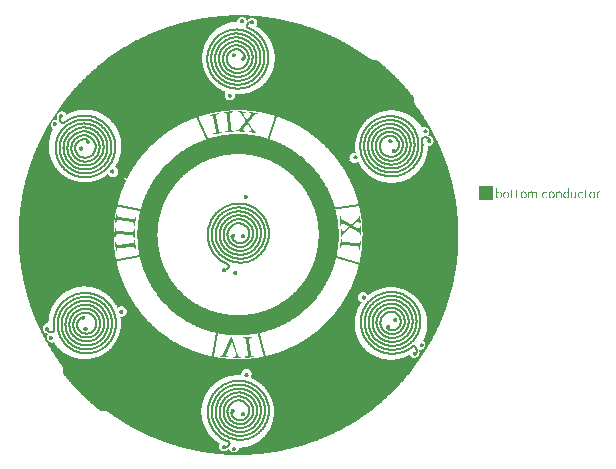
<source format=gbl>
G04                                                      *
G04 Greetings!                                           *
G04 This Gerber was generated by PCBmodE, an open source *
G04 PCB design software. Get it here:                    *
G04                                                      *
G04   http://pcbmode.com                                 *
G04                                                      *
G04 Also visit                                           *
G04                                                      *
G04   http://boldport.com                                *
G04                                                      *
G04 and follow @boldport / @pcbmode for updates!         *
G04                                                      *

G04 leading zeros omitted (L); absolute data (A); 6 integer digits and 6 fractional digits *
%FSLAX66Y66*%

G04 mode (MO): millimeters (MM) *
%MOMM*%

G04 Aperture definitions *
%ADD10C,0.001X*%
%ADD11C,0.001X*%
%ADD20C,0.13X*%
%ADD21C,0.80X*%

%LPD*%
G36*
G01X19000174Y-27516193D02*
G01X19000174Y-27516193D01*
G01X18935624Y-27516073D01*
G01X18871086Y-27515473D01*
G01X18806564Y-27514392D01*
G01X18742060Y-27512830D01*
G01X18677577Y-27510787D01*
G01X18613119Y-27508262D01*
G01X18548687Y-27505256D01*
G01X18484285Y-27501767D01*
G01X18419915Y-27497796D01*
G01X18355581Y-27493342D01*
G01X18291284Y-27488406D01*
G01X18227028Y-27482986D01*
G01X18162815Y-27477082D01*
G01X18098648Y-27470694D01*
G01X18034531Y-27463822D01*
G01X17970465Y-27456466D01*
G01X17906453Y-27448625D01*
G01X17842499Y-27440298D01*
G01X17778605Y-27431486D01*
G01X17714773Y-27422189D01*
G01X17651007Y-27412405D01*
G01X17587310Y-27402135D01*
G01X17523683Y-27391378D01*
G01X17460131Y-27380134D01*
G01X17396655Y-27368403D01*
G01X17396655Y-27368403D01*
G01X17396655Y-27368403D01*
G01X17258488Y-27340765D01*
G01X17121291Y-27311001D01*
G01X16985077Y-27279131D01*
G01X16849862Y-27245175D01*
G01X16715657Y-27209153D01*
G01X16582478Y-27171087D01*
G01X16450338Y-27130998D01*
G01X16319251Y-27088904D01*
G01X16189232Y-27044828D01*
G01X16060293Y-26998789D01*
G01X15932450Y-26950808D01*
G01X15805715Y-26900906D01*
G01X15680103Y-26849103D01*
G01X15555628Y-26795419D01*
G01X15432304Y-26739876D01*
G01X15310144Y-26682493D01*
G01X15189163Y-26623292D01*
G01X15069374Y-26562292D01*
G01X14950792Y-26499514D01*
G01X14833430Y-26434980D01*
G01X14717302Y-26368709D01*
G01X14602423Y-26300721D01*
G01X14488805Y-26231038D01*
G01X14376464Y-26159680D01*
G01X14265412Y-26086668D01*
G01X14155665Y-26012021D01*
G01X14047235Y-25935761D01*
G01X13940137Y-25857908D01*
G01X13834384Y-25778482D01*
G01X13729992Y-25697505D01*
G01X13626972Y-25614996D01*
G01X13525341Y-25530976D01*
G01X13425110Y-25445466D01*
G01X13326295Y-25358486D01*
G01X13228909Y-25270057D01*
G01X13132966Y-25180200D01*
G01X13038481Y-25088934D01*
G01X12945466Y-24996280D01*
G01X12853936Y-24902259D01*
G01X12763905Y-24806892D01*
G01X12675387Y-24710198D01*
G01X12588396Y-24612199D01*
G01X12502945Y-24512915D01*
G01X12419049Y-24412366D01*
G01X12336721Y-24310574D01*
G01X12255976Y-24207558D01*
G01X12176827Y-24103339D01*
G01X12099289Y-23997937D01*
G01X12023374Y-23891374D01*
G01X11949098Y-23783669D01*
G01X11876474Y-23674844D01*
G01X11805516Y-23564918D01*
G01X11736238Y-23453913D01*
G01X11668653Y-23341848D01*
G01X11602777Y-23228745D01*
G01X11538622Y-23114623D01*
G01X11476202Y-22999504D01*
G01X11415532Y-22883408D01*
G01X11356626Y-22766355D01*
G01X11299497Y-22648366D01*
G01X11244160Y-22529462D01*
G01X11190627Y-22409662D01*
G01X11138914Y-22288988D01*
G01X11089034Y-22167460D01*
G01X11041001Y-22045099D01*
G01X10994829Y-21921925D01*
G01X10950532Y-21797959D01*
G01X10908124Y-21673220D01*
G01X10867618Y-21547731D01*
G01X10829029Y-21421510D01*
G01X10792371Y-21294580D01*
G01X10757657Y-21166959D01*
G01X10724902Y-21038670D01*
G01X10694119Y-20909732D01*
G01X10665322Y-20780165D01*
G01X10638526Y-20649991D01*
G01X10613744Y-20519231D01*
G01X10590990Y-20387903D01*
G01X10570278Y-20256030D01*
G01X10551622Y-20123631D01*
G01X10535035Y-19990727D01*
G01X10520533Y-19857338D01*
G01X10508128Y-19723486D01*
G01X10497835Y-19589190D01*
G01X10489667Y-19454472D01*
G01X10483639Y-19319351D01*
G01X10479765Y-19183848D01*
G01X10478058Y-19047985D01*
G01X10478532Y-18911780D01*
G01X10481201Y-18775255D01*
G01X10486079Y-18638431D01*
G01X10493181Y-18501327D01*
G01X10502519Y-18363965D01*
G01X10514109Y-18226365D01*
G01X10527963Y-18088547D01*
G01X10544096Y-17950532D01*
G01X10562522Y-17812341D01*
G01X10583254Y-17673993D01*
G01X10606307Y-17535511D01*
G01X10631695Y-17396913D01*
G01X10631695Y-17396913D01*
G01X10631695Y-17396913D01*
G01X10655634Y-17276853D01*
G01X10681206Y-17157472D01*
G01X10708395Y-17038779D01*
G01X10737190Y-16920786D01*
G01X10767578Y-16803503D01*
G01X10799545Y-16686941D01*
G01X10833078Y-16571111D01*
G01X10868165Y-16456023D01*
G01X10904792Y-16341688D01*
G01X10942947Y-16228118D01*
G01X10982616Y-16115322D01*
G01X11023787Y-16003311D01*
G01X11066446Y-15892097D01*
G01X11110580Y-15781689D01*
G01X11156178Y-15672099D01*
G01X11203224Y-15563338D01*
G01X11251707Y-15455415D01*
G01X11301614Y-15348343D01*
G01X11352931Y-15242131D01*
G01X11405646Y-15136790D01*
G01X11459745Y-15032331D01*
G01X11515216Y-14928765D01*
G01X11572045Y-14826103D01*
G01X11630220Y-14724354D01*
G01X11689728Y-14623531D01*
G01X11750555Y-14523643D01*
G01X11812688Y-14424702D01*
G01X11876116Y-14326718D01*
G01X11940823Y-14229702D01*
G01X12006799Y-14133664D01*
G01X12074029Y-14038616D01*
G01X12142500Y-13944568D01*
G01X12212201Y-13851530D01*
G01X12283117Y-13759515D01*
G01X12355235Y-13668531D01*
G01X12428543Y-13578591D01*
G01X12503028Y-13489704D01*
G01X12578677Y-13401882D01*
G01X12655476Y-13315135D01*
G01X12733413Y-13229474D01*
G01X12812474Y-13144910D01*
G01X12892647Y-13061454D01*
G01X12973919Y-12979115D01*
G01X13056277Y-12897905D01*
G01X13139707Y-12817835D01*
G01X13224197Y-12738916D01*
G01X13309734Y-12661157D01*
G01X13396304Y-12584570D01*
G01X13483896Y-12509166D01*
G01X13572494Y-12434955D01*
G01X13662088Y-12361949D01*
G01X13752664Y-12290157D01*
G01X13844208Y-12219590D01*
G01X13936708Y-12150260D01*
G01X14030151Y-12082177D01*
G01X14124523Y-12015352D01*
G01X14219813Y-11949795D01*
G01X14316006Y-11885517D01*
G01X14413090Y-11822529D01*
G01X14511052Y-11760842D01*
G01X14609878Y-11700466D01*
G01X14709557Y-11641412D01*
G01X14810074Y-11583691D01*
G01X14911417Y-11527314D01*
G01X15013573Y-11472291D01*
G01X15116529Y-11418633D01*
G01X15220272Y-11366351D01*
G01X15324788Y-11315456D01*
G01X15430066Y-11265957D01*
G01X15536091Y-11217867D01*
G01X15642851Y-11171195D01*
G01X15750333Y-11125953D01*
G01X15858525Y-11082152D01*
G01X15967411Y-11039801D01*
G01X16076981Y-10998911D01*
G01X16187221Y-10959495D01*
G01X16298118Y-10921561D01*
G01X16409659Y-10885121D01*
G01X16521830Y-10850186D01*
G01X16634620Y-10816766D01*
G01X16748015Y-10784872D01*
G01X16862001Y-10754515D01*
G01X16976567Y-10725706D01*
G01X17091698Y-10698455D01*
G01X17207383Y-10672773D01*
G01X17323607Y-10648670D01*
G01X17440359Y-10626159D01*
G01X17557624Y-10605248D01*
G01X17675391Y-10585949D01*
G01X17793645Y-10568273D01*
G01X17912375Y-10552231D01*
G01X18031567Y-10537832D01*
G01X18151207Y-10525089D01*
G01X18271284Y-10514011D01*
G01X18391784Y-10504609D01*
G01X18512694Y-10496895D01*
G01X18634001Y-10490878D01*
G01X18755692Y-10486570D01*
G01X18877754Y-10483982D01*
G01X19000174Y-10483123D01*
G01X19000174Y-10483123D01*
G01X19000174Y-12183283D01*
G01X19000174Y-12183283D01*
G01X18902189Y-12183965D01*
G01X18804491Y-12186032D01*
G01X18707089Y-12189475D01*
G01X18609995Y-12194285D01*
G01X18513219Y-12200455D01*
G01X18416770Y-12207975D01*
G01X18320661Y-12216837D01*
G01X18224900Y-12227032D01*
G01X18129499Y-12238551D01*
G01X18034467Y-12251387D01*
G01X17939816Y-12265530D01*
G01X17845555Y-12280972D01*
G01X17751695Y-12297704D01*
G01X17658246Y-12315718D01*
G01X17565219Y-12335005D01*
G01X17472625Y-12355556D01*
G01X17380473Y-12377363D01*
G01X17288774Y-12400418D01*
G01X17197538Y-12424711D01*
G01X17106776Y-12450235D01*
G01X17016498Y-12476980D01*
G01X16926715Y-12504937D01*
G01X16837437Y-12534100D01*
G01X16748674Y-12564457D01*
G01X16660437Y-12596003D01*
G01X16572736Y-12628726D01*
G01X16485581Y-12662620D01*
G01X16398984Y-12697675D01*
G01X16312954Y-12733883D01*
G01X16227502Y-12771235D01*
G01X16142638Y-12809722D01*
G01X16058372Y-12849337D01*
G01X15974715Y-12890070D01*
G01X15891678Y-12931913D01*
G01X15809271Y-12974857D01*
G01X15727504Y-13018893D01*
G01X15646387Y-13064014D01*
G01X15565931Y-13110210D01*
G01X15486147Y-13157474D01*
G01X15407044Y-13205795D01*
G01X15328634Y-13255166D01*
G01X15250926Y-13305578D01*
G01X15173931Y-13357023D01*
G01X15097660Y-13409492D01*
G01X15022122Y-13462976D01*
G01X14947329Y-13517466D01*
G01X14873290Y-13572955D01*
G01X14800016Y-13629433D01*
G01X14727517Y-13686893D01*
G01X14655805Y-13745324D01*
G01X14584888Y-13804720D01*
G01X14514778Y-13865070D01*
G01X14445485Y-13926367D01*
G01X14377019Y-13988603D01*
G01X14309391Y-14051767D01*
G01X14242611Y-14115853D01*
G01X14176690Y-14180850D01*
G01X14111638Y-14246752D01*
G01X14047465Y-14313548D01*
G01X13984182Y-14381231D01*
G01X13921799Y-14449791D01*
G01X13860327Y-14519221D01*
G01X13799776Y-14589512D01*
G01X13740156Y-14660654D01*
G01X13681478Y-14732640D01*
G01X13623752Y-14805461D01*
G01X13566988Y-14879109D01*
G01X13511198Y-14953574D01*
G01X13456391Y-15028848D01*
G01X13402578Y-15104922D01*
G01X13349769Y-15181789D01*
G01X13297974Y-15259439D01*
G01X13247205Y-15337864D01*
G01X13197471Y-15417054D01*
G01X13148782Y-15497003D01*
G01X13101150Y-15577700D01*
G01X13054585Y-15659138D01*
G01X13009096Y-15741308D01*
G01X12964695Y-15824200D01*
G01X12921391Y-15907808D01*
G01X12879196Y-15992121D01*
G01X12838120Y-16077132D01*
G01X12798172Y-16162832D01*
G01X12759364Y-16249212D01*
G01X12721705Y-16336263D01*
G01X12685207Y-16423978D01*
G01X12649879Y-16512347D01*
G01X12615733Y-16601362D01*
G01X12582777Y-16691014D01*
G01X12551024Y-16781295D01*
G01X12520482Y-16872196D01*
G01X12491163Y-16963709D01*
G01X12463078Y-17055824D01*
G01X12436235Y-17148534D01*
G01X12410647Y-17241830D01*
G01X12386322Y-17335703D01*
G01X12363272Y-17430144D01*
G01X12341508Y-17525145D01*
G01X12321038Y-17620698D01*
G01X12301875Y-17716793D01*
G01X12301875Y-17716793D01*
G01X12301875Y-17716793D01*
G01X12281557Y-17827729D01*
G01X12263109Y-17938574D01*
G01X12246517Y-18049309D01*
G01X12231773Y-18159920D01*
G01X12218863Y-18270390D01*
G01X12207777Y-18380702D01*
G01X12198505Y-18490839D01*
G01X12191034Y-18600786D01*
G01X12185353Y-18710526D01*
G01X12181452Y-18820042D01*
G01X12179320Y-18929318D01*
G01X12178944Y-19038338D01*
G01X12180315Y-19147085D01*
G01X12183420Y-19255543D01*
G01X12188249Y-19363695D01*
G01X12194791Y-19471525D01*
G01X12203034Y-19579017D01*
G01X12212967Y-19686153D01*
G01X12224579Y-19792919D01*
G01X12237859Y-19899296D01*
G01X12252796Y-20005269D01*
G01X12269379Y-20110821D01*
G01X12287596Y-20215937D01*
G01X12307437Y-20320598D01*
G01X12328890Y-20424790D01*
G01X12351943Y-20528495D01*
G01X12376587Y-20631698D01*
G01X12402809Y-20734381D01*
G01X12430599Y-20836528D01*
G01X12459946Y-20938123D01*
G01X12490838Y-21039150D01*
G01X12523264Y-21139592D01*
G01X12557213Y-21239432D01*
G01X12592674Y-21338654D01*
G01X12629635Y-21437242D01*
G01X12668086Y-21535180D01*
G01X12708016Y-21632450D01*
G01X12749413Y-21729036D01*
G01X12792265Y-21824923D01*
G01X12836563Y-21920093D01*
G01X12882295Y-22014530D01*
G01X12929449Y-22108218D01*
G01X12978015Y-22201140D01*
G01X13027981Y-22293279D01*
G01X13079337Y-22384620D01*
G01X13132070Y-22475147D01*
G01X13186171Y-22564841D01*
G01X13241627Y-22653688D01*
G01X13298428Y-22741670D01*
G01X13356562Y-22828772D01*
G01X13416019Y-22914976D01*
G01X13476786Y-23000267D01*
G01X13538854Y-23084627D01*
G01X13602211Y-23168041D01*
G01X13666845Y-23250493D01*
G01X13732746Y-23331964D01*
G01X13799903Y-23412440D01*
G01X13868303Y-23491904D01*
G01X13937937Y-23570339D01*
G01X14008793Y-23647729D01*
G01X14080860Y-23724057D01*
G01X14154126Y-23799308D01*
G01X14228581Y-23873464D01*
G01X14304213Y-23946509D01*
G01X14381011Y-24018427D01*
G01X14458965Y-24089201D01*
G01X14538062Y-24158815D01*
G01X14618293Y-24227253D01*
G01X14699644Y-24294497D01*
G01X14782107Y-24360532D01*
G01X14865669Y-24425342D01*
G01X14950318Y-24488909D01*
G01X15036045Y-24551217D01*
G01X15122838Y-24612250D01*
G01X15210686Y-24671992D01*
G01X15299577Y-24730425D01*
G01X15389501Y-24787534D01*
G01X15480445Y-24843302D01*
G01X15572400Y-24897713D01*
G01X15665354Y-24950750D01*
G01X15759296Y-25002397D01*
G01X15854215Y-25052638D01*
G01X15950099Y-25101455D01*
G01X16046938Y-25148833D01*
G01X16144719Y-25194755D01*
G01X16243433Y-25239205D01*
G01X16343068Y-25282165D01*
G01X16443613Y-25323621D01*
G01X16545056Y-25363555D01*
G01X16647387Y-25401951D01*
G01X16750594Y-25438793D01*
G01X16854666Y-25474063D01*
G01X16959593Y-25507747D01*
G01X17065362Y-25539826D01*
G01X17171963Y-25570285D01*
G01X17279385Y-25599108D01*
G01X17387616Y-25626277D01*
G01X17496645Y-25651777D01*
G01X17606462Y-25675591D01*
G01X17717054Y-25697703D01*
G01X17717054Y-25697703D01*
G01X17717054Y-25697703D01*
G01X17767847Y-25707097D01*
G01X17818701Y-25716105D01*
G01X17869614Y-25724724D01*
G01X17920584Y-25732957D01*
G01X17971609Y-25740801D01*
G01X18022686Y-25748258D01*
G01X18073813Y-25755327D01*
G01X18124989Y-25762008D01*
G01X18176210Y-25768300D01*
G01X18227475Y-25774204D01*
G01X18278781Y-25779719D01*
G01X18330127Y-25784846D01*
G01X18381509Y-25789583D01*
G01X18432926Y-25793932D01*
G01X18484376Y-25797891D01*
G01X18535856Y-25801461D01*
G01X18587364Y-25804641D01*
G01X18638898Y-25807432D01*
G01X18690456Y-25809833D01*
G01X18742035Y-25811844D01*
G01X18793633Y-25813465D01*
G01X18845248Y-25814695D01*
G01X18896879Y-25815535D01*
G01X18948521Y-25815984D01*
G01X19000174Y-25816043D01*
G01X19000174Y-25816043D01*
G37*
G36*
G01X18999970Y-10483137D02*
G01X18999970Y-10483137D01*
G01X19064521Y-10483257D01*
G01X19129059Y-10483857D01*
G01X19193581Y-10484938D01*
G01X19258085Y-10486500D01*
G01X19322568Y-10488543D01*
G01X19387026Y-10491068D01*
G01X19451458Y-10494074D01*
G01X19515860Y-10497563D01*
G01X19580230Y-10501534D01*
G01X19644564Y-10505988D01*
G01X19708861Y-10510924D01*
G01X19773117Y-10516344D01*
G01X19837330Y-10522248D01*
G01X19901497Y-10528636D01*
G01X19965614Y-10535508D01*
G01X20029680Y-10542864D01*
G01X20093692Y-10550705D01*
G01X20157646Y-10559032D01*
G01X20221540Y-10567844D01*
G01X20285372Y-10577141D01*
G01X20349138Y-10586925D01*
G01X20412835Y-10597195D01*
G01X20476462Y-10607952D01*
G01X20540014Y-10619196D01*
G01X20603490Y-10630927D01*
G01X20603490Y-10630927D01*
G01X20603490Y-10630927D01*
G01X20741657Y-10658565D01*
G01X20878854Y-10688329D01*
G01X21015068Y-10720199D01*
G01X21150283Y-10754155D01*
G01X21284488Y-10790177D01*
G01X21417667Y-10828243D01*
G01X21549807Y-10868332D01*
G01X21680894Y-10910426D01*
G01X21810913Y-10954502D01*
G01X21939852Y-11000541D01*
G01X22067695Y-11048522D01*
G01X22194430Y-11098424D01*
G01X22320042Y-11150227D01*
G01X22444517Y-11203911D01*
G01X22567841Y-11259454D01*
G01X22690001Y-11316837D01*
G01X22810982Y-11376038D01*
G01X22930771Y-11437038D01*
G01X23049353Y-11499816D01*
G01X23166715Y-11564350D01*
G01X23282843Y-11630621D01*
G01X23397722Y-11698609D01*
G01X23511340Y-11768292D01*
G01X23623681Y-11839650D01*
G01X23734733Y-11912662D01*
G01X23844480Y-11987309D01*
G01X23952910Y-12063569D01*
G01X24060008Y-12141422D01*
G01X24165761Y-12220848D01*
G01X24270153Y-12301825D01*
G01X24373173Y-12384334D01*
G01X24474804Y-12468354D01*
G01X24575035Y-12553864D01*
G01X24673850Y-12640844D01*
G01X24771236Y-12729273D01*
G01X24867179Y-12819130D01*
G01X24961664Y-12910396D01*
G01X25054679Y-13003050D01*
G01X25146209Y-13097071D01*
G01X25236240Y-13192438D01*
G01X25324758Y-13289132D01*
G01X25411749Y-13387131D01*
G01X25497200Y-13486415D01*
G01X25581096Y-13586964D01*
G01X25663424Y-13688756D01*
G01X25744169Y-13791772D01*
G01X25823318Y-13895991D01*
G01X25900856Y-14001393D01*
G01X25976771Y-14107956D01*
G01X26051047Y-14215661D01*
G01X26123671Y-14324486D01*
G01X26194629Y-14434412D01*
G01X26263907Y-14545417D01*
G01X26331492Y-14657482D01*
G01X26397368Y-14770585D01*
G01X26461523Y-14884707D01*
G01X26523943Y-14999826D01*
G01X26584613Y-15115922D01*
G01X26643519Y-15232975D01*
G01X26700648Y-15350964D01*
G01X26755985Y-15469868D01*
G01X26809518Y-15589668D01*
G01X26861231Y-15710342D01*
G01X26911111Y-15831870D01*
G01X26959144Y-15954231D01*
G01X27005316Y-16077405D01*
G01X27049613Y-16201371D01*
G01X27092021Y-16326110D01*
G01X27132527Y-16451599D01*
G01X27171116Y-16577820D01*
G01X27207774Y-16704750D01*
G01X27242488Y-16832371D01*
G01X27275243Y-16960660D01*
G01X27306026Y-17089598D01*
G01X27334823Y-17219165D01*
G01X27361619Y-17349339D01*
G01X27386401Y-17480099D01*
G01X27409155Y-17611427D01*
G01X27429867Y-17743300D01*
G01X27448523Y-17875699D01*
G01X27465110Y-18008603D01*
G01X27479612Y-18141992D01*
G01X27492017Y-18275844D01*
G01X27502310Y-18410140D01*
G01X27510478Y-18544858D01*
G01X27516506Y-18679979D01*
G01X27520380Y-18815482D01*
G01X27522087Y-18951345D01*
G01X27521613Y-19087550D01*
G01X27518944Y-19224075D01*
G01X27514066Y-19360899D01*
G01X27506964Y-19498003D01*
G01X27497626Y-19635365D01*
G01X27486036Y-19772965D01*
G01X27472182Y-19910783D01*
G01X27456049Y-20048798D01*
G01X27437623Y-20186989D01*
G01X27416891Y-20325337D01*
G01X27393838Y-20463819D01*
G01X27368451Y-20602417D01*
G01X27368451Y-20602417D01*
G01X27368451Y-20602417D01*
G01X27344511Y-20722477D01*
G01X27318939Y-20841858D01*
G01X27291750Y-20960551D01*
G01X27262955Y-21078544D01*
G01X27232567Y-21195827D01*
G01X27200600Y-21312389D01*
G01X27167067Y-21428219D01*
G01X27131980Y-21543307D01*
G01X27095353Y-21657642D01*
G01X27057198Y-21771212D01*
G01X27017529Y-21884008D01*
G01X26976358Y-21996019D01*
G01X26933699Y-22107233D01*
G01X26889565Y-22217641D01*
G01X26843967Y-22327231D01*
G01X26796921Y-22435992D01*
G01X26748438Y-22543915D01*
G01X26698531Y-22650987D01*
G01X26647214Y-22757199D01*
G01X26594499Y-22862540D01*
G01X26540400Y-22966999D01*
G01X26484929Y-23070565D01*
G01X26428100Y-23173227D01*
G01X26369925Y-23274976D01*
G01X26310417Y-23375799D01*
G01X26249590Y-23475687D01*
G01X26187457Y-23574628D01*
G01X26124029Y-23672612D01*
G01X26059322Y-23769628D01*
G01X25993346Y-23865666D01*
G01X25926116Y-23960714D01*
G01X25857645Y-24054762D01*
G01X25787944Y-24147800D01*
G01X25717028Y-24239815D01*
G01X25644910Y-24330799D01*
G01X25571602Y-24420739D01*
G01X25497117Y-24509626D01*
G01X25421468Y-24597448D01*
G01X25344669Y-24684195D01*
G01X25266732Y-24769856D01*
G01X25187671Y-24854420D01*
G01X25107498Y-24937877D01*
G01X25026226Y-25020215D01*
G01X24943868Y-25101425D01*
G01X24860438Y-25181495D01*
G01X24775948Y-25260414D01*
G01X24690411Y-25338173D01*
G01X24603841Y-25414760D01*
G01X24516249Y-25490164D01*
G01X24427650Y-25564374D01*
G01X24338057Y-25637381D01*
G01X24247481Y-25709173D01*
G01X24155937Y-25779740D01*
G01X24063437Y-25849070D01*
G01X23969994Y-25917153D01*
G01X23875622Y-25983978D01*
G01X23780332Y-26049535D01*
G01X23684139Y-26113813D01*
G01X23587055Y-26176801D01*
G01X23489093Y-26238488D01*
G01X23390267Y-26298864D01*
G01X23290588Y-26357918D01*
G01X23190071Y-26415639D01*
G01X23088728Y-26472016D01*
G01X22986572Y-26527039D01*
G01X22883616Y-26580697D01*
G01X22779873Y-26632979D01*
G01X22675357Y-26683875D01*
G01X22570079Y-26733373D01*
G01X22464054Y-26781463D01*
G01X22357294Y-26828135D01*
G01X22249812Y-26873377D01*
G01X22141620Y-26917178D01*
G01X22032734Y-26959529D01*
G01X21923164Y-27000419D01*
G01X21812924Y-27039835D01*
G01X21702027Y-27077769D01*
G01X21590486Y-27114209D01*
G01X21478315Y-27149144D01*
G01X21365525Y-27182564D01*
G01X21252130Y-27214458D01*
G01X21138144Y-27244815D01*
G01X21023578Y-27273624D01*
G01X20908447Y-27300875D01*
G01X20792762Y-27326557D01*
G01X20676538Y-27350660D01*
G01X20559786Y-27373171D01*
G01X20442521Y-27394082D01*
G01X20324754Y-27413381D01*
G01X20206500Y-27431057D01*
G01X20087770Y-27447099D01*
G01X19968578Y-27461498D01*
G01X19848938Y-27474241D01*
G01X19728861Y-27485319D01*
G01X19608361Y-27494721D01*
G01X19487451Y-27502435D01*
G01X19366144Y-27508452D01*
G01X19244453Y-27512760D01*
G01X19122391Y-27515348D01*
G01X18999970Y-27516207D01*
G01X18999970Y-27516207D01*
G01X18999970Y-25816047D01*
G01X18999970Y-25816047D01*
G01X19097956Y-25815365D01*
G01X19195654Y-25813298D01*
G01X19293056Y-25809855D01*
G01X19390150Y-25805045D01*
G01X19486926Y-25798875D01*
G01X19583375Y-25791355D01*
G01X19679484Y-25782493D01*
G01X19775245Y-25772298D01*
G01X19870646Y-25760779D01*
G01X19965678Y-25747943D01*
G01X20060329Y-25733800D01*
G01X20154590Y-25718358D01*
G01X20248450Y-25701626D01*
G01X20341899Y-25683612D01*
G01X20434926Y-25664325D01*
G01X20527520Y-25643774D01*
G01X20619672Y-25621967D01*
G01X20711371Y-25598912D01*
G01X20802607Y-25574619D01*
G01X20893369Y-25549095D01*
G01X20983647Y-25522350D01*
G01X21073430Y-25494393D01*
G01X21162708Y-25465230D01*
G01X21251471Y-25434873D01*
G01X21339708Y-25403327D01*
G01X21427409Y-25370604D01*
G01X21514564Y-25336710D01*
G01X21601161Y-25301655D01*
G01X21687191Y-25265447D01*
G01X21772643Y-25228095D01*
G01X21857507Y-25189608D01*
G01X21941773Y-25149993D01*
G01X22025430Y-25109260D01*
G01X22108467Y-25067417D01*
G01X22190874Y-25024473D01*
G01X22272641Y-24980437D01*
G01X22353758Y-24935316D01*
G01X22434214Y-24889120D01*
G01X22513998Y-24841856D01*
G01X22593101Y-24793535D01*
G01X22671511Y-24744164D01*
G01X22749219Y-24693752D01*
G01X22826214Y-24642307D01*
G01X22902485Y-24589838D01*
G01X22978023Y-24536354D01*
G01X23052816Y-24481864D01*
G01X23126855Y-24426375D01*
G01X23200129Y-24369897D01*
G01X23272628Y-24312437D01*
G01X23344341Y-24254006D01*
G01X23415257Y-24194610D01*
G01X23485367Y-24134260D01*
G01X23554660Y-24072963D01*
G01X23623126Y-24010727D01*
G01X23690754Y-23947563D01*
G01X23757534Y-23883477D01*
G01X23823455Y-23818480D01*
G01X23888507Y-23752578D01*
G01X23952680Y-23685782D01*
G01X24015963Y-23618099D01*
G01X24078346Y-23549539D01*
G01X24139818Y-23480109D01*
G01X24200369Y-23409818D01*
G01X24259989Y-23338676D01*
G01X24318667Y-23266690D01*
G01X24376393Y-23193869D01*
G01X24433157Y-23120221D01*
G01X24488947Y-23045756D01*
G01X24543754Y-22970482D01*
G01X24597567Y-22894408D01*
G01X24650376Y-22817541D01*
G01X24702171Y-22739891D01*
G01X24752940Y-22661466D01*
G01X24802674Y-22582276D01*
G01X24851363Y-22502327D01*
G01X24898995Y-22421630D01*
G01X24945560Y-22340192D01*
G01X24991049Y-22258022D01*
G01X25035450Y-22175130D01*
G01X25078754Y-22091522D01*
G01X25120949Y-22007209D01*
G01X25162025Y-21922198D01*
G01X25201973Y-21836498D01*
G01X25240781Y-21750118D01*
G01X25278440Y-21663067D01*
G01X25314938Y-21575352D01*
G01X25350266Y-21486983D01*
G01X25384412Y-21397968D01*
G01X25417368Y-21308316D01*
G01X25449121Y-21218035D01*
G01X25479663Y-21127134D01*
G01X25508982Y-21035621D01*
G01X25537067Y-20943506D01*
G01X25563910Y-20850796D01*
G01X25589498Y-20757500D01*
G01X25613823Y-20663627D01*
G01X25636873Y-20569186D01*
G01X25658637Y-20474185D01*
G01X25679107Y-20378632D01*
G01X25698270Y-20282537D01*
G01X25698270Y-20282537D01*
G01X25698270Y-20282537D01*
G01X25718588Y-20171601D01*
G01X25737036Y-20060756D01*
G01X25753628Y-19950021D01*
G01X25768372Y-19839410D01*
G01X25781282Y-19728940D01*
G01X25792368Y-19618628D01*
G01X25801640Y-19508491D01*
G01X25809111Y-19398544D01*
G01X25814792Y-19288804D01*
G01X25818693Y-19179288D01*
G01X25820825Y-19070012D01*
G01X25821201Y-18960992D01*
G01X25819830Y-18852245D01*
G01X25816725Y-18743787D01*
G01X25811896Y-18635635D01*
G01X25805354Y-18527805D01*
G01X25797111Y-18420313D01*
G01X25787178Y-18313177D01*
G01X25775566Y-18206411D01*
G01X25762286Y-18100034D01*
G01X25747349Y-17994061D01*
G01X25730766Y-17888509D01*
G01X25712549Y-17783393D01*
G01X25692708Y-17678732D01*
G01X25671256Y-17574540D01*
G01X25648202Y-17470835D01*
G01X25623558Y-17367632D01*
G01X25597336Y-17264949D01*
G01X25569546Y-17162802D01*
G01X25540199Y-17061207D01*
G01X25509307Y-16960180D01*
G01X25476881Y-16859738D01*
G01X25442932Y-16759898D01*
G01X25407471Y-16660676D01*
G01X25370510Y-16562088D01*
G01X25332059Y-16464150D01*
G01X25292129Y-16366880D01*
G01X25250732Y-16270294D01*
G01X25207880Y-16174407D01*
G01X25163582Y-16079237D01*
G01X25117850Y-15984800D01*
G01X25070696Y-15891112D01*
G01X25022130Y-15798190D01*
G01X24972164Y-15706051D01*
G01X24920808Y-15614710D01*
G01X24868075Y-15524183D01*
G01X24813974Y-15434489D01*
G01X24758518Y-15345642D01*
G01X24701717Y-15257660D01*
G01X24643583Y-15170558D01*
G01X24584126Y-15084354D01*
G01X24523359Y-14999063D01*
G01X24461291Y-14914703D01*
G01X24397934Y-14831289D01*
G01X24333300Y-14748837D01*
G01X24267399Y-14667366D01*
G01X24200242Y-14586890D01*
G01X24131842Y-14507426D01*
G01X24062208Y-14428991D01*
G01X23991352Y-14351601D01*
G01X23919285Y-14275273D01*
G01X23846019Y-14200022D01*
G01X23771564Y-14125866D01*
G01X23695932Y-14052821D01*
G01X23619134Y-13980903D01*
G01X23541180Y-13910129D01*
G01X23462083Y-13840515D01*
G01X23381852Y-13772077D01*
G01X23300501Y-13704833D01*
G01X23218038Y-13638798D01*
G01X23134476Y-13573988D01*
G01X23049827Y-13510421D01*
G01X22964100Y-13448113D01*
G01X22877307Y-13387080D01*
G01X22789459Y-13327338D01*
G01X22700568Y-13268905D01*
G01X22610644Y-13211796D01*
G01X22519700Y-13156028D01*
G01X22427745Y-13101617D01*
G01X22334791Y-13048580D01*
G01X22240849Y-12996933D01*
G01X22145930Y-12946692D01*
G01X22050046Y-12897875D01*
G01X21953207Y-12850497D01*
G01X21855426Y-12804575D01*
G01X21756712Y-12760125D01*
G01X21657077Y-12717165D01*
G01X21556532Y-12675709D01*
G01X21455089Y-12635775D01*
G01X21352758Y-12597379D01*
G01X21249551Y-12560537D01*
G01X21145479Y-12525267D01*
G01X21040552Y-12491583D01*
G01X20934783Y-12459504D01*
G01X20828182Y-12429045D01*
G01X20720760Y-12400222D01*
G01X20612529Y-12373053D01*
G01X20503500Y-12347553D01*
G01X20393683Y-12323739D01*
G01X20283091Y-12301627D01*
G01X20283091Y-12301627D01*
G01X20283091Y-12301627D01*
G01X20232298Y-12292233D01*
G01X20181444Y-12283225D01*
G01X20130531Y-12274606D01*
G01X20079561Y-12266373D01*
G01X20028536Y-12258529D01*
G01X19977459Y-12251072D01*
G01X19926332Y-12244003D01*
G01X19875156Y-12237322D01*
G01X19823935Y-12231030D01*
G01X19772670Y-12225126D01*
G01X19721364Y-12219611D01*
G01X19670018Y-12214484D01*
G01X19618636Y-12209747D01*
G01X19567219Y-12205398D01*
G01X19515769Y-12201439D01*
G01X19464289Y-12197869D01*
G01X19412781Y-12194689D01*
G01X19361247Y-12191898D01*
G01X19309689Y-12189497D01*
G01X19258110Y-12187486D01*
G01X19206512Y-12185865D01*
G01X19154897Y-12184635D01*
G01X19103266Y-12183795D01*
G01X19051624Y-12183346D01*
G01X18999970Y-12183287D01*
G01X18999970Y-12183287D01*
G37*
G36*
G01X2737029Y-9373598D02*
G01X2737029Y-9373598D01*
G01X2787074Y-9289520D01*
G01X2837537Y-9205726D01*
G01X2888415Y-9122218D01*
G01X2939707Y-9038998D01*
G01X2991412Y-8956065D01*
G01X3043528Y-8873423D01*
G01X3096055Y-8791072D01*
G01X3148990Y-8709014D01*
G01X3202333Y-8627249D01*
G01X3256082Y-8545780D01*
G01X3310235Y-8464608D01*
G01X3364792Y-8383734D01*
G01X3419751Y-8303159D01*
G01X3475111Y-8222886D01*
G01X3530870Y-8142914D01*
G01X3587028Y-8063246D01*
G01X3643581Y-7983883D01*
G01X3700531Y-7904827D01*
G01X3757874Y-7826078D01*
G01X3815610Y-7747639D01*
G01X3873737Y-7669510D01*
G01X3932255Y-7591693D01*
G01X3991160Y-7514189D01*
G01X4050454Y-7437000D01*
G01X4110133Y-7360127D01*
G01X4170196Y-7283571D01*
G01X4230643Y-7207334D01*
G01X4291472Y-7131417D01*
G01X4352682Y-7055822D01*
G01X4414270Y-6980549D01*
G01X4476237Y-6905601D01*
G01X4538580Y-6830979D01*
G01X4601299Y-6756683D01*
G01X4664391Y-6682716D01*
G01X4727855Y-6609079D01*
G01X4791691Y-6535772D01*
G01X4855897Y-6462799D01*
G01X4920471Y-6390159D01*
G01X4985412Y-6317854D01*
G01X5050720Y-6245887D01*
G01X5116391Y-6174257D01*
G01X5182426Y-6102966D01*
G01X5248822Y-6032016D01*
G01X5315579Y-5961409D01*
G01X5382695Y-5891145D01*
G01X5450169Y-5821226D01*
G01X5517999Y-5751653D01*
G01X5586184Y-5682427D01*
G01X5654723Y-5613551D01*
G01X5723614Y-5545025D01*
G01X5792856Y-5476851D01*
G01X5862448Y-5409030D01*
G01X5932388Y-5341564D01*
G01X6002675Y-5274453D01*
G01X6073308Y-5207700D01*
G01X6144285Y-5141306D01*
G01X6215605Y-5075271D01*
G01X6287267Y-5009598D01*
G01X6359269Y-4944287D01*
G01X6431610Y-4879341D01*
G01X6504288Y-4814760D01*
G01X6577303Y-4750546D01*
G01X6650653Y-4686701D01*
G01X6724336Y-4623225D01*
G01X6798351Y-4560120D01*
G01X6872698Y-4497387D01*
G01X6947373Y-4435028D01*
G01X7022377Y-4373045D01*
G01X7097708Y-4311438D01*
G01X7173364Y-4250208D01*
G01X7249345Y-4189358D01*
G01X7325648Y-4128889D01*
G01X7402273Y-4068802D01*
G01X7479217Y-4009098D01*
G01X7556481Y-3949779D01*
G01X7634062Y-3890846D01*
G01X7711959Y-3832300D01*
G01X7790171Y-3774144D01*
G01X7868696Y-3716377D01*
G01X7947534Y-3659003D01*
G01X8026682Y-3602021D01*
G01X8106139Y-3545434D01*
G01X8185904Y-3489242D01*
G01X8265977Y-3433448D01*
G01X8346354Y-3378052D01*
G01X8427035Y-3323056D01*
G01X8508020Y-3268462D01*
G01X8589305Y-3214270D01*
G01X8670890Y-3160482D01*
G01X8752774Y-3107099D01*
G01X8834956Y-3054123D01*
G01X8917433Y-3001555D01*
G01X9000205Y-2949397D01*
G01X9083270Y-2897650D01*
G01X9166627Y-2846315D01*
G01X9250274Y-2795394D01*
G01X9334211Y-2744887D01*
G01X9418436Y-2694797D01*
G01X9502947Y-2645125D01*
G01X9587743Y-2595872D01*
G01X9587743Y-2595872D01*
G01X13773513Y-9845266D01*
G01X13773513Y-9845266D01*
G01X13725058Y-9873312D01*
G01X13676767Y-9901603D01*
G01X13628642Y-9930138D01*
G01X13580683Y-9958916D01*
G01X13532892Y-9987936D01*
G01X13485269Y-10017198D01*
G01X13437815Y-10046700D01*
G01X13390530Y-10076443D01*
G01X13343416Y-10106425D01*
G01X13296473Y-10136645D01*
G01X13249702Y-10167102D01*
G01X13203104Y-10197796D01*
G01X13156680Y-10228726D01*
G01X13110431Y-10259891D01*
G01X13064357Y-10291291D01*
G01X13018459Y-10322924D01*
G01X12972738Y-10354789D01*
G01X12927194Y-10386886D01*
G01X12881830Y-10419215D01*
G01X12836645Y-10451773D01*
G01X12791640Y-10484562D01*
G01X12746816Y-10517578D01*
G01X12702174Y-10550823D01*
G01X12657714Y-10584294D01*
G01X12613438Y-10617992D01*
G01X12569347Y-10651915D01*
G01X12525440Y-10686063D01*
G01X12481719Y-10720434D01*
G01X12438185Y-10755029D01*
G01X12394839Y-10789845D01*
G01X12351680Y-10824883D01*
G01X12308711Y-10860142D01*
G01X12265932Y-10895620D01*
G01X12223344Y-10931317D01*
G01X12180947Y-10967232D01*
G01X12138743Y-11003365D01*
G01X12096731Y-11039714D01*
G01X12054914Y-11076279D01*
G01X12013292Y-11113059D01*
G01X11971865Y-11150052D01*
G01X11930635Y-11187260D01*
G01X11889601Y-11224679D01*
G01X11848766Y-11262310D01*
G01X11808130Y-11300152D01*
G01X11767693Y-11338204D01*
G01X11727457Y-11376466D01*
G01X11687422Y-11414936D01*
G01X11647590Y-11453613D01*
G01X11607960Y-11492497D01*
G01X11568533Y-11531588D01*
G01X11529312Y-11570883D01*
G01X11490296Y-11610383D01*
G01X11451485Y-11650086D01*
G01X11412882Y-11689993D01*
G01X11374487Y-11730101D01*
G01X11336300Y-11770410D01*
G01X11298322Y-11810920D01*
G01X11260555Y-11851629D01*
G01X11222999Y-11892538D01*
G01X11185654Y-11933644D01*
G01X11148523Y-11974947D01*
G01X11111604Y-12016446D01*
G01X11074900Y-12058141D01*
G01X11038411Y-12100031D01*
G01X11002138Y-12142114D01*
G01X10966081Y-12184391D01*
G01X10930242Y-12226860D01*
G01X10894621Y-12269521D01*
G01X10859220Y-12312372D01*
G01X10824038Y-12355413D01*
G01X10789077Y-12398643D01*
G01X10754337Y-12442061D01*
G01X10719820Y-12485667D01*
G01X10685526Y-12529459D01*
G01X10651456Y-12573437D01*
G01X10617611Y-12617601D01*
G01X10583991Y-12661948D01*
G01X10550598Y-12706479D01*
G01X10517432Y-12751192D01*
G01X10484494Y-12796088D01*
G01X10451784Y-12841164D01*
G01X10419305Y-12886420D01*
G01X10387056Y-12931856D01*
G01X10355038Y-12977470D01*
G01X10323252Y-13023263D01*
G01X10291699Y-13069232D01*
G01X10260380Y-13115377D01*
G01X10229295Y-13161697D01*
G01X10198445Y-13208192D01*
G01X10167832Y-13254861D01*
G01X10137456Y-13301703D01*
G01X10107317Y-13348717D01*
G01X10077417Y-13395902D01*
G01X10047756Y-13443257D01*
G01X10018335Y-13490782D01*
G01X9989156Y-13538477D01*
G01X9960218Y-13586339D01*
G01X9931523Y-13634368D01*
G01X9903071Y-13682564D01*
G01X9874863Y-13730926D01*
G01X9874863Y-13730926D01*
G01X9874863Y-13730926D01*
G01X9848390Y-13777316D01*
G01X9822185Y-13823844D01*
G01X9796243Y-13870504D01*
G01X9770560Y-13917291D01*
G01X9745128Y-13964201D01*
G01X9719944Y-14011228D01*
G01X9695002Y-14058366D01*
G01X9670296Y-14105611D01*
G01X9645821Y-14152958D01*
G01X9621572Y-14200400D01*
G01X9597543Y-14247934D01*
G01X9573728Y-14295553D01*
G01X9561900Y-14319394D01*
G01X8819898Y-13890999D01*
G01X8819898Y-13890999D01*
G01X8840604Y-13840367D01*
G01X8854770Y-13788567D01*
G01X8862533Y-13736155D01*
G01X8864029Y-13683681D01*
G01X8859397Y-13631701D01*
G01X8848775Y-13580766D01*
G01X8832299Y-13531431D01*
G01X8810107Y-13484249D01*
G01X8782336Y-13439772D01*
G01X8749125Y-13398555D01*
G01X8710609Y-13361150D01*
G01X8666928Y-13328111D01*
G01X8643193Y-13313402D01*
G01X8643193Y-13313402D01*
G01X8609674Y-13296183D01*
G01X8574861Y-13281879D01*
G01X8541076Y-13271153D01*
G01X8541076Y-13271153D01*
G01X8567866Y-13234054D01*
G01X8594091Y-13196560D01*
G01X8619748Y-13158681D01*
G01X8644836Y-13120422D01*
G01X8669353Y-13081793D01*
G01X8693296Y-13042801D01*
G01X8708938Y-13016607D01*
G01X8708938Y-13016607D01*
G01X8758253Y-12927920D01*
G01X8804341Y-12838318D01*
G01X8847219Y-12747871D01*
G01X8886906Y-12656648D01*
G01X8923421Y-12564718D01*
G01X8956783Y-12472150D01*
G01X8987009Y-12379013D01*
G01X9014119Y-12285377D01*
G01X9038130Y-12191311D01*
G01X9059062Y-12096884D01*
G01X9076933Y-12002165D01*
G01X9091761Y-11907223D01*
G01X9103566Y-11812128D01*
G01X9112365Y-11716948D01*
G01X9118177Y-11621753D01*
G01X9121020Y-11526612D01*
G01X9120914Y-11431594D01*
G01X9117877Y-11336769D01*
G01X9111927Y-11242205D01*
G01X9103082Y-11147972D01*
G01X9091362Y-11054138D01*
G01X9076785Y-10960774D01*
G01X9059369Y-10867948D01*
G01X9039133Y-10775729D01*
G01X9016096Y-10684186D01*
G01X8990276Y-10593390D01*
G01X8961691Y-10503408D01*
G01X8930360Y-10414310D01*
G01X8896302Y-10326166D01*
G01X8859535Y-10239044D01*
G01X8820077Y-10153013D01*
G01X8777948Y-10068144D01*
G01X8733165Y-9984504D01*
G01X8685748Y-9902163D01*
G01X8635715Y-9821191D01*
G01X8583084Y-9741656D01*
G01X8527873Y-9663628D01*
G01X8470103Y-9587175D01*
G01X8409790Y-9512367D01*
G01X8346953Y-9439274D01*
G01X8281612Y-9367964D01*
G01X8213784Y-9298506D01*
G01X8143489Y-9230970D01*
G01X8070744Y-9165425D01*
G01X7995568Y-9101940D01*
G01X7917979Y-9040584D01*
G01X7837998Y-8981426D01*
G01X7755640Y-8924536D01*
G01X7670926Y-8869982D01*
G01X7583874Y-8817835D01*
G01X7583874Y-8817835D01*
G01X7583874Y-8817835D01*
G01X7525971Y-8785422D01*
G01X7467555Y-8754351D01*
G01X7408650Y-8724623D01*
G01X7349275Y-8696238D01*
G01X7289454Y-8669195D01*
G01X7229208Y-8643494D01*
G01X7168558Y-8619135D01*
G01X7107527Y-8596118D01*
G01X7046135Y-8574443D01*
G01X6984406Y-8554109D01*
G01X6922359Y-8535117D01*
G01X6860018Y-8517466D01*
G01X6797404Y-8501156D01*
G01X6734539Y-8486188D01*
G01X6671444Y-8472560D01*
G01X6608140Y-8460272D01*
G01X6544651Y-8449326D01*
G01X6480997Y-8439720D01*
G01X6417201Y-8431453D01*
G01X6353283Y-8424528D01*
G01X6289266Y-8418942D01*
G01X6225171Y-8414695D01*
G01X6161020Y-8411789D01*
G01X6096836Y-8410222D01*
G01X6032638Y-8409994D01*
G01X5968450Y-8411106D01*
G01X5904293Y-8413557D01*
G01X5840189Y-8417347D01*
G01X5776159Y-8422475D01*
G01X5712225Y-8428942D01*
G01X5648409Y-8436748D01*
G01X5584732Y-8445892D01*
G01X5521217Y-8456374D01*
G01X5457884Y-8468194D01*
G01X5394757Y-8481352D01*
G01X5331856Y-8495848D01*
G01X5269203Y-8511682D01*
G01X5206820Y-8528852D01*
G01X5144728Y-8547361D01*
G01X5082950Y-8567206D01*
G01X5021506Y-8588389D01*
G01X4960420Y-8610908D01*
G01X4899712Y-8634764D01*
G01X4839404Y-8659957D01*
G01X4779518Y-8686486D01*
G01X4720076Y-8714351D01*
G01X4661099Y-8743553D01*
G01X4602609Y-8774090D01*
G01X4544627Y-8805964D01*
G01X4487177Y-8839173D01*
G01X4487177Y-8839173D01*
G01X4487177Y-8839173D01*
G01X4465587Y-8795854D01*
G01X4439578Y-8755359D01*
G01X4409431Y-8718005D01*
G01X4375430Y-8684109D01*
G01X4337856Y-8653988D01*
G01X4301960Y-8630797D01*
G01X4301960Y-8630797D01*
G01X4249842Y-8604979D01*
G01X4196080Y-8586513D01*
G01X4141314Y-8575229D01*
G01X4086188Y-8570954D01*
G01X4031342Y-8573517D01*
G01X3977418Y-8582748D01*
G01X3925059Y-8598473D01*
G01X3874907Y-8620522D01*
G01X3827602Y-8648724D01*
G01X3783787Y-8682906D01*
G01X3744104Y-8722897D01*
G01X3709195Y-8768526D01*
G01X3693731Y-8793401D01*
G01X3693731Y-8793401D01*
G01X3670407Y-8839979D01*
G01X3652891Y-8888282D01*
G01X3641157Y-8937807D01*
G01X3635178Y-8988047D01*
G01X3634928Y-9038498D01*
G01X3640381Y-9088654D01*
G01X3651510Y-9138010D01*
G01X3668289Y-9186061D01*
G01X3690692Y-9232302D01*
G01X3718692Y-9276227D01*
G01X3718692Y-9276227D01*
G01X3718692Y-9276227D01*
G01X3666545Y-9264695D01*
G01X3614268Y-9259526D01*
G01X3562362Y-9260526D01*
G01X3511322Y-9267499D01*
G01X3461648Y-9280251D01*
G01X3413839Y-9298587D01*
G01X3368391Y-9322314D01*
G01X3325803Y-9351235D01*
G01X3286574Y-9385156D01*
G01X3251202Y-9423884D01*
G01X3220185Y-9467222D01*
G01X3217029Y-9472313D01*
G01X3217029Y-9472313D01*
G01X3211864Y-9481259D01*
G01X3211864Y-9481259D01*
G01X3211864Y-9481259D01*
G01X3188181Y-9528645D01*
G01X3170571Y-9577550D01*
G01X3158935Y-9627475D01*
G01X3153171Y-9677918D01*
G01X3153180Y-9728377D01*
G01X3158861Y-9778353D01*
G01X3170114Y-9827344D01*
G01X3186838Y-9874848D01*
G01X3208932Y-9920365D01*
G01X3236297Y-9963393D01*
G01X3268832Y-10003432D01*
G01X3306437Y-10039981D01*
G01X3327109Y-10056789D01*
G01X3327109Y-10056789D01*
G01X3282864Y-10144709D01*
G01X3241684Y-10233387D01*
G01X3203551Y-10322760D01*
G01X3168447Y-10412764D01*
G01X3136352Y-10503336D01*
G01X3107250Y-10594414D01*
G01X3081121Y-10685933D01*
G01X3057948Y-10777830D01*
G01X3037711Y-10870043D01*
G01X3020393Y-10962507D01*
G01X3005975Y-11055160D01*
G01X2994439Y-11147939D01*
G01X2985767Y-11240779D01*
G01X2979940Y-11333618D01*
G01X2976939Y-11426393D01*
G01X2976748Y-11519040D01*
G01X2979346Y-11611496D01*
G01X2984717Y-11703697D01*
G01X2992840Y-11795581D01*
G01X3003700Y-11887084D01*
G01X3017276Y-11978143D01*
G01X3033550Y-12068694D01*
G01X3052505Y-12158675D01*
G01X3074122Y-12248021D01*
G01X3098382Y-12336671D01*
G01X3125267Y-12424559D01*
G01X3154760Y-12511624D01*
G01X3186841Y-12597802D01*
G01X3221492Y-12683030D01*
G01X3258695Y-12767244D01*
G01X3298432Y-12850380D01*
G01X3340683Y-12932377D01*
G01X3385432Y-13013170D01*
G01X3432659Y-13092697D01*
G01X3482347Y-13170893D01*
G01X3534476Y-13247697D01*
G01X3589029Y-13323043D01*
G01X3645988Y-13396870D01*
G01X3705333Y-13469114D01*
G01X3767047Y-13539711D01*
G01X3831110Y-13608598D01*
G01X3897506Y-13675713D01*
G01X3966216Y-13740991D01*
G01X4037220Y-13804370D01*
G01X4110502Y-13865786D01*
G01X4186042Y-13925176D01*
G01X4263823Y-13982477D01*
G01X4343825Y-14037625D01*
G01X4426031Y-14090558D01*
G01X4510422Y-14141211D01*
G01X4510422Y-14141211D01*
G01X4510422Y-14141211D01*
G01X4577397Y-14178738D01*
G01X4645014Y-14214452D01*
G01X4713239Y-14248355D01*
G01X4782040Y-14280449D01*
G01X4851385Y-14310738D01*
G01X4921239Y-14339225D01*
G01X4991572Y-14365911D01*
G01X5062348Y-14390800D01*
G01X5133537Y-14413895D01*
G01X5205104Y-14435198D01*
G01X5277018Y-14454712D01*
G01X5349245Y-14472439D01*
G01X5421753Y-14488384D01*
G01X5494508Y-14502547D01*
G01X5567478Y-14514932D01*
G01X5640631Y-14525542D01*
G01X5713932Y-14534379D01*
G01X5787350Y-14541447D01*
G01X5860852Y-14546747D01*
G01X5934405Y-14550283D01*
G01X6007976Y-14552057D01*
G01X6081532Y-14552073D01*
G01X6155040Y-14550332D01*
G01X6228469Y-14546838D01*
G01X6301783Y-14541594D01*
G01X6374952Y-14534601D01*
G01X6447942Y-14525864D01*
G01X6520721Y-14515384D01*
G01X6593255Y-14503164D01*
G01X6665511Y-14489207D01*
G01X6737458Y-14473516D01*
G01X6809062Y-14456094D01*
G01X6880290Y-14436943D01*
G01X6951109Y-14416066D01*
G01X7021487Y-14393465D01*
G01X7091391Y-14369145D01*
G01X7160788Y-14343106D01*
G01X7229646Y-14315352D01*
G01X7297930Y-14285887D01*
G01X7365609Y-14254711D01*
G01X7432651Y-14221829D01*
G01X7499021Y-14187243D01*
G01X7564687Y-14150956D01*
G01X7629616Y-14112969D01*
G01X7693776Y-14073288D01*
G01X7757134Y-14031913D01*
G01X7819657Y-13988847D01*
G01X7881312Y-13944095D01*
G01X7942066Y-13897657D01*
G01X8001886Y-13849537D01*
G01X8001886Y-13849537D01*
G01X8001886Y-13849537D01*
G01X8020130Y-13892989D01*
G01X8042705Y-13934010D01*
G01X8069364Y-13972301D01*
G01X8099856Y-14007561D01*
G01X8133932Y-14039492D01*
G01X8171342Y-14067795D01*
G01X8198011Y-14084499D01*
G01X8198011Y-14084499D01*
G01X8250118Y-14110241D01*
G01X8303859Y-14128639D01*
G01X8358596Y-14139866D01*
G01X8413687Y-14144093D01*
G01X8468492Y-14141492D01*
G01X8522372Y-14132234D01*
G01X8574685Y-14116491D01*
G01X8624792Y-14094433D01*
G01X8672051Y-14066234D01*
G01X8715824Y-14032063D01*
G01X8755470Y-13992093D01*
G01X8790347Y-13946496D01*
G01X8805798Y-13921640D01*
G01X8805798Y-13921640D01*
G01X8811041Y-13908559D01*
G01X8811041Y-13908559D01*
G01X9552151Y-14336439D01*
G01X9552151Y-14336439D01*
G01X9509396Y-14424439D01*
G01X9467470Y-14512791D01*
G01X9426376Y-14601488D01*
G01X9386116Y-14690524D01*
G01X9346690Y-14779893D01*
G01X9308100Y-14869590D01*
G01X9270349Y-14959608D01*
G01X9233437Y-15049941D01*
G01X9197365Y-15140584D01*
G01X9162137Y-15231530D01*
G01X9127752Y-15322774D01*
G01X9094213Y-15414309D01*
G01X9061521Y-15506130D01*
G01X9029678Y-15598231D01*
G01X8998686Y-15690605D01*
G01X8968545Y-15783247D01*
G01X8939258Y-15876150D01*
G01X8910825Y-15969310D01*
G01X8883249Y-16062719D01*
G01X8856531Y-16156372D01*
G01X8830673Y-16250263D01*
G01X8805676Y-16344386D01*
G01X8781542Y-16438735D01*
G01X8758272Y-16533304D01*
G01X8735867Y-16628087D01*
G01X8714331Y-16723078D01*
G01X8693663Y-16818271D01*
G01X8673865Y-16913660D01*
G01X8654940Y-17009240D01*
G01X8636888Y-17105004D01*
G01X8619712Y-17200946D01*
G01X8603412Y-17297060D01*
G01X8587990Y-17393341D01*
G01X8573448Y-17489782D01*
G01X8559788Y-17586378D01*
G01X8547010Y-17683122D01*
G01X8535117Y-17780009D01*
G01X8524110Y-17877032D01*
G01X8513991Y-17974186D01*
G01X8504761Y-18071464D01*
G01X8496421Y-18168861D01*
G01X8488974Y-18266371D01*
G01X8482420Y-18363988D01*
G01X8476762Y-18461705D01*
G01X8472001Y-18559517D01*
G01X8468138Y-18657418D01*
G01X8465175Y-18755402D01*
G01X8463114Y-18853463D01*
G01X8461956Y-18951595D01*
G01X8461702Y-19049792D01*
G01X8461702Y-19049792D01*
G01X0087382Y-19050000D01*
G01X0087382Y-19050000D01*
G01X0087626Y-18954519D01*
G01X0088348Y-18859070D01*
G01X0089550Y-18763655D01*
G01X0091230Y-18668277D01*
G01X0093389Y-18572935D01*
G01X0096025Y-18477633D01*
G01X0099138Y-18382372D01*
G01X0102728Y-18287154D01*
G01X0106795Y-18191980D01*
G01X0111337Y-18096852D01*
G01X0116355Y-18001772D01*
G01X0121847Y-17906742D01*
G01X0127815Y-17811763D01*
G01X0134256Y-17716837D01*
G01X0141171Y-17621966D01*
G01X0148560Y-17527151D01*
G01X0156421Y-17432395D01*
G01X0164755Y-17337698D01*
G01X0173560Y-17243064D01*
G01X0182837Y-17148492D01*
G01X0192585Y-17053986D01*
G01X0202804Y-16959547D01*
G01X0213492Y-16865176D01*
G01X0224651Y-16770876D01*
G01X0236279Y-16676648D01*
G01X0248375Y-16582493D01*
G01X0260941Y-16488414D01*
G01X0273974Y-16394412D01*
G01X0287474Y-16300489D01*
G01X0301442Y-16206647D01*
G01X0315876Y-16112887D01*
G01X0330776Y-16019211D01*
G01X0346143Y-15925622D01*
G01X0361974Y-15832119D01*
G01X0378271Y-15738706D01*
G01X0395032Y-15645384D01*
G01X0412256Y-15552155D01*
G01X0429945Y-15459020D01*
G01X0448096Y-15365982D01*
G01X0466710Y-15273041D01*
G01X0485787Y-15180201D01*
G01X0505325Y-15087461D01*
G01X0525325Y-14994825D01*
G01X0545785Y-14902293D01*
G01X0566706Y-14809868D01*
G01X0588087Y-14717551D01*
G01X0609928Y-14625345D01*
G01X0632227Y-14533250D01*
G01X0654986Y-14441268D01*
G01X0678202Y-14349402D01*
G01X0701877Y-14257652D01*
G01X0726009Y-14166022D01*
G01X0750598Y-14074511D01*
G01X0775643Y-13983123D01*
G01X0801144Y-13891858D01*
G01X0827101Y-13800720D01*
G01X0853514Y-13709708D01*
G01X0880381Y-13618825D01*
G01X0907702Y-13528073D01*
G01X0935477Y-13437454D01*
G01X0963706Y-13346969D01*
G01X0992387Y-13256619D01*
G01X1021521Y-13166407D01*
G01X1051107Y-13076335D01*
G01X1081145Y-12986404D01*
G01X1111634Y-12896615D01*
G01X1142574Y-12806971D01*
G01X1173964Y-12717473D01*
G01X1205804Y-12628124D01*
G01X1238093Y-12538923D01*
G01X1270832Y-12449875D01*
G01X1304019Y-12360979D01*
G01X1337654Y-12272239D01*
G01X1371737Y-12183655D01*
G01X1406267Y-12095229D01*
G01X1441244Y-12006964D01*
G01X1476667Y-11918860D01*
G01X1512536Y-11830920D01*
G01X1548851Y-11743145D01*
G01X1585611Y-11655536D01*
G01X1622815Y-11568097D01*
G01X1660464Y-11480828D01*
G01X1698556Y-11393731D01*
G01X1737091Y-11306808D01*
G01X1776070Y-11220061D01*
G01X1815491Y-11133491D01*
G01X1855353Y-11047100D01*
G01X1895657Y-10960890D01*
G01X1936403Y-10874862D01*
G01X1977589Y-10789019D01*
G01X2019215Y-10703361D01*
G01X2061281Y-10617891D01*
G01X2103786Y-10532611D01*
G01X2146730Y-10447522D01*
G01X2190113Y-10362625D01*
G01X2233933Y-10277923D01*
G01X2278191Y-10193418D01*
G01X2322886Y-10109110D01*
G01X2368018Y-10025003D01*
G01X2413586Y-9941096D01*
G01X2413586Y-9941096D01*
G01X2413586Y-9941096D01*
G01X2438760Y-9895247D01*
G01X2464062Y-9849475D01*
G01X2489490Y-9803781D01*
G01X2515041Y-9758164D01*
G01X2540711Y-9712623D01*
G01X2566497Y-9667156D01*
G01X2592395Y-9621765D01*
G01X2618404Y-9576448D01*
G01X2644519Y-9531204D01*
G01X2670738Y-9486032D01*
G01X2697057Y-9440933D01*
G01X2723474Y-9395905D01*
G01X2736717Y-9373417D01*
G37*
G36*
G01X19204970Y-0102423D02*
G01X19204970Y-0102423D01*
G01X19302806Y-0103725D01*
G01X19400605Y-0105530D01*
G01X19498364Y-0107837D01*
G01X19596081Y-0110647D01*
G01X19693755Y-0113959D01*
G01X19791383Y-0117772D01*
G01X19888965Y-0122086D01*
G01X19986497Y-0126900D01*
G01X20083979Y-0132214D01*
G01X20181407Y-0138027D01*
G01X20278781Y-0144339D01*
G01X20376099Y-0151150D01*
G01X20473358Y-0158459D01*
G01X20570557Y-0166265D01*
G01X20667694Y-0174568D01*
G01X20764767Y-0183368D01*
G01X20861774Y-0192664D01*
G01X20958714Y-0202455D01*
G01X21055584Y-0212741D01*
G01X21152382Y-0223522D01*
G01X21249107Y-0234798D01*
G01X21345758Y-0246567D01*
G01X21442331Y-0258829D01*
G01X21538825Y-0271583D01*
G01X21635239Y-0284830D01*
G01X21731570Y-0298569D01*
G01X21827817Y-0312799D01*
G01X21923977Y-0327520D01*
G01X22020049Y-0342732D01*
G01X22116031Y-0358433D01*
G01X22211922Y-0374623D01*
G01X22307718Y-0391303D01*
G01X22403419Y-0408471D01*
G01X22499023Y-0426127D01*
G01X22594527Y-0444270D01*
G01X22689930Y-0462900D01*
G01X22785230Y-0482017D01*
G01X22880425Y-0501620D01*
G01X22975513Y-0521709D01*
G01X23070493Y-0542283D01*
G01X23165362Y-0563341D01*
G01X23260118Y-0584883D01*
G01X23354761Y-0606909D01*
G01X23449287Y-0629419D01*
G01X23543696Y-0652411D01*
G01X23637984Y-0675885D01*
G01X23732151Y-0699841D01*
G01X23826195Y-0724279D01*
G01X23920113Y-0749197D01*
G01X24013903Y-0774595D01*
G01X24107565Y-0800474D01*
G01X24201096Y-0826832D01*
G01X24294493Y-0853669D01*
G01X24387756Y-0880984D01*
G01X24480883Y-0908777D01*
G01X24573871Y-0937048D01*
G01X24666718Y-0965795D01*
G01X24759424Y-0995020D01*
G01X24851985Y-1024720D01*
G01X24944401Y-1054896D01*
G01X25036669Y-1085547D01*
G01X25128787Y-1116673D01*
G01X25220754Y-1148272D01*
G01X25312567Y-1180346D01*
G01X25404225Y-1212893D01*
G01X25495726Y-1245912D01*
G01X25587069Y-1279404D01*
G01X25678250Y-1313367D01*
G01X25769269Y-1347802D01*
G01X25860123Y-1382708D01*
G01X25950811Y-1418084D01*
G01X26041330Y-1453930D01*
G01X26131680Y-1490245D01*
G01X26221857Y-1527029D01*
G01X26311861Y-1564282D01*
G01X26401689Y-1602002D01*
G01X26491339Y-1640191D01*
G01X26580810Y-1678846D01*
G01X26670100Y-1717967D01*
G01X26759207Y-1757555D01*
G01X26848128Y-1797609D01*
G01X26936863Y-1838127D01*
G01X27025409Y-1879110D01*
G01X27113764Y-1920557D01*
G01X27201927Y-1962468D01*
G01X27289896Y-2004843D01*
G01X27377668Y-2047680D01*
G01X27465243Y-2090979D01*
G01X27552617Y-2134740D01*
G01X27639790Y-2178962D01*
G01X27726759Y-2223645D01*
G01X27813522Y-2268789D01*
G01X27900079Y-2314392D01*
G01X27986426Y-2360455D01*
G01X28072561Y-2406977D01*
G01X28158484Y-2453957D01*
G01X28244193Y-2501395D01*
G01X28329684Y-2549291D01*
G01X28414957Y-2597644D01*
G01X28500010Y-2646453D01*
G01X28500010Y-2646453D01*
G01X24314736Y-9896133D01*
G01X24314736Y-9896133D01*
G01X24266219Y-9868192D01*
G01X24217573Y-9840517D01*
G01X24168799Y-9813107D01*
G01X24119897Y-9785962D01*
G01X24070869Y-9759084D01*
G01X24021716Y-9732472D01*
G01X23972439Y-9706127D01*
G01X23923039Y-9680048D01*
G01X23873517Y-9654237D01*
G01X23823874Y-9628693D01*
G01X23774112Y-9603417D01*
G01X23724231Y-9578410D01*
G01X23674233Y-9553670D01*
G01X23624118Y-9529200D01*
G01X23573888Y-9504998D01*
G01X23523545Y-9481065D01*
G01X23473088Y-9457403D01*
G01X23422519Y-9434010D01*
G01X23371839Y-9410887D01*
G01X23321050Y-9388035D01*
G01X23270152Y-9365454D01*
G01X23219147Y-9343143D01*
G01X23168036Y-9321104D01*
G01X23116819Y-9299337D01*
G01X23065498Y-9277842D01*
G01X23014073Y-9256619D01*
G01X22962547Y-9235668D01*
G01X22910920Y-9214991D01*
G01X22859194Y-9194586D01*
G01X22807369Y-9174456D01*
G01X22755446Y-9154598D01*
G01X22703426Y-9135015D01*
G01X22651312Y-9115707D01*
G01X22599103Y-9096673D01*
G01X22546801Y-9077914D01*
G01X22494407Y-9059430D01*
G01X22441922Y-9041222D01*
G01X22389347Y-9023289D01*
G01X22336684Y-9005633D01*
G01X22283933Y-8988253D01*
G01X22231096Y-8971150D01*
G01X22178173Y-8954324D01*
G01X22125166Y-8937775D01*
G01X22072075Y-8921504D01*
G01X22018903Y-8905511D01*
G01X21965649Y-8889797D01*
G01X21912316Y-8874360D01*
G01X21858904Y-8859203D01*
G01X21805414Y-8844324D01*
G01X21751848Y-8829726D01*
G01X21698206Y-8815406D01*
G01X21644490Y-8801367D01*
G01X21590701Y-8787608D01*
G01X21536840Y-8774130D01*
G01X21482907Y-8760933D01*
G01X21428905Y-8748017D01*
G01X21374834Y-8735382D01*
G01X21320695Y-8723029D01*
G01X21266489Y-8710959D01*
G01X21212218Y-8699170D01*
G01X21157882Y-8687665D01*
G01X21103484Y-8676442D01*
G01X21049023Y-8665503D01*
G01X20994501Y-8654847D01*
G01X20939919Y-8644476D01*
G01X20885278Y-8634388D01*
G01X20830579Y-8624585D01*
G01X20775823Y-8615067D01*
G01X20721012Y-8605834D01*
G01X20666147Y-8596886D01*
G01X20611228Y-8588224D01*
G01X20556257Y-8579848D01*
G01X20501235Y-8571758D01*
G01X20446162Y-8563954D01*
G01X20391041Y-8556438D01*
G01X20335872Y-8549209D01*
G01X20280656Y-8542267D01*
G01X20225395Y-8535613D01*
G01X20170089Y-8529247D01*
G01X20114739Y-8523169D01*
G01X20059347Y-8517381D01*
G01X20003914Y-8511881D01*
G01X19948441Y-8506670D01*
G01X19892929Y-8501749D01*
G01X19837379Y-8497117D01*
G01X19781792Y-8492776D01*
G01X19726170Y-8488726D01*
G01X19670513Y-8484966D01*
G01X19614822Y-8481497D01*
G01X19559099Y-8478319D01*
G01X19503345Y-8475433D01*
G01X19447560Y-8472839D01*
G01X19391747Y-8470538D01*
G01X19335905Y-8468528D01*
G01X19280037Y-8466812D01*
G01X19224143Y-8465389D01*
G01X19168224Y-8464259D01*
G01X19112281Y-8463423D01*
G01X19056317Y-8462881D01*
G01X19000331Y-8462633D01*
G01X19000331Y-8462633D01*
G01X19000331Y-8462633D01*
G01X18946919Y-8462901D01*
G01X18893522Y-8463471D01*
G01X18840142Y-8464335D01*
G01X18786781Y-8465486D01*
G01X18733440Y-8466917D01*
G01X18680122Y-8468620D01*
G01X18626828Y-8470589D01*
G01X18573560Y-8472815D01*
G01X18520319Y-8475293D01*
G01X18467108Y-8478013D01*
G01X18413928Y-8480970D01*
G01X18360781Y-8484156D01*
G01X18334221Y-8485833D01*
G01X18334221Y-7629043D01*
G01X18334221Y-7629043D01*
G01X18388422Y-7621659D01*
G01X18440365Y-7608027D01*
G01X18489637Y-7588543D01*
G01X18535828Y-7563603D01*
G01X18578529Y-7533601D01*
G01X18617328Y-7498935D01*
G01X18651816Y-7459999D01*
G01X18681581Y-7417188D01*
G01X18706213Y-7370900D01*
G01X18725303Y-7321529D01*
G01X18738438Y-7269472D01*
G01X18745210Y-7215123D01*
G01X18746081Y-7187213D01*
G01X18746081Y-7187213D01*
G01X18744234Y-7149575D01*
G01X18739215Y-7112275D01*
G01X18731611Y-7077653D01*
G01X18731611Y-7077653D01*
G01X18777136Y-7082304D01*
G01X18822718Y-7086269D01*
G01X18868352Y-7089549D01*
G01X18914028Y-7092147D01*
G01X18959740Y-7094064D01*
G01X19005480Y-7095303D01*
G01X19035985Y-7095753D01*
G01X19035985Y-7095753D01*
G01X19137449Y-7094118D01*
G01X19238090Y-7089230D01*
G01X19337858Y-7081140D01*
G01X19436704Y-7069898D01*
G01X19534575Y-7055556D01*
G01X19631422Y-7038164D01*
G01X19727194Y-7017772D01*
G01X19821840Y-6994432D01*
G01X19915309Y-6968194D01*
G01X20007551Y-6939108D01*
G01X20098516Y-6907225D01*
G01X20188152Y-6872596D01*
G01X20276409Y-6835271D01*
G01X20363237Y-6795301D01*
G01X20448584Y-6752737D01*
G01X20532400Y-6707629D01*
G01X20614635Y-6660028D01*
G01X20695238Y-6609985D01*
G01X20774157Y-6557550D01*
G01X20851344Y-6502774D01*
G01X20926746Y-6445708D01*
G01X21000313Y-6386401D01*
G01X21071995Y-6324906D01*
G01X21141741Y-6261271D01*
G01X21209500Y-6195549D01*
G01X21275222Y-6127790D01*
G01X21338856Y-6058044D01*
G01X21400352Y-5986362D01*
G01X21459658Y-5912794D01*
G01X21516724Y-5837392D01*
G01X21571500Y-5760205D01*
G01X21623935Y-5681285D01*
G01X21673978Y-5600683D01*
G01X21721578Y-5518448D01*
G01X21766686Y-5434632D01*
G01X21809250Y-5349284D01*
G01X21849219Y-5262457D01*
G01X21886543Y-5174199D01*
G01X21921172Y-5084563D01*
G01X21953055Y-4993598D01*
G01X21982141Y-4901356D01*
G01X22008379Y-4807887D01*
G01X22031719Y-4713241D01*
G01X22052110Y-4617469D01*
G01X22069502Y-4520622D01*
G01X22083844Y-4422751D01*
G01X22095085Y-4323906D01*
G01X22103175Y-4224137D01*
G01X22108062Y-4123496D01*
G01X22109697Y-4022033D01*
G01X22109697Y-4022033D01*
G01X22109697Y-4022033D01*
G01X22108816Y-3955681D01*
G01X22106516Y-3889556D01*
G01X22102809Y-3823678D01*
G01X22097704Y-3758066D01*
G01X22091213Y-3692738D01*
G01X22083348Y-3627712D01*
G01X22074118Y-3563009D01*
G01X22063536Y-3498646D01*
G01X22051611Y-3434641D01*
G01X22038356Y-3371015D01*
G01X22023781Y-3307785D01*
G01X22007896Y-3244971D01*
G01X21990714Y-3182591D01*
G01X21972244Y-3120663D01*
G01X21952499Y-3059207D01*
G01X21931489Y-2998241D01*
G01X21909224Y-2937785D01*
G01X21885716Y-2877856D01*
G01X21860977Y-2818473D01*
G01X21835016Y-2759656D01*
G01X21807845Y-2701422D01*
G01X21779475Y-2643792D01*
G01X21749916Y-2586782D01*
G01X21719181Y-2530413D01*
G01X21687279Y-2474703D01*
G01X21654223Y-2419670D01*
G01X21620022Y-2365334D01*
G01X21584688Y-2311713D01*
G01X21548231Y-2258825D01*
G01X21510664Y-2206691D01*
G01X21471996Y-2155327D01*
G01X21432238Y-2104753D01*
G01X21391403Y-2054989D01*
G01X21349500Y-2006051D01*
G01X21306541Y-1957960D01*
G01X21262537Y-1910734D01*
G01X21217498Y-1864392D01*
G01X21171436Y-1818952D01*
G01X21124362Y-1774433D01*
G01X21076286Y-1730854D01*
G01X21027220Y-1688234D01*
G01X20977174Y-1646591D01*
G01X20926160Y-1605945D01*
G01X20874189Y-1566313D01*
G01X20821271Y-1527715D01*
G01X20767418Y-1490169D01*
G01X20712640Y-1453694D01*
G01X20656949Y-1418309D01*
G01X20600355Y-1384032D01*
G01X20542869Y-1350883D01*
G01X20542869Y-1350883D01*
G01X20542869Y-1350883D01*
G01X20569590Y-1310526D01*
G01X20591655Y-1267754D01*
G01X20608931Y-1222970D01*
G01X20621285Y-1176576D01*
G01X20628584Y-1128975D01*
G01X20630720Y-1086293D01*
G01X20630720Y-1086293D01*
G01X20627020Y-1028249D01*
G01X20616131Y-0972456D01*
G01X20598520Y-0919386D01*
G01X20574659Y-0869507D01*
G01X20545016Y-0823291D01*
G01X20510061Y-0781207D01*
G01X20470263Y-0743725D01*
G01X20426091Y-0711316D01*
G01X20378016Y-0684450D01*
G01X20326506Y-0663596D01*
G01X20272031Y-0649226D01*
G01X20215060Y-0641808D01*
G01X20185786Y-0640853D01*
G01X20185786Y-0640853D01*
G01X20133786Y-0643942D01*
G01X20083197Y-0652925D01*
G01X20034440Y-0667525D01*
G01X19987941Y-0687468D01*
G01X19944125Y-0712477D01*
G01X19903415Y-0742277D01*
G01X19866235Y-0776594D01*
G01X19833011Y-0815150D01*
G01X19804167Y-0857672D01*
G01X19780127Y-0903883D01*
G01X19780127Y-0903883D01*
G01X19780127Y-0903883D01*
G01X19764040Y-0852956D01*
G01X19742378Y-0805099D01*
G01X19715559Y-0760646D01*
G01X19684001Y-0719931D01*
G01X19648120Y-0683289D01*
G01X19608336Y-0651052D01*
G01X19565064Y-0623556D01*
G01X19518724Y-0601135D01*
G01X19469733Y-0584123D01*
G01X19418508Y-0572853D01*
G01X19365467Y-0567660D01*
G01X19359479Y-0567473D01*
G01X19359479Y-0567473D01*
G01X19349149Y-0567473D01*
G01X19349149Y-0567473D01*
G01X19349149Y-0567473D01*
G01X19296271Y-0570655D01*
G01X19245113Y-0579858D01*
G01X19196059Y-0594743D01*
G01X19149492Y-0614973D01*
G01X19105797Y-0640211D01*
G01X19065358Y-0670118D01*
G01X19028557Y-0704359D01*
G01X18995779Y-0742594D01*
G01X18967407Y-0784487D01*
G01X18943826Y-0829700D01*
G01X18925419Y-0877895D01*
G01X18912569Y-0928736D01*
G01X18908348Y-0955043D01*
G01X18908348Y-0955043D01*
G01X18810085Y-0960686D01*
G01X18712698Y-0969362D01*
G01X18616233Y-0981024D01*
G01X18520734Y-0995625D01*
G01X18426249Y-1013117D01*
G01X18332823Y-1033452D01*
G01X18240501Y-1056584D01*
G01X18149328Y-1082464D01*
G01X18059352Y-1111044D01*
G01X17970616Y-1142279D01*
G01X17883167Y-1176119D01*
G01X17797051Y-1212518D01*
G01X17712312Y-1251427D01*
G01X17628998Y-1292801D01*
G01X17547152Y-1336590D01*
G01X17466822Y-1382747D01*
G01X17388052Y-1431225D01*
G01X17310888Y-1481977D01*
G01X17235377Y-1534954D01*
G01X17161562Y-1590110D01*
G01X17089491Y-1647396D01*
G01X17019209Y-1706766D01*
G01X16950761Y-1768172D01*
G01X16884193Y-1831566D01*
G01X16819550Y-1896901D01*
G01X16756879Y-1964128D01*
G01X16696225Y-2033202D01*
G01X16637633Y-2104074D01*
G01X16581149Y-2176696D01*
G01X16526819Y-2251022D01*
G01X16474689Y-2327004D01*
G01X16424804Y-2404593D01*
G01X16377209Y-2483743D01*
G01X16331951Y-2564407D01*
G01X16289074Y-2646535D01*
G01X16248626Y-2730082D01*
G01X16210650Y-2815000D01*
G01X16175193Y-2901241D01*
G01X16142301Y-2988757D01*
G01X16112019Y-3077501D01*
G01X16084393Y-3167426D01*
G01X16059468Y-3258484D01*
G01X16037289Y-3350627D01*
G01X16017904Y-3443808D01*
G01X16001357Y-3537980D01*
G01X15987694Y-3633095D01*
G01X15976960Y-3729105D01*
G01X15969202Y-3825963D01*
G01X15964464Y-3923622D01*
G01X15962793Y-4022033D01*
G01X15962793Y-4022033D01*
G01X15962793Y-4022033D01*
G01X15963780Y-4098799D01*
G01X15966660Y-4175214D01*
G01X15971412Y-4251250D01*
G01X15978018Y-4326881D01*
G01X15986459Y-4402080D01*
G01X15996716Y-4476819D01*
G01X16008771Y-4551071D01*
G01X16022605Y-4624810D01*
G01X16038198Y-4698009D01*
G01X16055533Y-4770639D01*
G01X16074590Y-4842675D01*
G01X16095351Y-4914090D01*
G01X16117797Y-4984855D01*
G01X16141909Y-5054945D01*
G01X16167668Y-5124331D01*
G01X16195056Y-5192988D01*
G01X16224054Y-5260888D01*
G01X16254642Y-5328004D01*
G01X16286803Y-5394308D01*
G01X16320517Y-5459775D01*
G01X16355766Y-5524376D01*
G01X16392530Y-5588085D01*
G01X16430792Y-5650875D01*
G01X16470532Y-5712719D01*
G01X16511731Y-5773589D01*
G01X16554371Y-5833459D01*
G01X16598433Y-5892301D01*
G01X16643899Y-5950089D01*
G01X16690748Y-6006796D01*
G01X16738964Y-6062393D01*
G01X16788526Y-6116856D01*
G01X16839416Y-6170155D01*
G01X16891615Y-6222265D01*
G01X16945105Y-6273158D01*
G01X16999866Y-6322807D01*
G01X17055881Y-6371185D01*
G01X17113129Y-6418265D01*
G01X17171593Y-6464021D01*
G01X17231254Y-6508424D01*
G01X17292092Y-6551448D01*
G01X17354089Y-6593067D01*
G01X17417227Y-6633252D01*
G01X17481486Y-6671976D01*
G01X17546847Y-6709214D01*
G01X17613293Y-6744937D01*
G01X17680803Y-6779119D01*
G01X17749360Y-6811733D01*
G01X17818945Y-6842751D01*
G01X17889538Y-6872147D01*
G01X17961122Y-6899893D01*
G01X17961122Y-6899893D01*
G01X17961122Y-6899893D01*
G01X17932613Y-6937418D01*
G01X17908375Y-6977480D01*
G01X17888544Y-7019713D01*
G01X17873254Y-7063750D01*
G01X17862638Y-7109226D01*
G01X17856833Y-7155775D01*
G01X17855701Y-7187223D01*
G01X17855701Y-7187223D01*
G01X17859461Y-7245220D01*
G01X17870399Y-7300961D01*
G01X17888044Y-7353977D01*
G01X17911929Y-7403801D01*
G01X17941584Y-7449963D01*
G01X17976541Y-7491995D01*
G01X18016332Y-7529428D01*
G01X18060488Y-7561793D01*
G01X18108539Y-7588621D01*
G01X18160018Y-7609444D01*
G01X18214456Y-7623794D01*
G01X18271383Y-7631200D01*
G01X18300635Y-7632153D01*
G01X18300635Y-7632153D01*
G01X18314584Y-7630153D01*
G01X18314584Y-7630153D01*
G01X18314584Y-8485913D01*
G01X18314584Y-8485913D01*
G01X18216996Y-8492886D01*
G01X18119519Y-8500753D01*
G01X18022158Y-8509513D01*
G01X17924920Y-8519164D01*
G01X17827811Y-8529705D01*
G01X17730837Y-8541134D01*
G01X17634003Y-8553449D01*
G01X17537316Y-8566649D01*
G01X17440782Y-8580732D01*
G01X17344406Y-8595696D01*
G01X17248194Y-8611540D01*
G01X17152152Y-8628262D01*
G01X17056287Y-8645861D01*
G01X16960605Y-8664334D01*
G01X16865110Y-8683681D01*
G01X16769809Y-8703899D01*
G01X16674709Y-8724987D01*
G01X16579814Y-8746944D01*
G01X16485131Y-8769767D01*
G01X16390666Y-8793455D01*
G01X16296425Y-8818007D01*
G01X16202414Y-8843420D01*
G01X16108638Y-8869693D01*
G01X16015104Y-8896825D01*
G01X15921817Y-8924814D01*
G01X15828784Y-8953658D01*
G01X15736011Y-8983356D01*
G01X15643502Y-9013906D01*
G01X15551265Y-9045306D01*
G01X15459306Y-9077554D01*
G01X15367629Y-9110650D01*
G01X15276241Y-9144591D01*
G01X15185149Y-9179376D01*
G01X15094358Y-9215003D01*
G01X15003873Y-9251471D01*
G01X14913702Y-9288777D01*
G01X14823849Y-9326921D01*
G01X14734321Y-9365900D01*
G01X14645123Y-9405713D01*
G01X14556263Y-9446359D01*
G01X14467744Y-9487835D01*
G01X14379575Y-9530140D01*
G01X14291760Y-9573273D01*
G01X14204305Y-9617232D01*
G01X14117216Y-9662014D01*
G01X14030500Y-9707620D01*
G01X13944162Y-9754046D01*
G01X13858208Y-9801291D01*
G01X13772644Y-9849354D01*
G01X13687477Y-9898233D01*
G01X13687477Y-9898233D01*
G01X9500136Y-2645963D01*
G01X9500136Y-2645963D01*
G01X9582947Y-2598433D01*
G01X9665970Y-2551335D01*
G01X9749202Y-2504668D01*
G01X9832643Y-2458434D01*
G01X9916290Y-2412633D01*
G01X10000142Y-2367264D01*
G01X10084197Y-2322330D01*
G01X10168454Y-2277830D01*
G01X10252910Y-2233765D01*
G01X10337564Y-2190134D01*
G01X10422415Y-2146940D01*
G01X10507460Y-2104182D01*
G01X10592697Y-2061860D01*
G01X10678126Y-2019976D01*
G01X10763745Y-1978529D01*
G01X10849551Y-1937520D01*
G01X10935543Y-1896950D01*
G01X11021719Y-1856819D01*
G01X11108078Y-1817127D01*
G01X11194618Y-1777875D01*
G01X11281336Y-1739064D01*
G01X11368233Y-1700694D01*
G01X11455304Y-1662766D01*
G01X11542550Y-1625279D01*
G01X11629968Y-1588235D01*
G01X11717557Y-1551634D01*
G01X11805314Y-1515476D01*
G01X11893239Y-1479762D01*
G01X11981329Y-1444492D01*
G01X12069582Y-1409667D01*
G01X12157998Y-1375288D01*
G01X12246573Y-1341354D01*
G01X12335308Y-1307867D01*
G01X12424199Y-1274826D01*
G01X12513245Y-1242233D01*
G01X12602445Y-1210087D01*
G01X12691796Y-1178390D01*
G01X12781297Y-1147141D01*
G01X12870947Y-1116342D01*
G01X12960743Y-1085992D01*
G01X13050683Y-1056092D01*
G01X13140767Y-1026643D01*
G01X13230993Y-0997645D01*
G01X13321357Y-0969098D01*
G01X13411860Y-0941004D01*
G01X13502499Y-0913362D01*
G01X13593273Y-0886173D01*
G01X13684180Y-0859438D01*
G01X13775217Y-0833156D01*
G01X13866384Y-0807329D01*
G01X13957679Y-0781957D01*
G01X14049099Y-0757041D01*
G01X14140644Y-0732580D01*
G01X14232311Y-0708576D01*
G01X14324099Y-0685028D01*
G01X14416006Y-0661938D01*
G01X14508031Y-0639306D01*
G01X14600171Y-0617132D01*
G01X14692425Y-0595417D01*
G01X14784791Y-0574162D01*
G01X14877268Y-0553366D01*
G01X14969854Y-0533030D01*
G01X15062547Y-0513155D01*
G01X15155345Y-0493741D01*
G01X15248246Y-0474789D01*
G01X15341250Y-0456299D01*
G01X15434354Y-0438271D01*
G01X15527556Y-0420707D01*
G01X15620855Y-0403606D01*
G01X15714250Y-0386970D01*
G01X15807737Y-0370798D01*
G01X15901317Y-0355091D01*
G01X15994986Y-0339850D01*
G01X16088743Y-0325074D01*
G01X16182587Y-0310765D01*
G01X16276516Y-0296923D01*
G01X16370527Y-0283549D01*
G01X16464621Y-0270643D01*
G01X16558793Y-0258204D01*
G01X16653044Y-0246235D01*
G01X16747371Y-0234736D01*
G01X16841772Y-0223706D01*
G01X16936246Y-0213146D01*
G01X17030792Y-0203057D01*
G01X17125406Y-0193440D01*
G01X17220088Y-0184294D01*
G01X17314836Y-0175621D01*
G01X17409649Y-0167420D01*
G01X17504524Y-0159693D01*
G01X17599459Y-0152439D01*
G01X17694454Y-0145660D01*
G01X17789506Y-0139355D01*
G01X17884614Y-0133525D01*
G01X17979775Y-0128171D01*
G01X18074989Y-0123294D01*
G01X18170253Y-0118892D01*
G01X18265566Y-0114968D01*
G01X18360926Y-0111522D01*
G01X18456331Y-0108553D01*
G01X18551780Y-0106063D01*
G01X18551780Y-0106063D01*
G01X18551780Y-0106063D01*
G01X18604074Y-0104939D01*
G01X18656364Y-0103966D01*
G01X18708651Y-0103140D01*
G01X18760932Y-0102459D01*
G01X18813207Y-0101919D01*
G01X18865474Y-0101517D01*
G01X18917734Y-0101251D01*
G01X18969984Y-0101116D01*
G01X19022225Y-0101111D01*
G01X19074454Y-0101231D01*
G01X19126670Y-0101474D01*
G01X19178874Y-0101837D01*
G01X19204971Y-0102063D01*
G37*
G36*
G01X35468013Y-9728490D02*
G01X35468013Y-9728490D01*
G01X35515803Y-9813870D01*
G01X35563140Y-9899468D01*
G01X35610021Y-9985284D01*
G01X35656446Y-10071315D01*
G01X35702415Y-10157559D01*
G01X35747927Y-10244014D01*
G01X35792982Y-10330679D01*
G01X35837579Y-10417551D01*
G01X35881717Y-10504630D01*
G01X35925397Y-10591912D01*
G01X35968618Y-10679397D01*
G01X36011378Y-10767081D01*
G01X36053678Y-10854965D01*
G01X36095517Y-10943045D01*
G01X36136895Y-11031319D01*
G01X36177811Y-11119787D01*
G01X36218264Y-11208445D01*
G01X36258254Y-11297293D01*
G01X36297781Y-11386328D01*
G01X36336844Y-11475548D01*
G01X36375442Y-11564953D01*
G01X36413575Y-11654539D01*
G01X36451242Y-11744305D01*
G01X36488443Y-11834249D01*
G01X36525178Y-11924369D01*
G01X36561445Y-12014663D01*
G01X36597245Y-12105130D01*
G01X36632576Y-12195768D01*
G01X36667439Y-12286575D01*
G01X36701832Y-12377548D01*
G01X36735756Y-12468687D01*
G01X36769210Y-12559989D01*
G01X36802192Y-12651453D01*
G01X36834704Y-12743076D01*
G01X36866743Y-12834856D01*
G01X36898310Y-12926793D01*
G01X36929404Y-13018884D01*
G01X36960025Y-13111126D01*
G01X36990172Y-13203519D01*
G01X37019845Y-13296061D01*
G01X37049042Y-13388749D01*
G01X37077764Y-13481582D01*
G01X37106010Y-13574558D01*
G01X37133780Y-13667675D01*
G01X37161072Y-13760931D01*
G01X37187887Y-13854325D01*
G01X37214224Y-13947854D01*
G01X37240082Y-14041516D01*
G01X37265461Y-14135311D01*
G01X37290361Y-14229235D01*
G01X37314780Y-14323288D01*
G01X37338719Y-14417466D01*
G01X37362177Y-14511770D01*
G01X37385152Y-14606195D01*
G01X37407646Y-14700742D01*
G01X37429657Y-14795407D01*
G01X37451185Y-14890189D01*
G01X37472228Y-14985087D01*
G01X37492788Y-15080098D01*
G01X37512863Y-15175220D01*
G01X37532452Y-15270452D01*
G01X37551555Y-15365791D01*
G01X37570172Y-15461237D01*
G01X37588303Y-15556786D01*
G01X37605946Y-15652438D01*
G01X37623100Y-15748190D01*
G01X37639767Y-15844040D01*
G01X37655944Y-15939987D01*
G01X37671632Y-16036029D01*
G01X37686830Y-16132164D01*
G01X37701538Y-16228390D01*
G01X37715754Y-16324705D01*
G01X37729479Y-16421108D01*
G01X37742711Y-16517596D01*
G01X37755451Y-16614168D01*
G01X37767698Y-16710822D01*
G01X37779452Y-16807555D01*
G01X37790711Y-16904367D01*
G01X37801475Y-17001255D01*
G01X37811745Y-17098217D01*
G01X37821518Y-17195252D01*
G01X37830795Y-17292358D01*
G01X37839576Y-17389533D01*
G01X37847859Y-17486774D01*
G01X37855645Y-17584081D01*
G01X37862932Y-17681451D01*
G01X37869720Y-17778883D01*
G01X37876009Y-17876374D01*
G01X37881798Y-17973923D01*
G01X37887087Y-18071528D01*
G01X37891875Y-18169187D01*
G01X37896161Y-18266898D01*
G01X37899945Y-18364660D01*
G01X37903227Y-18462470D01*
G01X37906006Y-18560327D01*
G01X37908282Y-18658228D01*
G01X37910053Y-18756173D01*
G01X37911320Y-18854159D01*
G01X37912082Y-18952183D01*
G01X37912338Y-19050246D01*
G01X37912338Y-19050246D01*
G01X29541294Y-19050532D01*
G01X29541294Y-19050532D01*
G01X29541233Y-18994545D01*
G01X29540878Y-18938579D01*
G01X29540228Y-18882634D01*
G01X29539285Y-18826712D01*
G01X29538048Y-18770813D01*
G01X29536519Y-18714939D01*
G01X29534696Y-18659091D01*
G01X29532580Y-18603270D01*
G01X29530172Y-18547477D01*
G01X29527473Y-18491714D01*
G01X29524481Y-18435980D01*
G01X29521198Y-18380278D01*
G01X29517624Y-18324609D01*
G01X29513759Y-18268973D01*
G01X29509603Y-18213372D01*
G01X29505157Y-18157807D01*
G01X29500422Y-18102279D01*
G01X29495396Y-18046788D01*
G01X29490081Y-17991337D01*
G01X29484477Y-17935926D01*
G01X29478584Y-17880557D01*
G01X29472403Y-17825230D01*
G01X29465933Y-17769947D01*
G01X29459176Y-17714708D01*
G01X29452131Y-17659515D01*
G01X29444798Y-17604369D01*
G01X29437179Y-17549271D01*
G01X29429273Y-17494222D01*
G01X29421080Y-17439223D01*
G01X29412601Y-17384275D01*
G01X29403837Y-17329380D01*
G01X29394786Y-17274539D01*
G01X29385451Y-17219752D01*
G01X29375830Y-17165021D01*
G01X29365925Y-17110346D01*
G01X29355736Y-17055730D01*
G01X29345262Y-17001172D01*
G01X29334505Y-16946675D01*
G01X29323464Y-16892239D01*
G01X29312140Y-16837866D01*
G01X29300533Y-16783556D01*
G01X29288643Y-16729310D01*
G01X29276471Y-16675130D01*
G01X29264017Y-16621017D01*
G01X29251281Y-16566972D01*
G01X29238264Y-16512996D01*
G01X29224965Y-16459090D01*
G01X29211386Y-16405255D01*
G01X29197526Y-16351492D01*
G01X29183386Y-16297803D01*
G01X29168966Y-16244188D01*
G01X29154266Y-16190649D01*
G01X29139287Y-16137187D01*
G01X29124029Y-16083802D01*
G01X29108492Y-16030497D01*
G01X29092676Y-15977271D01*
G01X29076583Y-15924127D01*
G01X29060211Y-15871065D01*
G01X29043562Y-15818086D01*
G01X29026635Y-15765192D01*
G01X29009431Y-15712383D01*
G01X28991951Y-15659661D01*
G01X28974194Y-15607027D01*
G01X28956161Y-15554482D01*
G01X28937852Y-15502026D01*
G01X28919268Y-15449662D01*
G01X28900408Y-15397390D01*
G01X28881274Y-15345211D01*
G01X28861864Y-15293127D01*
G01X28842181Y-15241138D01*
G01X28822223Y-15189246D01*
G01X28801991Y-15137452D01*
G01X28781486Y-15085756D01*
G01X28760708Y-15034160D01*
G01X28739657Y-14982666D01*
G01X28718333Y-14931273D01*
G01X28696737Y-14879984D01*
G01X28674868Y-14828799D01*
G01X28652728Y-14777720D01*
G01X28630317Y-14726747D01*
G01X28607634Y-14675882D01*
G01X28584681Y-14625125D01*
G01X28561457Y-14574479D01*
G01X28537963Y-14523943D01*
G01X28514199Y-14473520D01*
G01X28490165Y-14423210D01*
G01X28465861Y-14373014D01*
G01X28441289Y-14322933D01*
G01X28416448Y-14272970D01*
G01X28391338Y-14223123D01*
G01X28365960Y-14173396D01*
G01X28340315Y-14123788D01*
G01X28314401Y-14074301D01*
G01X28288220Y-14024936D01*
G01X28261773Y-13975695D01*
G01X28235058Y-13926577D01*
G01X28208077Y-13877585D01*
G01X28180830Y-13828720D01*
G01X28153317Y-13779982D01*
G01X28125539Y-13731372D01*
G01X28125539Y-13731372D01*
G01X28125539Y-13731372D01*
G01X28098600Y-13685251D01*
G01X28071409Y-13639293D01*
G01X28043970Y-13593496D01*
G01X28016293Y-13547860D01*
G01X27988384Y-13502381D01*
G01X27960249Y-13457058D01*
G01X27931897Y-13411888D01*
G01X27903335Y-13366869D01*
G01X27874569Y-13322000D01*
G01X27845607Y-13277278D01*
G01X27816457Y-13232701D01*
G01X27787124Y-13188268D01*
G01X27772392Y-13166104D01*
G01X28514394Y-12737709D01*
G01X28514394Y-12737709D01*
G01X28547889Y-12780958D01*
G01X28585666Y-12819125D01*
G01X28627176Y-12852054D01*
G01X28671871Y-12879587D01*
G01X28719203Y-12901566D01*
G01X28768625Y-12917834D01*
G01X28819588Y-12928232D01*
G01X28871545Y-12932605D01*
G01X28923948Y-12930793D01*
G01X28976249Y-12922639D01*
G01X29027901Y-12907987D01*
G01X29078354Y-12886677D01*
G01X29102960Y-12873476D01*
G01X29102960Y-12873476D01*
G01X29134632Y-12853057D01*
G01X29164426Y-12830061D01*
G01X29190607Y-12806165D01*
G01X29190607Y-12806165D01*
G01X29209341Y-12847916D01*
G01X29228699Y-12889373D01*
G01X29248675Y-12930533D01*
G01X29269264Y-12971389D01*
G01X29290459Y-13011936D01*
G01X29312256Y-13052167D01*
G01X29327119Y-13078811D01*
G01X29327119Y-13078811D01*
G01X29379267Y-13165863D01*
G01X29433821Y-13250576D01*
G01X29490711Y-13332934D01*
G01X29549869Y-13412915D01*
G01X29611225Y-13490504D01*
G01X29674711Y-13565679D01*
G01X29740256Y-13638424D01*
G01X29807793Y-13708720D01*
G01X29877251Y-13776547D01*
G01X29948561Y-13841889D01*
G01X30021655Y-13904725D01*
G01X30096462Y-13965037D01*
G01X30172915Y-14022808D01*
G01X30250944Y-14078018D01*
G01X30330479Y-14130649D01*
G01X30411452Y-14180682D01*
G01X30493792Y-14228099D01*
G01X30577432Y-14272881D01*
G01X30662302Y-14315010D01*
G01X30748333Y-14354468D01*
G01X30835455Y-14391234D01*
G01X30923600Y-14425292D01*
G01X31012697Y-14456623D01*
G01X31102679Y-14485208D01*
G01X31193476Y-14511028D01*
G01X31285018Y-14534065D01*
G01X31377237Y-14554301D01*
G01X31470063Y-14571716D01*
G01X31563428Y-14586293D01*
G01X31657261Y-14598013D01*
G01X31751495Y-14606857D01*
G01X31846059Y-14612807D01*
G01X31940884Y-14615844D01*
G01X32035902Y-14615950D01*
G01X32131043Y-14613106D01*
G01X32226237Y-14607293D01*
G01X32321417Y-14598494D01*
G01X32416512Y-14586689D01*
G01X32511454Y-14571861D01*
G01X32606173Y-14553990D01*
G01X32700600Y-14533057D01*
G01X32794666Y-14509046D01*
G01X32888302Y-14481936D01*
G01X32981438Y-14451709D01*
G01X33074006Y-14418348D01*
G01X33165936Y-14381832D01*
G01X33257159Y-14342145D01*
G01X33347606Y-14299266D01*
G01X33437207Y-14253179D01*
G01X33525895Y-14203863D01*
G01X33525895Y-14203863D01*
G01X33525895Y-14203863D01*
G01X33582917Y-14169924D01*
G01X33639033Y-14134870D01*
G01X33694230Y-14098720D01*
G01X33748500Y-14061493D01*
G01X33801831Y-14023208D01*
G01X33854211Y-13983883D01*
G01X33905632Y-13943539D01*
G01X33956081Y-13902192D01*
G01X34005548Y-13859863D01*
G01X34054022Y-13816571D01*
G01X34101493Y-13772333D01*
G01X34147949Y-13727170D01*
G01X34193381Y-13681099D01*
G01X34237777Y-13634141D01*
G01X34281127Y-13586313D01*
G01X34323420Y-13537634D01*
G01X34364644Y-13488124D01*
G01X34404791Y-13437801D01*
G01X34443848Y-13386685D01*
G01X34481804Y-13334793D01*
G01X34518651Y-13282146D01*
G01X34554375Y-13228761D01*
G01X34588968Y-13174658D01*
G01X34622417Y-13119856D01*
G01X34654713Y-13064374D01*
G01X34685844Y-13008229D01*
G01X34715800Y-12951442D01*
G01X34744570Y-12894031D01*
G01X34772144Y-12836015D01*
G01X34798510Y-12777413D01*
G01X34823659Y-12718244D01*
G01X34847578Y-12658527D01*
G01X34870258Y-12598280D01*
G01X34891687Y-12537522D01*
G01X34911856Y-12476273D01*
G01X34930753Y-12414551D01*
G01X34948367Y-12352375D01*
G01X34964688Y-12289765D01*
G01X34979705Y-12226738D01*
G01X34993408Y-12163313D01*
G01X35005785Y-12099511D01*
G01X35016826Y-12035348D01*
G01X35026520Y-11970846D01*
G01X35034856Y-11906021D01*
G01X35041824Y-11840894D01*
G01X35047413Y-11775483D01*
G01X35051613Y-11709806D01*
G01X35054411Y-11643884D01*
G01X35055799Y-11577734D01*
G01X35055764Y-11511375D01*
G01X35055764Y-11511375D01*
G01X35055764Y-11511375D01*
G01X35104075Y-11514338D01*
G01X35152149Y-11512060D01*
G01X35199571Y-11504630D01*
G01X35245926Y-11492132D01*
G01X35290799Y-11474652D01*
G01X35328831Y-11455161D01*
G01X35328831Y-11455161D01*
G01X35377249Y-11422935D01*
G01X35420122Y-11385608D01*
G01X35457278Y-11343822D01*
G01X35488543Y-11298218D01*
G01X35513746Y-11249438D01*
G01X35532714Y-11198124D01*
G01X35545275Y-11144917D01*
G01X35551256Y-11090459D01*
G01X35550485Y-11035391D01*
G01X35542790Y-10980356D01*
G01X35527998Y-10925993D01*
G01X35505937Y-10872946D01*
G01X35492126Y-10847117D01*
G01X35492126Y-10847117D01*
G01X35463451Y-10803629D01*
G01X35430377Y-10764308D01*
G01X35393355Y-10729384D01*
G01X35352835Y-10699086D01*
G01X35309268Y-10673644D01*
G01X35263105Y-10653288D01*
G01X35214797Y-10638248D01*
G01X35164794Y-10628754D01*
G01X35113547Y-10625035D01*
G01X35061506Y-10627321D01*
G01X35061506Y-10627321D01*
G01X35061506Y-10627321D01*
G01X35097567Y-10587926D01*
G01X35128181Y-10545238D01*
G01X35153269Y-10499786D01*
G01X35172750Y-10452098D01*
G01X35186543Y-10402703D01*
G01X35194569Y-10352130D01*
G01X35196745Y-10300908D01*
G01X35192992Y-10249565D01*
G01X35183230Y-10198631D01*
G01X35167377Y-10148634D01*
G01X35145354Y-10100103D01*
G01X35142522Y-10094825D01*
G01X35142522Y-10094825D01*
G01X35137357Y-10085879D01*
G01X35137357Y-10085879D01*
G01X35137357Y-10085879D01*
G01X35108162Y-10041676D01*
G01X35074613Y-10001973D01*
G01X35037196Y-9966933D01*
G01X34996393Y-9936721D01*
G01X34952689Y-9911498D01*
G01X34906568Y-9891430D01*
G01X34858515Y-9876680D01*
G01X34809013Y-9867411D01*
G01X34758547Y-9863787D01*
G01X34707600Y-9865972D01*
G01X34656658Y-9874128D01*
G01X34606204Y-9888420D01*
G01X34581311Y-9897919D01*
G01X34581311Y-9897919D01*
G01X34527293Y-9815641D01*
G01X34471086Y-9735640D01*
G01X34412753Y-9657929D01*
G01X34352359Y-9582526D01*
G01X34289968Y-9509445D01*
G01X34225644Y-9438704D01*
G01X34159451Y-9370316D01*
G01X34091452Y-9304298D01*
G01X34021712Y-9240667D01*
G01X33950294Y-9179436D01*
G01X33877263Y-9120624D01*
G01X33802683Y-9064244D01*
G01X33726617Y-9010313D01*
G01X33649129Y-8958847D01*
G01X33570284Y-8909861D01*
G01X33490146Y-8863372D01*
G01X33408777Y-8819394D01*
G01X33326243Y-8777945D01*
G01X33242608Y-8739038D01*
G01X33157934Y-8702691D01*
G01X33072287Y-8668919D01*
G01X32985730Y-8637737D01*
G01X32898327Y-8609162D01*
G01X32810142Y-8583210D01*
G01X32721240Y-8559895D01*
G01X32631683Y-8539234D01*
G01X32541536Y-8521243D01*
G01X32450864Y-8505937D01*
G01X32359729Y-8493332D01*
G01X32268196Y-8483444D01*
G01X32176329Y-8476288D01*
G01X32084192Y-8471881D01*
G01X31991848Y-8470238D01*
G01X31899363Y-8471375D01*
G01X31806799Y-8475307D01*
G01X31714221Y-8482051D01*
G01X31621692Y-8491622D01*
G01X31529277Y-8504036D01*
G01X31437040Y-8519308D01*
G01X31345044Y-8537455D01*
G01X31253354Y-8558493D01*
G01X31162033Y-8582436D01*
G01X31071145Y-8609301D01*
G01X30980755Y-8639103D01*
G01X30890926Y-8671859D01*
G01X30801723Y-8707583D01*
G01X30713209Y-8746293D01*
G01X30625448Y-8788003D01*
G01X30538505Y-8832729D01*
G01X30452442Y-8880487D01*
G01X30452442Y-8880487D01*
G01X30452442Y-8880487D01*
G01X30386455Y-8919726D01*
G01X30321717Y-8960427D01*
G01X30258244Y-9002560D01*
G01X30196049Y-9046097D01*
G01X30135145Y-9091006D01*
G01X30075548Y-9137259D01*
G01X30017271Y-9184825D01*
G01X29960328Y-9233675D01*
G01X29904733Y-9283778D01*
G01X29850500Y-9335106D01*
G01X29797644Y-9387628D01*
G01X29746178Y-9441315D01*
G01X29696116Y-9496136D01*
G01X29647473Y-9552063D01*
G01X29600262Y-9609064D01*
G01X29554497Y-9667111D01*
G01X29510193Y-9726174D01*
G01X29467363Y-9786222D01*
G01X29426022Y-9847226D01*
G01X29386183Y-9909157D01*
G01X29347861Y-9971984D01*
G01X29311070Y-10035677D01*
G01X29275823Y-10100208D01*
G01X29242135Y-10165546D01*
G01X29210019Y-10231660D01*
G01X29179491Y-10298523D01*
G01X29150563Y-10366103D01*
G01X29123249Y-10434371D01*
G01X29097565Y-10503297D01*
G01X29073524Y-10572851D01*
G01X29051139Y-10643004D01*
G01X29030425Y-10713726D01*
G01X29011397Y-10784987D01*
G01X28994067Y-10856757D01*
G01X28978451Y-10929006D01*
G01X28964561Y-11001705D01*
G01X28952412Y-11074824D01*
G01X28942019Y-11148333D01*
G01X28933395Y-11222202D01*
G01X28926554Y-11296402D01*
G01X28921510Y-11370902D01*
G01X28918278Y-11445674D01*
G01X28916870Y-11520686D01*
G01X28917303Y-11595910D01*
G01X28919588Y-11671315D01*
G01X28923741Y-11746872D01*
G01X28929775Y-11822551D01*
G01X28937705Y-11898322D01*
G01X28947544Y-11974155D01*
G01X28959307Y-12050021D01*
G01X28959307Y-12050021D01*
G01X28959307Y-12050021D01*
G01X28912554Y-12044094D01*
G01X28865741Y-12043135D01*
G01X28819251Y-12047077D01*
G01X28773469Y-12055854D01*
G01X28728778Y-12069399D01*
G01X28685562Y-12087645D01*
G01X28657761Y-12102389D01*
G01X28657761Y-12102389D01*
G01X28609415Y-12134644D01*
G01X28566611Y-12171986D01*
G01X28529519Y-12213776D01*
G01X28498313Y-12259373D01*
G01X28473163Y-12308136D01*
G01X28454241Y-12359426D01*
G01X28441719Y-12412603D01*
G01X28435768Y-12467025D01*
G01X28436559Y-12522053D01*
G01X28444266Y-12577046D01*
G01X28459058Y-12631365D01*
G01X28481107Y-12684369D01*
G01X28494908Y-12710178D01*
G01X28494908Y-12710178D01*
G01X28503615Y-12721259D01*
G01X28503615Y-12721259D01*
G01X27762505Y-13149139D01*
G01X27762505Y-13149139D01*
G01X27707672Y-13068111D01*
G01X27652120Y-12987627D01*
G01X27595853Y-12907690D01*
G01X27538876Y-12828306D01*
G01X27481193Y-12749477D01*
G01X27422808Y-12671209D01*
G01X27363726Y-12593507D01*
G01X27303951Y-12516373D01*
G01X27243488Y-12439813D01*
G01X27182340Y-12363831D01*
G01X27120513Y-12288431D01*
G01X27058011Y-12213618D01*
G01X26994837Y-12139396D01*
G01X26930998Y-12065768D01*
G01X26866495Y-11992741D01*
G01X26801336Y-11920317D01*
G01X26735522Y-11848502D01*
G01X26669060Y-11777299D01*
G01X26601953Y-11706713D01*
G01X26534206Y-11636748D01*
G01X26465824Y-11567408D01*
G01X26396809Y-11498699D01*
G01X26327168Y-11430624D01*
G01X26256904Y-11363187D01*
G01X26186021Y-11296392D01*
G01X26114525Y-11230246D01*
G01X26042419Y-11164750D01*
G01X25969709Y-11099910D01*
G01X25896397Y-11035731D01*
G01X25822489Y-10972216D01*
G01X25747989Y-10909369D01*
G01X25672901Y-10847196D01*
G01X25597230Y-10785700D01*
G01X25520981Y-10724886D01*
G01X25444157Y-10664758D01*
G01X25366763Y-10605320D01*
G01X25288803Y-10546577D01*
G01X25210282Y-10488533D01*
G01X25131204Y-10431192D01*
G01X25051573Y-10374560D01*
G01X24971395Y-10318639D01*
G01X24890672Y-10263434D01*
G01X24809411Y-10208950D01*
G01X24727614Y-10155192D01*
G01X24645287Y-10102162D01*
G01X24562434Y-10049866D01*
G01X24479058Y-9998308D01*
G01X24395166Y-9947493D01*
G01X24310760Y-9897424D01*
G01X24225846Y-9848106D01*
G01X24225846Y-9848106D01*
G01X28412826Y-2595628D01*
G01X28412826Y-2595628D01*
G01X28495393Y-2643579D01*
G01X28577693Y-2691930D01*
G01X28659723Y-2740678D01*
G01X28741484Y-2789822D01*
G01X28822973Y-2839362D01*
G01X28904189Y-2889296D01*
G01X28985130Y-2939623D01*
G01X29065797Y-2990341D01*
G01X29146187Y-3041450D01*
G01X29226299Y-3092947D01*
G01X29306131Y-3144833D01*
G01X29385684Y-3197105D01*
G01X29464954Y-3249762D01*
G01X29543942Y-3302804D01*
G01X29622645Y-3356228D01*
G01X29701063Y-3410034D01*
G01X29779194Y-3464220D01*
G01X29857036Y-3518785D01*
G01X29934590Y-3573728D01*
G01X30011852Y-3629048D01*
G01X30088823Y-3684743D01*
G01X30165500Y-3740812D01*
G01X30241883Y-3797255D01*
G01X30317971Y-3854068D01*
G01X30393761Y-3911253D01*
G01X30469253Y-3968806D01*
G01X30544445Y-4026727D01*
G01X30619337Y-4085015D01*
G01X30693926Y-4143668D01*
G01X30768212Y-4202686D01*
G01X30842193Y-4262066D01*
G01X30915868Y-4321808D01*
G01X30989237Y-4381910D01*
G01X31062296Y-4442372D01*
G01X31135046Y-4503192D01*
G01X31207485Y-4564368D01*
G01X31279611Y-4625900D01*
G01X31351424Y-4687786D01*
G01X31422922Y-4750025D01*
G01X31494104Y-4812615D01*
G01X31564968Y-4875556D01*
G01X31635514Y-4938847D01*
G01X31705739Y-5002485D01*
G01X31775644Y-5066470D01*
G01X31845226Y-5130801D01*
G01X31914484Y-5195476D01*
G01X31983417Y-5260493D01*
G01X32052024Y-5325853D01*
G01X32120303Y-5391553D01*
G01X32188253Y-5457592D01*
G01X32255873Y-5523970D01*
G01X32323162Y-5590684D01*
G01X32390118Y-5657734D01*
G01X32456740Y-5725118D01*
G01X32523026Y-5792835D01*
G01X32588976Y-5860884D01*
G01X32654589Y-5929263D01*
G01X32719862Y-5997972D01*
G01X32784795Y-6067009D01*
G01X32849386Y-6136373D01*
G01X32913634Y-6206062D01*
G01X32977538Y-6276076D01*
G01X33041097Y-6346412D01*
G01X33104309Y-6417071D01*
G01X33167173Y-6488050D01*
G01X33229687Y-6559349D01*
G01X33291852Y-6630965D01*
G01X33353664Y-6702899D01*
G01X33415123Y-6775148D01*
G01X33476228Y-6847711D01*
G01X33536977Y-6920588D01*
G01X33597369Y-6993777D01*
G01X33657403Y-7067276D01*
G01X33717078Y-7141084D01*
G01X33776391Y-7215201D01*
G01X33835343Y-7289625D01*
G01X33893932Y-7364354D01*
G01X33952156Y-7439388D01*
G01X34010014Y-7514725D01*
G01X34067505Y-7590364D01*
G01X34124627Y-7666303D01*
G01X34181380Y-7742542D01*
G01X34237762Y-7819080D01*
G01X34293772Y-7895914D01*
G01X34349408Y-7973044D01*
G01X34404669Y-8050468D01*
G01X34459555Y-8128186D01*
G01X34514063Y-8206195D01*
G01X34568192Y-8284496D01*
G01X34621942Y-8363085D01*
G01X34675311Y-8441964D01*
G01X34728297Y-8521129D01*
G01X34780899Y-8600579D01*
G01X34833116Y-8680315D01*
G01X34884948Y-8760333D01*
G01X34936391Y-8840634D01*
G01X34987446Y-8921215D01*
G01X35038111Y-9002076D01*
G01X35088385Y-9083215D01*
G01X35138266Y-9164632D01*
G01X35138266Y-9164632D01*
G01X35138266Y-9164632D01*
G01X35165386Y-9209357D01*
G01X35192374Y-9254156D01*
G01X35219232Y-9299024D01*
G01X35245962Y-9343960D01*
G01X35272568Y-9388961D01*
G01X35299049Y-9434026D01*
G01X35325410Y-9479151D01*
G01X35351652Y-9524333D01*
G01X35377777Y-9569572D01*
G01X35403787Y-9614864D01*
G01X35429685Y-9660207D01*
G01X35455472Y-9705598D01*
G01X35468325Y-9728311D01*
G37*
G36*
G01X35263117Y-28625732D02*
G01X35263117Y-28625732D01*
G01X35213071Y-28709810D01*
G01X35162608Y-28793604D01*
G01X35111730Y-28877112D01*
G01X35060438Y-28960332D01*
G01X35008733Y-29043265D01*
G01X34956617Y-29125907D01*
G01X34904090Y-29208258D01*
G01X34851155Y-29290316D01*
G01X34797812Y-29372081D01*
G01X34744063Y-29453550D01*
G01X34689910Y-29534722D01*
G01X34635353Y-29615596D01*
G01X34580394Y-29696171D01*
G01X34525034Y-29776445D01*
G01X34469275Y-29856416D01*
G01X34413117Y-29936084D01*
G01X34356564Y-30015447D01*
G01X34299614Y-30094503D01*
G01X34242271Y-30173252D01*
G01X34184535Y-30251691D01*
G01X34126408Y-30329820D01*
G01X34067890Y-30407637D01*
G01X34008985Y-30485141D01*
G01X33949691Y-30562330D01*
G01X33890012Y-30639203D01*
G01X33829949Y-30715759D01*
G01X33769502Y-30791996D01*
G01X33708673Y-30867913D01*
G01X33647463Y-30943508D01*
G01X33585875Y-31018781D01*
G01X33523908Y-31093729D01*
G01X33461565Y-31168351D01*
G01X33398846Y-31242647D01*
G01X33335754Y-31316614D01*
G01X33272290Y-31390251D01*
G01X33208454Y-31463558D01*
G01X33144248Y-31536531D01*
G01X33079674Y-31609171D01*
G01X33014733Y-31681476D01*
G01X32949425Y-31753443D01*
G01X32883754Y-31825073D01*
G01X32817719Y-31896364D01*
G01X32751323Y-31967314D01*
G01X32684566Y-32037921D01*
G01X32617450Y-32108185D01*
G01X32549976Y-32178104D01*
G01X32482146Y-32247677D01*
G01X32413961Y-32316903D01*
G01X32345422Y-32385779D01*
G01X32276531Y-32454305D01*
G01X32207289Y-32522479D01*
G01X32137697Y-32590300D01*
G01X32067757Y-32657766D01*
G01X31997470Y-32724877D01*
G01X31926837Y-32791630D01*
G01X31855860Y-32858024D01*
G01X31784540Y-32924059D01*
G01X31712878Y-32989732D01*
G01X31640876Y-33055043D01*
G01X31568535Y-33119989D01*
G01X31495857Y-33184570D01*
G01X31422842Y-33248784D01*
G01X31349492Y-33312629D01*
G01X31275809Y-33376105D01*
G01X31201794Y-33439210D01*
G01X31127447Y-33501943D01*
G01X31052772Y-33564302D01*
G01X30977768Y-33626285D01*
G01X30902437Y-33687892D01*
G01X30826781Y-33749122D01*
G01X30750800Y-33809972D01*
G01X30674497Y-33870441D01*
G01X30597872Y-33930528D01*
G01X30520928Y-33990232D01*
G01X30443664Y-34049551D01*
G01X30366083Y-34108484D01*
G01X30288186Y-34167030D01*
G01X30209974Y-34225186D01*
G01X30131449Y-34282953D01*
G01X30052611Y-34340327D01*
G01X29973463Y-34397309D01*
G01X29894006Y-34453896D01*
G01X29814241Y-34510088D01*
G01X29734168Y-34565882D01*
G01X29653791Y-34621278D01*
G01X29573110Y-34676274D01*
G01X29492125Y-34730868D01*
G01X29410840Y-34785060D01*
G01X29329255Y-34838848D01*
G01X29247371Y-34892231D01*
G01X29165189Y-34945207D01*
G01X29082712Y-34997774D01*
G01X28999940Y-35049933D01*
G01X28916875Y-35101680D01*
G01X28833518Y-35153015D01*
G01X28749871Y-35203936D01*
G01X28665934Y-35254443D01*
G01X28581709Y-35304533D01*
G01X28497198Y-35354205D01*
G01X28412402Y-35403458D01*
G01X28412402Y-35403458D01*
G01X24226632Y-28154064D01*
G01X24226632Y-28154064D01*
G01X24275087Y-28126018D01*
G01X24323378Y-28097727D01*
G01X24371503Y-28069192D01*
G01X24419462Y-28040414D01*
G01X24467253Y-28011394D01*
G01X24514876Y-27982132D01*
G01X24562330Y-27952630D01*
G01X24609615Y-27922887D01*
G01X24656729Y-27892905D01*
G01X24703672Y-27862685D01*
G01X24750443Y-27832228D01*
G01X24797041Y-27801534D01*
G01X24843465Y-27770604D01*
G01X24889714Y-27739439D01*
G01X24935788Y-27708039D01*
G01X24981686Y-27676406D01*
G01X25027407Y-27644541D01*
G01X25072951Y-27612444D01*
G01X25118315Y-27580115D01*
G01X25163500Y-27547557D01*
G01X25208505Y-27514768D01*
G01X25253329Y-27481752D01*
G01X25297971Y-27448507D01*
G01X25342431Y-27415036D01*
G01X25386707Y-27381338D01*
G01X25430798Y-27347415D01*
G01X25474705Y-27313267D01*
G01X25518426Y-27278896D01*
G01X25561960Y-27244301D01*
G01X25605306Y-27209485D01*
G01X25648465Y-27174447D01*
G01X25691434Y-27139188D01*
G01X25734213Y-27103710D01*
G01X25776801Y-27068013D01*
G01X25819198Y-27032098D01*
G01X25861402Y-26995965D01*
G01X25903414Y-26959616D01*
G01X25945231Y-26923051D01*
G01X25986853Y-26886271D01*
G01X26028280Y-26849278D01*
G01X26069510Y-26812070D01*
G01X26110544Y-26774651D01*
G01X26151379Y-26737020D01*
G01X26192015Y-26699178D01*
G01X26232452Y-26661126D01*
G01X26272688Y-26622864D01*
G01X26312723Y-26584394D01*
G01X26352555Y-26545717D01*
G01X26392185Y-26506833D01*
G01X26431612Y-26467742D01*
G01X26470833Y-26428447D01*
G01X26509849Y-26388947D01*
G01X26548660Y-26349244D01*
G01X26587263Y-26309337D01*
G01X26625658Y-26269229D01*
G01X26663845Y-26228920D01*
G01X26701823Y-26188410D01*
G01X26739590Y-26147701D01*
G01X26777146Y-26106792D01*
G01X26814491Y-26065686D01*
G01X26851622Y-26024383D01*
G01X26888541Y-25982884D01*
G01X26925245Y-25941189D01*
G01X26961734Y-25899299D01*
G01X26998007Y-25857216D01*
G01X27034064Y-25814939D01*
G01X27069903Y-25772470D01*
G01X27105524Y-25729809D01*
G01X27140925Y-25686958D01*
G01X27176107Y-25643917D01*
G01X27211068Y-25600687D01*
G01X27245808Y-25557269D01*
G01X27280325Y-25513663D01*
G01X27314619Y-25469871D01*
G01X27348689Y-25425893D01*
G01X27382534Y-25381729D01*
G01X27416154Y-25337382D01*
G01X27449547Y-25292851D01*
G01X27482713Y-25248138D01*
G01X27515651Y-25203242D01*
G01X27548361Y-25158166D01*
G01X27580840Y-25112910D01*
G01X27613089Y-25067474D01*
G01X27645107Y-25021860D01*
G01X27676893Y-24976067D01*
G01X27708446Y-24930098D01*
G01X27739765Y-24883953D01*
G01X27770850Y-24837633D01*
G01X27801700Y-24791138D01*
G01X27832313Y-24744469D01*
G01X27862689Y-24697627D01*
G01X27892828Y-24650613D01*
G01X27922728Y-24603428D01*
G01X27952389Y-24556073D01*
G01X27981810Y-24508548D01*
G01X28010989Y-24460853D01*
G01X28039927Y-24412991D01*
G01X28068622Y-24364962D01*
G01X28097074Y-24316766D01*
G01X28125282Y-24268404D01*
G01X28125282Y-24268404D01*
G01X28125282Y-24268404D01*
G01X28151755Y-24222014D01*
G01X28177960Y-24175486D01*
G01X28203902Y-24128826D01*
G01X28229585Y-24082039D01*
G01X28255017Y-24035129D01*
G01X28280201Y-23988102D01*
G01X28305143Y-23940964D01*
G01X28329849Y-23893719D01*
G01X28354324Y-23846372D01*
G01X28378573Y-23798930D01*
G01X28402602Y-23751396D01*
G01X28426417Y-23703777D01*
G01X28438245Y-23679936D01*
G01X29180247Y-24108331D01*
G01X29180247Y-24108331D01*
G01X29159541Y-24158963D01*
G01X29145375Y-24210763D01*
G01X29137612Y-24263175D01*
G01X29136116Y-24315649D01*
G01X29140748Y-24367629D01*
G01X29151370Y-24418564D01*
G01X29167846Y-24467899D01*
G01X29190038Y-24515081D01*
G01X29217809Y-24559558D01*
G01X29251020Y-24600775D01*
G01X29289536Y-24638180D01*
G01X29333217Y-24671219D01*
G01X29356952Y-24685928D01*
G01X29356952Y-24685928D01*
G01X29390471Y-24703147D01*
G01X29425284Y-24717451D01*
G01X29459069Y-24728177D01*
G01X29459069Y-24728177D01*
G01X29432279Y-24765276D01*
G01X29406054Y-24802770D01*
G01X29380397Y-24840649D01*
G01X29355309Y-24878908D01*
G01X29330792Y-24917537D01*
G01X29306849Y-24956529D01*
G01X29291207Y-24982723D01*
G01X29291207Y-24982723D01*
G01X29241892Y-25071410D01*
G01X29195804Y-25161012D01*
G01X29152926Y-25251459D01*
G01X29113239Y-25342682D01*
G01X29076724Y-25434612D01*
G01X29043362Y-25527180D01*
G01X29013136Y-25620317D01*
G01X28986026Y-25713953D01*
G01X28962015Y-25808019D01*
G01X28941083Y-25902446D01*
G01X28923212Y-25997165D01*
G01X28908384Y-26092107D01*
G01X28896579Y-26187202D01*
G01X28887780Y-26282382D01*
G01X28881968Y-26377577D01*
G01X28879125Y-26472718D01*
G01X28879231Y-26567736D01*
G01X28882268Y-26662561D01*
G01X28888218Y-26757125D01*
G01X28897063Y-26851358D01*
G01X28908783Y-26945192D01*
G01X28923360Y-27038556D01*
G01X28940776Y-27131382D01*
G01X28961012Y-27223601D01*
G01X28984049Y-27315144D01*
G01X29009869Y-27405940D01*
G01X29038454Y-27495922D01*
G01X29069785Y-27585020D01*
G01X29103843Y-27673164D01*
G01X29140610Y-27760286D01*
G01X29180068Y-27846317D01*
G01X29222197Y-27931186D01*
G01X29266980Y-28014826D01*
G01X29314397Y-28097167D01*
G01X29364430Y-28178139D01*
G01X29417061Y-28257674D01*
G01X29472272Y-28335702D01*
G01X29530042Y-28412155D01*
G01X29590355Y-28486963D01*
G01X29653192Y-28560056D01*
G01X29718533Y-28631366D01*
G01X29786361Y-28700824D01*
G01X29856656Y-28768360D01*
G01X29929401Y-28833905D01*
G01X30004577Y-28897390D01*
G01X30082166Y-28958746D01*
G01X30162147Y-29017904D01*
G01X30244505Y-29074794D01*
G01X30329219Y-29129348D01*
G01X30416271Y-29181495D01*
G01X30416271Y-29181495D01*
G01X30416271Y-29181495D01*
G01X30474174Y-29213908D01*
G01X30532590Y-29244979D01*
G01X30591495Y-29274707D01*
G01X30650870Y-29303092D01*
G01X30710691Y-29330135D01*
G01X30770937Y-29355836D01*
G01X30831587Y-29380195D01*
G01X30892618Y-29403212D01*
G01X30954010Y-29424887D01*
G01X31015739Y-29445221D01*
G01X31077786Y-29464213D01*
G01X31140127Y-29481864D01*
G01X31202741Y-29498174D01*
G01X31265606Y-29513142D01*
G01X31328701Y-29526770D01*
G01X31392005Y-29539058D01*
G01X31455494Y-29550004D01*
G01X31519148Y-29559610D01*
G01X31582944Y-29567877D01*
G01X31646862Y-29574802D01*
G01X31710879Y-29580388D01*
G01X31774974Y-29584635D01*
G01X31839125Y-29587541D01*
G01X31903309Y-29589108D01*
G01X31967507Y-29589336D01*
G01X32031695Y-29588224D01*
G01X32095852Y-29585773D01*
G01X32159956Y-29581983D01*
G01X32223986Y-29576855D01*
G01X32287920Y-29570388D01*
G01X32351736Y-29562582D01*
G01X32415413Y-29553438D01*
G01X32478928Y-29542956D01*
G01X32542261Y-29531136D01*
G01X32605388Y-29517978D01*
G01X32668289Y-29503482D01*
G01X32730942Y-29487648D01*
G01X32793325Y-29470478D01*
G01X32855417Y-29451969D01*
G01X32917195Y-29432124D01*
G01X32978639Y-29410941D01*
G01X33039725Y-29388422D01*
G01X33100433Y-29364566D01*
G01X33160741Y-29339373D01*
G01X33220627Y-29312844D01*
G01X33280069Y-29284979D01*
G01X33339046Y-29255777D01*
G01X33397536Y-29225240D01*
G01X33455518Y-29193366D01*
G01X33512968Y-29160157D01*
G01X33512968Y-29160157D01*
G01X33512968Y-29160157D01*
G01X33534558Y-29203476D01*
G01X33560567Y-29243971D01*
G01X33590714Y-29281325D01*
G01X33624715Y-29315221D01*
G01X33662289Y-29345342D01*
G01X33698185Y-29368533D01*
G01X33698185Y-29368533D01*
G01X33750303Y-29394351D01*
G01X33804065Y-29412817D01*
G01X33858831Y-29424101D01*
G01X33913957Y-29428376D01*
G01X33968803Y-29425813D01*
G01X34022727Y-29416582D01*
G01X34075086Y-29400857D01*
G01X34125238Y-29378808D01*
G01X34172543Y-29350606D01*
G01X34216358Y-29316424D01*
G01X34256041Y-29276433D01*
G01X34290950Y-29230804D01*
G01X34306414Y-29205929D01*
G01X34306414Y-29205929D01*
G01X34329738Y-29159351D01*
G01X34347254Y-29111048D01*
G01X34358988Y-29061523D01*
G01X34364967Y-29011283D01*
G01X34365217Y-28960832D01*
G01X34359764Y-28910676D01*
G01X34348635Y-28861320D01*
G01X34331856Y-28813269D01*
G01X34309453Y-28767028D01*
G01X34281453Y-28723103D01*
G01X34281453Y-28723103D01*
G01X34281453Y-28723103D01*
G01X34333600Y-28734635D01*
G01X34385877Y-28739804D01*
G01X34437783Y-28738804D01*
G01X34488823Y-28731831D01*
G01X34538497Y-28719079D01*
G01X34586306Y-28700743D01*
G01X34631754Y-28677016D01*
G01X34674342Y-28648095D01*
G01X34713571Y-28614174D01*
G01X34748943Y-28575446D01*
G01X34779960Y-28532108D01*
G01X34783116Y-28527017D01*
G01X34783116Y-28527017D01*
G01X34788281Y-28518071D01*
G01X34788281Y-28518071D01*
G01X34788281Y-28518071D01*
G01X34811964Y-28470685D01*
G01X34829574Y-28421780D01*
G01X34841210Y-28371855D01*
G01X34846974Y-28321412D01*
G01X34846965Y-28270953D01*
G01X34841284Y-28220977D01*
G01X34830031Y-28171986D01*
G01X34813307Y-28124482D01*
G01X34791213Y-28078965D01*
G01X34763848Y-28035937D01*
G01X34731313Y-27995898D01*
G01X34693708Y-27959349D01*
G01X34673036Y-27942541D01*
G01X34673036Y-27942541D01*
G01X34717281Y-27854621D01*
G01X34758461Y-27765943D01*
G01X34796594Y-27676570D01*
G01X34831698Y-27586566D01*
G01X34863793Y-27495994D01*
G01X34892895Y-27404916D01*
G01X34919024Y-27313397D01*
G01X34942197Y-27221500D01*
G01X34962434Y-27129287D01*
G01X34979752Y-27036823D01*
G01X34994170Y-26944170D01*
G01X35005706Y-26851391D01*
G01X35014378Y-26758551D01*
G01X35020205Y-26665712D01*
G01X35023206Y-26572937D01*
G01X35023397Y-26480290D01*
G01X35020799Y-26387834D01*
G01X35015428Y-26295633D01*
G01X35007305Y-26203749D01*
G01X34996445Y-26112246D01*
G01X34982869Y-26021187D01*
G01X34966595Y-25930636D01*
G01X34947640Y-25840655D01*
G01X34926023Y-25751309D01*
G01X34901763Y-25662659D01*
G01X34874878Y-25574771D01*
G01X34845385Y-25487706D01*
G01X34813304Y-25401528D01*
G01X34778653Y-25316300D01*
G01X34741450Y-25232086D01*
G01X34701713Y-25148950D01*
G01X34659462Y-25066953D01*
G01X34614713Y-24986160D01*
G01X34567486Y-24906633D01*
G01X34517798Y-24828437D01*
G01X34465669Y-24751633D01*
G01X34411116Y-24676287D01*
G01X34354157Y-24602460D01*
G01X34294812Y-24530216D01*
G01X34233098Y-24459619D01*
G01X34169035Y-24390732D01*
G01X34102639Y-24323617D01*
G01X34033929Y-24258339D01*
G01X33962925Y-24194960D01*
G01X33889643Y-24133544D01*
G01X33814103Y-24074154D01*
G01X33736322Y-24016853D01*
G01X33656320Y-23961705D01*
G01X33574114Y-23908772D01*
G01X33489723Y-23858119D01*
G01X33489723Y-23858119D01*
G01X33489723Y-23858119D01*
G01X33422748Y-23820592D01*
G01X33355131Y-23784878D01*
G01X33286906Y-23750975D01*
G01X33218105Y-23718881D01*
G01X33148760Y-23688592D01*
G01X33078906Y-23660105D01*
G01X33008573Y-23633419D01*
G01X32937797Y-23608530D01*
G01X32866608Y-23585435D01*
G01X32795041Y-23564132D01*
G01X32723127Y-23544618D01*
G01X32650900Y-23526891D01*
G01X32578392Y-23510946D01*
G01X32505637Y-23496783D01*
G01X32432667Y-23484398D01*
G01X32359514Y-23473788D01*
G01X32286213Y-23464951D01*
G01X32212795Y-23457883D01*
G01X32139293Y-23452583D01*
G01X32065740Y-23449047D01*
G01X31992169Y-23447273D01*
G01X31918613Y-23447257D01*
G01X31845105Y-23448998D01*
G01X31771676Y-23452492D01*
G01X31698362Y-23457736D01*
G01X31625193Y-23464729D01*
G01X31552203Y-23473466D01*
G01X31479424Y-23483946D01*
G01X31406890Y-23496166D01*
G01X31334634Y-23510123D01*
G01X31262687Y-23525814D01*
G01X31191083Y-23543236D01*
G01X31119855Y-23562387D01*
G01X31049036Y-23583264D01*
G01X30978658Y-23605865D01*
G01X30908754Y-23630185D01*
G01X30839357Y-23656224D01*
G01X30770499Y-23683978D01*
G01X30702215Y-23713443D01*
G01X30634536Y-23744619D01*
G01X30567494Y-23777501D01*
G01X30501124Y-23812087D01*
G01X30435458Y-23848374D01*
G01X30370529Y-23886361D01*
G01X30306369Y-23926042D01*
G01X30243011Y-23967417D01*
G01X30180488Y-24010483D01*
G01X30118833Y-24055235D01*
G01X30058079Y-24101673D01*
G01X29998259Y-24149793D01*
G01X29998259Y-24149793D01*
G01X29998259Y-24149793D01*
G01X29980015Y-24106341D01*
G01X29957440Y-24065320D01*
G01X29930781Y-24027029D01*
G01X29900289Y-23991769D01*
G01X29866213Y-23959838D01*
G01X29828803Y-23931535D01*
G01X29802134Y-23914831D01*
G01X29802134Y-23914831D01*
G01X29750027Y-23889089D01*
G01X29696286Y-23870691D01*
G01X29641549Y-23859464D01*
G01X29586458Y-23855237D01*
G01X29531653Y-23857838D01*
G01X29477773Y-23867096D01*
G01X29425460Y-23882839D01*
G01X29375353Y-23904897D01*
G01X29328094Y-23933096D01*
G01X29284321Y-23967267D01*
G01X29244675Y-24007237D01*
G01X29209798Y-24052834D01*
G01X29194347Y-24077690D01*
G01X29194347Y-24077690D01*
G01X29189104Y-24090771D01*
G01X29189104Y-24090771D01*
G01X28447994Y-23662891D01*
G01X28447994Y-23662891D01*
G01X28490749Y-23574891D01*
G01X28532675Y-23486539D01*
G01X28573769Y-23397842D01*
G01X28614029Y-23308806D01*
G01X28653455Y-23219437D01*
G01X28692045Y-23129740D01*
G01X28729796Y-23039722D01*
G01X28766708Y-22949389D01*
G01X28802780Y-22858746D01*
G01X28838008Y-22767800D01*
G01X28872393Y-22676556D01*
G01X28905932Y-22585021D01*
G01X28938624Y-22493200D01*
G01X28970467Y-22401099D01*
G01X29001459Y-22308725D01*
G01X29031600Y-22216083D01*
G01X29060887Y-22123180D01*
G01X29089320Y-22030020D01*
G01X29116896Y-21936611D01*
G01X29143614Y-21842958D01*
G01X29169472Y-21749067D01*
G01X29194469Y-21654944D01*
G01X29218603Y-21560595D01*
G01X29241873Y-21466026D01*
G01X29264278Y-21371243D01*
G01X29285814Y-21276252D01*
G01X29306482Y-21181059D01*
G01X29326280Y-21085670D01*
G01X29345205Y-20990090D01*
G01X29363257Y-20894326D01*
G01X29380433Y-20798384D01*
G01X29396733Y-20702270D01*
G01X29412155Y-20605989D01*
G01X29426697Y-20509548D01*
G01X29440357Y-20412952D01*
G01X29453135Y-20316208D01*
G01X29465028Y-20219321D01*
G01X29476035Y-20122298D01*
G01X29486154Y-20025144D01*
G01X29495384Y-19927866D01*
G01X29503724Y-19830469D01*
G01X29511171Y-19732959D01*
G01X29517725Y-19635342D01*
G01X29523383Y-19537625D01*
G01X29528144Y-19439813D01*
G01X29532007Y-19341912D01*
G01X29534970Y-19243928D01*
G01X29537031Y-19145867D01*
G01X29538189Y-19047735D01*
G01X29538443Y-18949538D01*
G01X29538443Y-18949538D01*
G01X37912763Y-18949330D01*
G01X37912763Y-18949330D01*
G01X37912519Y-19044811D01*
G01X37911797Y-19140260D01*
G01X37910595Y-19235675D01*
G01X37908915Y-19331053D01*
G01X37906756Y-19426395D01*
G01X37904120Y-19521697D01*
G01X37901007Y-19616958D01*
G01X37897417Y-19712176D01*
G01X37893350Y-19807350D01*
G01X37888808Y-19902478D01*
G01X37883790Y-19997558D01*
G01X37878298Y-20092588D01*
G01X37872330Y-20187567D01*
G01X37865889Y-20282493D01*
G01X37858974Y-20377364D01*
G01X37851585Y-20472179D01*
G01X37843724Y-20566935D01*
G01X37835390Y-20661632D01*
G01X37826585Y-20756266D01*
G01X37817308Y-20850838D01*
G01X37807560Y-20945344D01*
G01X37797341Y-21039783D01*
G01X37786653Y-21134154D01*
G01X37775494Y-21228454D01*
G01X37763866Y-21322682D01*
G01X37751770Y-21416837D01*
G01X37739204Y-21510916D01*
G01X37726171Y-21604918D01*
G01X37712671Y-21698841D01*
G01X37698703Y-21792683D01*
G01X37684269Y-21886443D01*
G01X37669369Y-21980119D01*
G01X37654002Y-22073708D01*
G01X37638171Y-22167211D01*
G01X37621874Y-22260624D01*
G01X37605113Y-22353946D01*
G01X37587889Y-22447175D01*
G01X37570200Y-22540310D01*
G01X37552049Y-22633348D01*
G01X37533435Y-22726289D01*
G01X37514358Y-22819129D01*
G01X37494820Y-22911869D01*
G01X37474820Y-23004505D01*
G01X37454360Y-23097037D01*
G01X37433439Y-23189462D01*
G01X37412058Y-23281779D01*
G01X37390217Y-23373985D01*
G01X37367918Y-23466080D01*
G01X37345159Y-23558062D01*
G01X37321943Y-23649928D01*
G01X37298268Y-23741678D01*
G01X37274136Y-23833308D01*
G01X37249547Y-23924819D01*
G01X37224502Y-24016207D01*
G01X37199001Y-24107472D01*
G01X37173044Y-24198610D01*
G01X37146631Y-24289622D01*
G01X37119764Y-24380505D01*
G01X37092443Y-24471257D01*
G01X37064668Y-24561876D01*
G01X37036439Y-24652361D01*
G01X37007758Y-24742711D01*
G01X36978624Y-24832923D01*
G01X36949038Y-24922995D01*
G01X36919000Y-25012926D01*
G01X36888511Y-25102715D01*
G01X36857571Y-25192359D01*
G01X36826181Y-25281857D01*
G01X36794341Y-25371206D01*
G01X36762052Y-25460407D01*
G01X36729313Y-25549455D01*
G01X36696126Y-25638351D01*
G01X36662491Y-25727091D01*
G01X36628408Y-25815675D01*
G01X36593878Y-25904101D01*
G01X36558901Y-25992366D01*
G01X36523478Y-26080470D01*
G01X36487609Y-26168410D01*
G01X36451294Y-26256185D01*
G01X36414534Y-26343794D01*
G01X36377330Y-26431233D01*
G01X36339681Y-26518502D01*
G01X36301589Y-26605599D01*
G01X36263054Y-26692522D01*
G01X36224075Y-26779269D01*
G01X36184654Y-26865839D01*
G01X36144792Y-26952230D01*
G01X36104488Y-27038440D01*
G01X36063742Y-27124468D01*
G01X36022556Y-27210311D01*
G01X35980930Y-27295969D01*
G01X35938864Y-27381439D01*
G01X35896359Y-27466719D01*
G01X35853415Y-27551808D01*
G01X35810032Y-27636705D01*
G01X35766212Y-27721407D01*
G01X35721954Y-27805912D01*
G01X35677259Y-27890220D01*
G01X35632127Y-27974327D01*
G01X35586559Y-28058234D01*
G01X35586559Y-28058234D01*
G01X35586559Y-28058234D01*
G01X35561385Y-28104083D01*
G01X35536083Y-28149855D01*
G01X35510655Y-28195549D01*
G01X35485104Y-28241166D01*
G01X35459434Y-28286707D01*
G01X35433648Y-28332174D01*
G01X35407750Y-28377565D01*
G01X35381741Y-28422882D01*
G01X35355626Y-28468126D01*
G01X35329407Y-28513298D01*
G01X35303088Y-28558397D01*
G01X35276671Y-28603425D01*
G01X35263428Y-28625913D01*
G37*
G36*
G01X18795177Y-37896907D02*
G01X18795177Y-37896907D01*
G01X18697340Y-37895605D01*
G01X18599541Y-37893800D01*
G01X18501782Y-37891493D01*
G01X18404065Y-37888683D01*
G01X18306391Y-37885371D01*
G01X18208763Y-37881558D01*
G01X18111181Y-37877244D01*
G01X18013649Y-37872430D01*
G01X17916167Y-37867116D01*
G01X17818739Y-37861303D01*
G01X17721365Y-37854991D01*
G01X17624047Y-37848180D01*
G01X17526788Y-37840871D01*
G01X17429589Y-37833065D01*
G01X17332452Y-37824762D01*
G01X17235379Y-37815962D01*
G01X17138372Y-37806666D01*
G01X17041432Y-37796875D01*
G01X16944562Y-37786589D01*
G01X16847764Y-37775808D01*
G01X16751039Y-37764532D01*
G01X16654388Y-37752763D01*
G01X16557815Y-37740501D01*
G01X16461321Y-37727747D01*
G01X16364907Y-37714500D01*
G01X16268576Y-37700761D01*
G01X16172329Y-37686531D01*
G01X16076169Y-37671810D01*
G01X15980097Y-37656598D01*
G01X15884115Y-37640897D01*
G01X15788224Y-37624707D01*
G01X15692428Y-37608027D01*
G01X15596727Y-37590859D01*
G01X15501123Y-37573203D01*
G01X15405619Y-37555060D01*
G01X15310216Y-37536430D01*
G01X15214916Y-37517313D01*
G01X15119721Y-37497710D01*
G01X15024633Y-37477621D01*
G01X14929653Y-37457047D01*
G01X14834784Y-37435989D01*
G01X14740028Y-37414447D01*
G01X14645385Y-37392421D01*
G01X14550859Y-37369911D01*
G01X14456450Y-37346919D01*
G01X14362162Y-37323445D01*
G01X14267995Y-37299489D01*
G01X14173951Y-37275051D01*
G01X14080033Y-37250133D01*
G01X13986243Y-37224734D01*
G01X13892581Y-37198856D01*
G01X13799050Y-37172498D01*
G01X13705653Y-37145661D01*
G01X13612390Y-37118346D01*
G01X13519263Y-37090553D01*
G01X13426275Y-37062282D01*
G01X13333428Y-37033535D01*
G01X13240722Y-37004310D01*
G01X13148161Y-36974610D01*
G01X13055745Y-36944434D01*
G01X12963477Y-36913783D01*
G01X12871359Y-36882657D01*
G01X12779392Y-36851058D01*
G01X12687579Y-36818984D01*
G01X12595921Y-36786437D01*
G01X12504420Y-36753418D01*
G01X12413077Y-36719926D01*
G01X12321896Y-36685963D01*
G01X12230877Y-36651528D01*
G01X12140023Y-36616622D01*
G01X12049335Y-36581246D01*
G01X11958816Y-36545400D01*
G01X11868466Y-36509085D01*
G01X11778289Y-36472301D01*
G01X11688285Y-36435048D01*
G01X11598457Y-36397328D01*
G01X11508807Y-36359139D01*
G01X11419336Y-36320484D01*
G01X11330046Y-36281363D01*
G01X11240939Y-36241775D01*
G01X11152018Y-36201721D01*
G01X11063283Y-36161203D01*
G01X10974737Y-36120220D01*
G01X10886382Y-36078773D01*
G01X10798219Y-36036862D01*
G01X10710250Y-35994487D01*
G01X10622478Y-35951650D01*
G01X10534903Y-35908351D01*
G01X10447529Y-35864590D01*
G01X10360356Y-35820368D01*
G01X10273387Y-35775685D01*
G01X10186624Y-35730541D01*
G01X10100067Y-35684938D01*
G01X10013720Y-35638875D01*
G01X9927585Y-35592353D01*
G01X9841662Y-35545373D01*
G01X9755953Y-35497935D01*
G01X9670462Y-35450039D01*
G01X9585189Y-35401686D01*
G01X9500136Y-35352877D01*
G01X9500136Y-35352877D01*
G01X13685410Y-28103197D01*
G01X13685410Y-28103197D01*
G01X13733927Y-28131138D01*
G01X13782573Y-28158813D01*
G01X13831347Y-28186223D01*
G01X13880249Y-28213368D01*
G01X13929277Y-28240246D01*
G01X13978430Y-28266858D01*
G01X14027707Y-28293203D01*
G01X14077107Y-28319282D01*
G01X14126629Y-28345093D01*
G01X14176272Y-28370637D01*
G01X14226034Y-28395913D01*
G01X14275915Y-28420920D01*
G01X14325913Y-28445660D01*
G01X14376028Y-28470130D01*
G01X14426258Y-28494332D01*
G01X14476601Y-28518265D01*
G01X14527058Y-28541927D01*
G01X14577627Y-28565320D01*
G01X14628307Y-28588443D01*
G01X14679096Y-28611295D01*
G01X14729994Y-28633876D01*
G01X14780999Y-28656187D01*
G01X14832110Y-28678226D01*
G01X14883327Y-28699993D01*
G01X14934648Y-28721488D01*
G01X14986073Y-28742711D01*
G01X15037599Y-28763662D01*
G01X15089226Y-28784339D01*
G01X15140952Y-28804744D01*
G01X15192777Y-28824874D01*
G01X15244700Y-28844732D01*
G01X15296720Y-28864315D01*
G01X15348834Y-28883623D01*
G01X15401043Y-28902657D01*
G01X15453345Y-28921416D01*
G01X15505739Y-28939900D01*
G01X15558224Y-28958108D01*
G01X15610799Y-28976041D01*
G01X15663462Y-28993697D01*
G01X15716213Y-29011077D01*
G01X15769050Y-29028180D01*
G01X15821973Y-29045006D01*
G01X15874980Y-29061555D01*
G01X15928071Y-29077826D01*
G01X15981243Y-29093819D01*
G01X16034497Y-29109533D01*
G01X16087830Y-29124970D01*
G01X16141242Y-29140127D01*
G01X16194732Y-29155006D01*
G01X16248298Y-29169604D01*
G01X16301940Y-29183924D01*
G01X16355656Y-29197963D01*
G01X16409445Y-29211722D01*
G01X16463306Y-29225200D01*
G01X16517239Y-29238397D01*
G01X16571241Y-29251313D01*
G01X16625312Y-29263948D01*
G01X16679451Y-29276301D01*
G01X16733657Y-29288371D01*
G01X16787928Y-29300160D01*
G01X16842264Y-29311665D01*
G01X16896662Y-29322888D01*
G01X16951123Y-29333827D01*
G01X17005645Y-29344483D01*
G01X17060227Y-29354854D01*
G01X17114868Y-29364942D01*
G01X17169567Y-29374745D01*
G01X17224323Y-29384263D01*
G01X17279134Y-29393496D01*
G01X17333999Y-29402444D01*
G01X17388918Y-29411106D01*
G01X17443889Y-29419482D01*
G01X17498911Y-29427572D01*
G01X17553984Y-29435376D01*
G01X17609105Y-29442892D01*
G01X17664274Y-29450121D01*
G01X17719490Y-29457063D01*
G01X17774751Y-29463717D01*
G01X17830057Y-29470083D01*
G01X17885407Y-29476161D01*
G01X17940799Y-29481949D01*
G01X17996232Y-29487449D01*
G01X18051705Y-29492660D01*
G01X18107217Y-29497581D01*
G01X18162767Y-29502213D01*
G01X18218354Y-29506554D01*
G01X18273976Y-29510604D01*
G01X18329633Y-29514364D01*
G01X18385324Y-29517833D01*
G01X18441047Y-29521011D01*
G01X18496801Y-29523897D01*
G01X18552586Y-29526491D01*
G01X18608399Y-29528792D01*
G01X18664241Y-29530802D01*
G01X18720109Y-29532518D01*
G01X18776003Y-29533941D01*
G01X18831922Y-29535071D01*
G01X18887865Y-29535907D01*
G01X18943829Y-29536449D01*
G01X18999816Y-29536697D01*
G01X18999816Y-29536697D01*
G01X18999816Y-29536697D01*
G01X19053227Y-29536429D01*
G01X19106624Y-29535859D01*
G01X19160004Y-29534995D01*
G01X19213365Y-29533844D01*
G01X19266706Y-29532413D01*
G01X19320024Y-29530710D01*
G01X19373318Y-29528741D01*
G01X19426586Y-29526515D01*
G01X19479827Y-29524037D01*
G01X19533038Y-29521317D01*
G01X19586218Y-29518360D01*
G01X19639365Y-29515174D01*
G01X19665926Y-29513497D01*
G01X19665926Y-30370287D01*
G01X19665926Y-30370287D01*
G01X19611724Y-30377671D01*
G01X19559781Y-30391303D01*
G01X19510509Y-30410787D01*
G01X19464318Y-30435727D01*
G01X19421617Y-30465729D01*
G01X19382818Y-30500395D01*
G01X19348330Y-30539331D01*
G01X19318565Y-30582142D01*
G01X19293933Y-30628430D01*
G01X19274843Y-30677801D01*
G01X19261708Y-30729858D01*
G01X19254936Y-30784207D01*
G01X19254064Y-30812117D01*
G01X19254064Y-30812117D01*
G01X19255912Y-30849755D01*
G01X19260931Y-30887055D01*
G01X19268535Y-30921677D01*
G01X19268535Y-30921677D01*
G01X19223010Y-30917026D01*
G01X19177428Y-30913061D01*
G01X19131794Y-30909781D01*
G01X19086118Y-30907183D01*
G01X19040406Y-30905266D01*
G01X18994666Y-30904027D01*
G01X18964160Y-30903577D01*
G01X18964160Y-30903577D01*
G01X18862697Y-30905212D01*
G01X18762056Y-30910100D01*
G01X18662288Y-30918190D01*
G01X18563442Y-30929432D01*
G01X18465571Y-30943774D01*
G01X18368724Y-30961166D01*
G01X18272952Y-30981558D01*
G01X18178306Y-31004898D01*
G01X18084837Y-31031136D01*
G01X17992595Y-31060222D01*
G01X17901630Y-31092105D01*
G01X17811994Y-31126735D01*
G01X17723737Y-31164059D01*
G01X17636909Y-31204029D01*
G01X17551562Y-31246593D01*
G01X17467746Y-31291701D01*
G01X17385511Y-31339302D01*
G01X17304908Y-31389345D01*
G01X17225989Y-31441780D01*
G01X17148802Y-31496556D01*
G01X17073400Y-31553622D01*
G01X16999833Y-31612929D01*
G01X16928151Y-31674424D01*
G01X16858405Y-31738059D01*
G01X16790646Y-31803781D01*
G01X16724924Y-31871540D01*
G01X16661290Y-31941286D01*
G01X16599794Y-32012968D01*
G01X16540488Y-32086536D01*
G01X16483422Y-32161938D01*
G01X16428646Y-32239125D01*
G01X16376211Y-32318045D01*
G01X16326168Y-32398647D01*
G01X16278568Y-32480882D01*
G01X16233460Y-32564698D01*
G01X16190896Y-32650046D01*
G01X16150927Y-32736873D01*
G01X16113602Y-32825131D01*
G01X16078974Y-32914767D01*
G01X16047091Y-33005732D01*
G01X16018005Y-33097974D01*
G01X15991767Y-33191443D01*
G01X15968427Y-33286089D01*
G01X15948036Y-33381861D01*
G01X15930644Y-33478708D01*
G01X15916302Y-33576579D01*
G01X15905061Y-33675424D01*
G01X15896971Y-33775193D01*
G01X15892084Y-33875834D01*
G01X15890448Y-33977297D01*
G01X15890448Y-33977297D01*
G01X15890448Y-33977297D01*
G01X15891330Y-34043649D01*
G01X15893630Y-34109774D01*
G01X15897337Y-34175652D01*
G01X15902442Y-34241264D01*
G01X15908933Y-34306592D01*
G01X15916798Y-34371618D01*
G01X15926028Y-34436321D01*
G01X15936610Y-34500684D01*
G01X15948535Y-34564689D01*
G01X15961790Y-34628315D01*
G01X15976365Y-34691545D01*
G01X15992250Y-34754359D01*
G01X16009432Y-34816739D01*
G01X16027902Y-34878667D01*
G01X16047647Y-34940123D01*
G01X16068657Y-35001089D01*
G01X16090922Y-35061545D01*
G01X16114430Y-35121474D01*
G01X16139169Y-35180857D01*
G01X16165130Y-35239674D01*
G01X16192301Y-35297908D01*
G01X16220671Y-35355538D01*
G01X16250230Y-35412548D01*
G01X16280965Y-35468917D01*
G01X16312866Y-35524627D01*
G01X16345923Y-35579660D01*
G01X16380124Y-35633996D01*
G01X16415458Y-35687617D01*
G01X16451915Y-35740505D01*
G01X16489482Y-35792639D01*
G01X16528150Y-35844003D01*
G01X16567908Y-35894577D01*
G01X16608743Y-35944341D01*
G01X16650646Y-35993279D01*
G01X16693605Y-36041370D01*
G01X16737609Y-36088596D01*
G01X16782648Y-36134938D01*
G01X16828710Y-36180378D01*
G01X16875784Y-36224897D01*
G01X16923860Y-36268476D01*
G01X16972926Y-36311096D01*
G01X17022972Y-36352739D01*
G01X17073986Y-36393385D01*
G01X17125957Y-36433017D01*
G01X17178875Y-36471615D01*
G01X17232728Y-36509161D01*
G01X17287506Y-36545636D01*
G01X17343197Y-36581021D01*
G01X17399791Y-36615298D01*
G01X17457276Y-36648447D01*
G01X17457276Y-36648447D01*
G01X17457276Y-36648447D01*
G01X17430556Y-36688804D01*
G01X17408491Y-36731576D01*
G01X17391215Y-36776360D01*
G01X17378861Y-36822754D01*
G01X17371562Y-36870355D01*
G01X17369426Y-36913037D01*
G01X17369426Y-36913037D01*
G01X17373126Y-36971081D01*
G01X17384015Y-37026874D01*
G01X17401626Y-37079944D01*
G01X17425487Y-37129823D01*
G01X17455130Y-37176039D01*
G01X17490085Y-37218123D01*
G01X17529883Y-37255605D01*
G01X17574055Y-37288014D01*
G01X17622130Y-37314880D01*
G01X17673640Y-37335734D01*
G01X17728115Y-37350104D01*
G01X17785086Y-37357522D01*
G01X17814360Y-37358477D01*
G01X17814360Y-37358477D01*
G01X17866360Y-37355388D01*
G01X17916949Y-37346405D01*
G01X17965706Y-37331805D01*
G01X18012205Y-37311862D01*
G01X18056021Y-37286853D01*
G01X18096731Y-37257053D01*
G01X18133911Y-37222736D01*
G01X18167135Y-37184180D01*
G01X18195979Y-37141658D01*
G01X18220019Y-37095447D01*
G01X18220019Y-37095447D01*
G01X18220019Y-37095447D01*
G01X18236106Y-37146374D01*
G01X18257768Y-37194231D01*
G01X18284587Y-37238684D01*
G01X18316145Y-37279399D01*
G01X18352026Y-37316041D01*
G01X18391810Y-37348278D01*
G01X18435082Y-37375774D01*
G01X18481422Y-37398195D01*
G01X18530413Y-37415207D01*
G01X18581638Y-37426477D01*
G01X18634679Y-37431670D01*
G01X18640666Y-37431857D01*
G01X18640666Y-37431857D01*
G01X18650997Y-37431857D01*
G01X18650997Y-37431857D01*
G01X18650997Y-37431857D01*
G01X18703875Y-37428674D01*
G01X18755033Y-37419472D01*
G01X18804087Y-37404587D01*
G01X18850654Y-37384357D01*
G01X18894349Y-37359119D01*
G01X18934788Y-37329212D01*
G01X18971589Y-37294971D01*
G01X19004367Y-37256736D01*
G01X19032739Y-37214843D01*
G01X19056320Y-37169630D01*
G01X19074727Y-37121435D01*
G01X19087577Y-37070594D01*
G01X19091797Y-37044287D01*
G01X19091797Y-37044287D01*
G01X19190061Y-37038644D01*
G01X19287448Y-37029968D01*
G01X19383913Y-37018306D01*
G01X19479412Y-37003705D01*
G01X19573897Y-36986213D01*
G01X19667323Y-36965878D01*
G01X19759645Y-36942746D01*
G01X19850818Y-36916866D01*
G01X19940794Y-36888286D01*
G01X20029530Y-36857051D01*
G01X20116979Y-36823211D01*
G01X20203095Y-36786812D01*
G01X20287834Y-36747903D01*
G01X20371148Y-36706529D01*
G01X20452994Y-36662740D01*
G01X20533324Y-36616583D01*
G01X20612094Y-36568105D01*
G01X20689258Y-36517353D01*
G01X20764769Y-36464376D01*
G01X20838584Y-36409220D01*
G01X20910655Y-36351934D01*
G01X20980937Y-36292564D01*
G01X21049385Y-36231158D01*
G01X21115953Y-36167764D01*
G01X21180596Y-36102429D01*
G01X21243267Y-36035202D01*
G01X21303921Y-35966128D01*
G01X21362513Y-35895256D01*
G01X21418997Y-35822634D01*
G01X21473327Y-35748308D01*
G01X21525457Y-35672326D01*
G01X21575342Y-35594737D01*
G01X21622937Y-35515587D01*
G01X21668195Y-35434923D01*
G01X21711072Y-35352795D01*
G01X21751520Y-35269248D01*
G01X21789496Y-35184330D01*
G01X21824953Y-35098089D01*
G01X21857845Y-35010573D01*
G01X21888127Y-34921829D01*
G01X21915753Y-34831904D01*
G01X21940679Y-34740846D01*
G01X21962857Y-34648703D01*
G01X21982242Y-34555522D01*
G01X21998789Y-34461350D01*
G01X22012452Y-34366235D01*
G01X22023186Y-34270225D01*
G01X22030944Y-34173367D01*
G01X22035682Y-34075708D01*
G01X22037353Y-33977297D01*
G01X22037353Y-33977297D01*
G01X22037353Y-33977297D01*
G01X22036366Y-33900531D01*
G01X22033486Y-33824116D01*
G01X22028734Y-33748080D01*
G01X22022128Y-33672449D01*
G01X22013687Y-33597250D01*
G01X22003430Y-33522511D01*
G01X21991375Y-33448259D01*
G01X21977541Y-33374520D01*
G01X21961948Y-33301321D01*
G01X21944613Y-33228691D01*
G01X21925556Y-33156655D01*
G01X21904795Y-33085240D01*
G01X21882349Y-33014475D01*
G01X21858237Y-32944385D01*
G01X21832478Y-32874999D01*
G01X21805090Y-32806342D01*
G01X21776092Y-32738442D01*
G01X21745504Y-32671326D01*
G01X21713343Y-32605022D01*
G01X21679629Y-32539555D01*
G01X21644380Y-32474954D01*
G01X21607616Y-32411245D01*
G01X21569354Y-32348455D01*
G01X21529614Y-32286611D01*
G01X21488415Y-32225741D01*
G01X21445775Y-32165871D01*
G01X21401713Y-32107029D01*
G01X21356247Y-32049241D01*
G01X21309398Y-31992534D01*
G01X21261182Y-31936937D01*
G01X21211620Y-31882474D01*
G01X21160730Y-31829175D01*
G01X21108531Y-31777065D01*
G01X21055041Y-31726172D01*
G01X21000280Y-31676523D01*
G01X20944265Y-31628145D01*
G01X20887017Y-31581065D01*
G01X20828553Y-31535309D01*
G01X20768892Y-31490906D01*
G01X20708054Y-31447882D01*
G01X20646057Y-31406263D01*
G01X20582919Y-31366078D01*
G01X20518660Y-31327354D01*
G01X20453299Y-31290116D01*
G01X20386853Y-31254393D01*
G01X20319343Y-31220211D01*
G01X20250786Y-31187597D01*
G01X20181201Y-31156579D01*
G01X20110608Y-31127183D01*
G01X20039025Y-31099437D01*
G01X20039025Y-31099437D01*
G01X20039025Y-31099437D01*
G01X20067533Y-31061912D01*
G01X20091771Y-31021850D01*
G01X20111602Y-30979617D01*
G01X20126892Y-30935580D01*
G01X20137508Y-30890104D01*
G01X20143313Y-30843555D01*
G01X20144445Y-30812107D01*
G01X20144445Y-30812107D01*
G01X20140685Y-30754110D01*
G01X20129748Y-30698369D01*
G01X20112102Y-30645353D01*
G01X20088217Y-30595529D01*
G01X20058562Y-30549367D01*
G01X20023605Y-30507335D01*
G01X19983814Y-30469902D01*
G01X19939658Y-30437537D01*
G01X19891607Y-30410709D01*
G01X19840128Y-30389886D01*
G01X19785690Y-30375536D01*
G01X19728763Y-30368130D01*
G01X19699511Y-30367177D01*
G01X19699511Y-30367177D01*
G01X19685561Y-30369177D01*
G01X19685561Y-30369177D01*
G01X19685561Y-29513417D01*
G01X19685561Y-29513417D01*
G01X19783150Y-29506444D01*
G01X19880627Y-29498577D01*
G01X19977988Y-29489817D01*
G01X20075226Y-29480166D01*
G01X20172335Y-29469625D01*
G01X20269309Y-29458196D01*
G01X20366143Y-29445881D01*
G01X20462830Y-29432681D01*
G01X20559364Y-29418598D01*
G01X20655740Y-29403634D01*
G01X20751952Y-29387790D01*
G01X20847994Y-29371068D01*
G01X20943859Y-29353469D01*
G01X21039541Y-29334996D01*
G01X21135036Y-29315649D01*
G01X21230337Y-29295431D01*
G01X21325437Y-29274343D01*
G01X21420332Y-29252386D01*
G01X21515015Y-29229563D01*
G01X21609480Y-29205875D01*
G01X21703721Y-29181323D01*
G01X21797732Y-29155910D01*
G01X21891508Y-29129637D01*
G01X21985042Y-29102505D01*
G01X22078329Y-29074516D01*
G01X22171362Y-29045672D01*
G01X22264135Y-29015974D01*
G01X22356644Y-28985424D01*
G01X22448881Y-28954024D01*
G01X22540840Y-28921776D01*
G01X22632517Y-28888680D01*
G01X22723904Y-28854739D01*
G01X22814997Y-28819954D01*
G01X22905788Y-28784327D01*
G01X22996273Y-28747859D01*
G01X23086444Y-28710553D01*
G01X23176297Y-28672409D01*
G01X23265825Y-28633430D01*
G01X23355023Y-28593617D01*
G01X23443883Y-28552971D01*
G01X23532402Y-28511495D01*
G01X23620571Y-28469190D01*
G01X23708386Y-28426057D01*
G01X23795841Y-28382098D01*
G01X23882930Y-28337316D01*
G01X23969646Y-28291710D01*
G01X24055984Y-28245284D01*
G01X24141938Y-28198039D01*
G01X24227502Y-28149976D01*
G01X24312669Y-28101097D01*
G01X24312669Y-28101097D01*
G01X28500010Y-35353367D01*
G01X28500010Y-35353367D01*
G01X28417199Y-35400897D01*
G01X28334176Y-35447995D01*
G01X28250944Y-35494662D01*
G01X28167503Y-35540896D01*
G01X28083856Y-35586697D01*
G01X28000004Y-35632066D01*
G01X27915949Y-35677000D01*
G01X27831692Y-35721500D01*
G01X27747236Y-35765565D01*
G01X27662582Y-35809196D01*
G01X27577731Y-35852390D01*
G01X27492686Y-35895148D01*
G01X27407449Y-35937470D01*
G01X27322020Y-35979354D01*
G01X27236401Y-36020801D01*
G01X27150595Y-36061810D01*
G01X27064603Y-36102380D01*
G01X26978427Y-36142511D01*
G01X26892068Y-36182203D01*
G01X26805528Y-36221455D01*
G01X26718810Y-36260266D01*
G01X26631913Y-36298636D01*
G01X26544842Y-36336564D01*
G01X26457596Y-36374051D01*
G01X26370178Y-36411095D01*
G01X26282589Y-36447696D01*
G01X26194832Y-36483854D01*
G01X26106907Y-36519568D01*
G01X26018817Y-36554838D01*
G01X25930564Y-36589663D01*
G01X25842148Y-36624042D01*
G01X25753573Y-36657976D01*
G01X25664838Y-36691463D01*
G01X25575947Y-36724504D01*
G01X25486901Y-36757097D01*
G01X25397701Y-36789243D01*
G01X25308350Y-36820940D01*
G01X25218849Y-36852189D01*
G01X25129199Y-36882988D01*
G01X25039403Y-36913338D01*
G01X24949463Y-36943238D01*
G01X24859379Y-36972687D01*
G01X24769153Y-37001685D01*
G01X24678789Y-37030232D01*
G01X24588286Y-37058326D01*
G01X24497647Y-37085968D01*
G01X24406873Y-37113157D01*
G01X24315966Y-37139892D01*
G01X24224929Y-37166174D01*
G01X24133762Y-37192001D01*
G01X24042467Y-37217373D01*
G01X23951047Y-37242289D01*
G01X23859502Y-37266750D01*
G01X23767835Y-37290754D01*
G01X23676047Y-37314302D01*
G01X23584140Y-37337392D01*
G01X23492115Y-37360024D01*
G01X23399975Y-37382198D01*
G01X23307721Y-37403913D01*
G01X23215355Y-37425168D01*
G01X23122878Y-37445964D01*
G01X23030292Y-37466300D01*
G01X22937599Y-37486175D01*
G01X22844801Y-37505589D01*
G01X22751900Y-37524541D01*
G01X22658896Y-37543031D01*
G01X22565792Y-37561059D01*
G01X22472590Y-37578623D01*
G01X22379291Y-37595724D01*
G01X22285896Y-37612360D01*
G01X22192409Y-37628532D01*
G01X22098829Y-37644239D01*
G01X22005160Y-37659480D01*
G01X21911403Y-37674256D01*
G01X21817559Y-37688565D01*
G01X21723630Y-37702407D01*
G01X21629619Y-37715781D01*
G01X21535525Y-37728687D01*
G01X21441353Y-37741126D01*
G01X21347102Y-37753095D01*
G01X21252775Y-37764594D01*
G01X21158374Y-37775624D01*
G01X21063900Y-37786184D01*
G01X20969354Y-37796273D01*
G01X20874740Y-37805890D01*
G01X20780058Y-37815036D01*
G01X20685310Y-37823709D01*
G01X20590497Y-37831910D01*
G01X20495622Y-37839637D01*
G01X20400687Y-37846891D01*
G01X20305692Y-37853670D01*
G01X20210640Y-37859975D01*
G01X20115532Y-37865805D01*
G01X20020371Y-37871159D01*
G01X19925157Y-37876036D01*
G01X19829893Y-37880438D01*
G01X19734580Y-37884362D01*
G01X19639220Y-37887808D01*
G01X19543815Y-37890777D01*
G01X19448366Y-37893267D01*
G01X19448366Y-37893267D01*
G01X19448366Y-37893267D01*
G01X19396072Y-37894391D01*
G01X19343782Y-37895364D01*
G01X19291495Y-37896190D01*
G01X19239214Y-37896871D01*
G01X19186939Y-37897411D01*
G01X19134672Y-37897813D01*
G01X19082412Y-37898079D01*
G01X19030162Y-37898214D01*
G01X18977921Y-37898219D01*
G01X18925692Y-37898099D01*
G01X18873476Y-37897856D01*
G01X18821272Y-37897493D01*
G01X18795175Y-37897267D01*
G37*
G36*
G01X2532132Y-28270840D02*
G01X2532132Y-28270840D01*
G01X2484342Y-28185460D01*
G01X2437005Y-28099862D01*
G01X2390124Y-28014046D01*
G01X2343699Y-27928015D01*
G01X2297730Y-27841771D01*
G01X2252218Y-27755316D01*
G01X2207163Y-27668651D01*
G01X2162566Y-27581779D01*
G01X2118428Y-27494700D01*
G01X2074748Y-27407418D01*
G01X2031527Y-27319933D01*
G01X1988767Y-27232249D01*
G01X1946467Y-27144365D01*
G01X1904628Y-27056285D01*
G01X1863250Y-26968011D01*
G01X1822334Y-26879543D01*
G01X1781881Y-26790885D01*
G01X1741891Y-26702037D01*
G01X1702364Y-26613002D01*
G01X1663301Y-26523782D01*
G01X1624703Y-26434377D01*
G01X1586570Y-26344791D01*
G01X1548903Y-26255025D01*
G01X1511702Y-26165081D01*
G01X1474967Y-26074961D01*
G01X1438700Y-25984667D01*
G01X1402900Y-25894200D01*
G01X1367569Y-25803562D01*
G01X1332706Y-25712755D01*
G01X1298313Y-25621782D01*
G01X1264389Y-25530643D01*
G01X1230935Y-25439341D01*
G01X1197953Y-25347877D01*
G01X1165441Y-25256254D01*
G01X1133402Y-25164474D01*
G01X1101835Y-25072537D01*
G01X1070741Y-24980446D01*
G01X1040120Y-24888204D01*
G01X1009973Y-24795811D01*
G01X0980300Y-24703269D01*
G01X0951103Y-24610581D01*
G01X0922381Y-24517748D01*
G01X0894135Y-24424772D01*
G01X0866365Y-24331655D01*
G01X0839073Y-24238399D01*
G01X0812258Y-24145005D01*
G01X0785921Y-24051476D01*
G01X0760063Y-23957814D01*
G01X0734684Y-23864019D01*
G01X0709784Y-23770095D01*
G01X0685365Y-23676042D01*
G01X0661426Y-23581864D01*
G01X0637968Y-23487560D01*
G01X0614993Y-23393135D01*
G01X0592499Y-23298588D01*
G01X0570488Y-23203923D01*
G01X0548960Y-23109141D01*
G01X0527917Y-23014243D01*
G01X0507357Y-22919232D01*
G01X0487282Y-22824110D01*
G01X0467693Y-22728878D01*
G01X0448590Y-22633539D01*
G01X0429973Y-22538093D01*
G01X0411842Y-22442544D01*
G01X0394199Y-22346892D01*
G01X0377045Y-22251140D01*
G01X0360378Y-22155290D01*
G01X0344201Y-22059343D01*
G01X0328513Y-21963301D01*
G01X0313315Y-21867166D01*
G01X0298607Y-21770940D01*
G01X0284391Y-21674625D01*
G01X0270666Y-21578222D01*
G01X0257434Y-21481734D01*
G01X0244694Y-21385162D01*
G01X0232447Y-21288508D01*
G01X0220693Y-21191775D01*
G01X0209434Y-21094963D01*
G01X0198670Y-20998075D01*
G01X0188400Y-20901113D01*
G01X0178627Y-20804078D01*
G01X0169350Y-20706972D01*
G01X0160569Y-20609797D01*
G01X0152286Y-20512556D01*
G01X0144500Y-20415249D01*
G01X0137213Y-20317879D01*
G01X0130425Y-20220447D01*
G01X0124136Y-20122956D01*
G01X0118347Y-20025407D01*
G01X0113058Y-19927802D01*
G01X0108270Y-19830143D01*
G01X0103984Y-19732432D01*
G01X0100200Y-19634670D01*
G01X0096918Y-19536860D01*
G01X0094139Y-19439003D01*
G01X0091863Y-19341102D01*
G01X0090092Y-19243157D01*
G01X0088825Y-19145171D01*
G01X0088063Y-19047147D01*
G01X0087807Y-18949084D01*
G01X0087807Y-18949084D01*
G01X8458851Y-18948798D01*
G01X8458851Y-18948798D01*
G01X8458912Y-19004785D01*
G01X8459267Y-19060751D01*
G01X8459917Y-19116696D01*
G01X8460860Y-19172618D01*
G01X8462097Y-19228517D01*
G01X8463626Y-19284391D01*
G01X8465449Y-19340239D01*
G01X8467565Y-19396060D01*
G01X8469973Y-19451853D01*
G01X8472672Y-19507616D01*
G01X8475664Y-19563350D01*
G01X8478947Y-19619052D01*
G01X8482521Y-19674721D01*
G01X8486386Y-19730357D01*
G01X8490542Y-19785958D01*
G01X8494988Y-19841523D01*
G01X8499723Y-19897051D01*
G01X8504749Y-19952542D01*
G01X8510064Y-20007993D01*
G01X8515668Y-20063404D01*
G01X8521561Y-20118773D01*
G01X8527742Y-20174100D01*
G01X8534212Y-20229383D01*
G01X8540969Y-20284622D01*
G01X8548014Y-20339815D01*
G01X8555347Y-20394961D01*
G01X8562966Y-20450059D01*
G01X8570872Y-20505108D01*
G01X8579065Y-20560107D01*
G01X8587544Y-20615055D01*
G01X8596308Y-20669950D01*
G01X8605359Y-20724791D01*
G01X8614694Y-20779578D01*
G01X8624315Y-20834309D01*
G01X8634220Y-20888984D01*
G01X8644409Y-20943600D01*
G01X8654883Y-20998158D01*
G01X8665640Y-21052655D01*
G01X8676681Y-21107091D01*
G01X8688005Y-21161464D01*
G01X8699612Y-21215774D01*
G01X8711502Y-21270020D01*
G01X8723674Y-21324200D01*
G01X8736128Y-21378313D01*
G01X8748864Y-21432358D01*
G01X8761881Y-21486334D01*
G01X8775180Y-21540240D01*
G01X8788759Y-21594075D01*
G01X8802619Y-21647838D01*
G01X8816759Y-21701527D01*
G01X8831179Y-21755142D01*
G01X8845879Y-21808681D01*
G01X8860858Y-21862143D01*
G01X8876116Y-21915528D01*
G01X8891653Y-21968833D01*
G01X8907469Y-22022059D01*
G01X8923562Y-22075203D01*
G01X8939934Y-22128265D01*
G01X8956583Y-22181244D01*
G01X8973510Y-22234138D01*
G01X8990714Y-22286947D01*
G01X9008194Y-22339669D01*
G01X9025951Y-22392303D01*
G01X9043984Y-22444848D01*
G01X9062293Y-22497304D01*
G01X9080877Y-22549668D01*
G01X9099737Y-22601940D01*
G01X9118871Y-22654119D01*
G01X9138281Y-22706203D01*
G01X9157964Y-22758192D01*
G01X9177922Y-22810084D01*
G01X9198154Y-22861878D01*
G01X9218659Y-22913574D01*
G01X9239437Y-22965170D01*
G01X9260488Y-23016664D01*
G01X9281812Y-23068057D01*
G01X9303408Y-23119346D01*
G01X9325277Y-23170531D01*
G01X9347417Y-23221610D01*
G01X9369828Y-23272583D01*
G01X9392511Y-23323448D01*
G01X9415464Y-23374205D01*
G01X9438688Y-23424851D01*
G01X9462182Y-23475387D01*
G01X9485946Y-23525810D01*
G01X9509980Y-23576120D01*
G01X9534284Y-23626316D01*
G01X9558856Y-23676397D01*
G01X9583697Y-23726360D01*
G01X9608807Y-23776207D01*
G01X9634185Y-23825934D01*
G01X9659830Y-23875542D01*
G01X9685744Y-23925029D01*
G01X9711925Y-23974394D01*
G01X9738372Y-24023635D01*
G01X9765087Y-24072753D01*
G01X9792068Y-24121745D01*
G01X9819315Y-24170610D01*
G01X9846828Y-24219348D01*
G01X9874606Y-24267958D01*
G01X9874606Y-24267958D01*
G01X9874606Y-24267958D01*
G01X9901545Y-24314079D01*
G01X9928736Y-24360037D01*
G01X9956175Y-24405834D01*
G01X9983852Y-24451470D01*
G01X10011761Y-24496949D01*
G01X10039896Y-24542272D01*
G01X10068248Y-24587442D01*
G01X10096810Y-24632461D01*
G01X10125576Y-24677330D01*
G01X10154538Y-24722052D01*
G01X10183688Y-24766629D01*
G01X10213021Y-24811062D01*
G01X10227753Y-24833226D01*
G01X9485751Y-25261621D01*
G01X9485751Y-25261621D01*
G01X9452256Y-25218372D01*
G01X9414479Y-25180205D01*
G01X9372969Y-25147276D01*
G01X9328274Y-25119743D01*
G01X9280942Y-25097764D01*
G01X9231520Y-25081496D01*
G01X9180557Y-25071098D01*
G01X9128600Y-25066725D01*
G01X9076197Y-25068537D01*
G01X9023896Y-25076691D01*
G01X8972244Y-25091343D01*
G01X8921791Y-25112653D01*
G01X8897185Y-25125854D01*
G01X8897185Y-25125854D01*
G01X8865513Y-25146273D01*
G01X8835719Y-25169269D01*
G01X8809538Y-25193165D01*
G01X8809538Y-25193165D01*
G01X8790804Y-25151414D01*
G01X8771446Y-25109956D01*
G01X8751470Y-25068797D01*
G01X8730881Y-25027941D01*
G01X8709686Y-24987394D01*
G01X8687889Y-24947163D01*
G01X8673026Y-24920519D01*
G01X8673026Y-24920519D01*
G01X8620878Y-24833467D01*
G01X8566324Y-24748754D01*
G01X8509434Y-24666396D01*
G01X8450276Y-24586415D01*
G01X8388920Y-24508826D01*
G01X8325434Y-24433651D01*
G01X8259889Y-24360906D01*
G01X8192352Y-24290610D01*
G01X8122894Y-24222783D01*
G01X8051584Y-24157441D01*
G01X7978490Y-24094605D01*
G01X7903683Y-24034293D01*
G01X7827230Y-23976522D01*
G01X7749201Y-23921312D01*
G01X7669666Y-23868681D01*
G01X7588693Y-23818648D01*
G01X7506353Y-23771231D01*
G01X7422713Y-23726449D01*
G01X7337843Y-23684320D01*
G01X7251812Y-23644862D01*
G01X7164690Y-23608096D01*
G01X7076545Y-23574038D01*
G01X6987448Y-23542707D01*
G01X6897466Y-23514122D01*
G01X6806669Y-23488302D01*
G01X6715127Y-23465265D01*
G01X6622908Y-23445029D01*
G01X6530082Y-23427614D01*
G01X6436717Y-23413037D01*
G01X6342884Y-23401317D01*
G01X6248650Y-23392473D01*
G01X6154086Y-23386523D01*
G01X6059261Y-23383486D01*
G01X5964243Y-23383380D01*
G01X5869102Y-23386224D01*
G01X5773908Y-23392037D01*
G01X5678728Y-23400836D01*
G01X5583633Y-23412641D01*
G01X5488691Y-23427469D01*
G01X5393972Y-23445340D01*
G01X5299545Y-23466273D01*
G01X5205479Y-23490284D01*
G01X5111843Y-23517394D01*
G01X5018707Y-23547621D01*
G01X4926139Y-23580982D01*
G01X4834209Y-23617498D01*
G01X4742986Y-23657185D01*
G01X4652539Y-23700064D01*
G01X4562938Y-23746151D01*
G01X4474250Y-23795467D01*
G01X4474250Y-23795467D01*
G01X4474250Y-23795467D01*
G01X4417228Y-23829406D01*
G01X4361112Y-23864460D01*
G01X4305915Y-23900610D01*
G01X4251645Y-23937837D01*
G01X4198314Y-23976122D01*
G01X4145934Y-24015447D01*
G01X4094513Y-24055791D01*
G01X4044064Y-24097138D01*
G01X3994597Y-24139467D01*
G01X3946123Y-24182759D01*
G01X3898652Y-24226997D01*
G01X3852196Y-24272160D01*
G01X3806764Y-24318231D01*
G01X3762368Y-24365189D01*
G01X3719018Y-24413017D01*
G01X3676725Y-24461696D01*
G01X3635501Y-24511206D01*
G01X3595354Y-24561529D01*
G01X3556297Y-24612645D01*
G01X3518341Y-24664537D01*
G01X3481494Y-24717184D01*
G01X3445770Y-24770569D01*
G01X3411177Y-24824672D01*
G01X3377728Y-24879474D01*
G01X3345432Y-24934956D01*
G01X3314301Y-24991101D01*
G01X3284345Y-25047888D01*
G01X3255575Y-25105299D01*
G01X3228001Y-25163315D01*
G01X3201635Y-25221917D01*
G01X3176486Y-25281086D01*
G01X3152567Y-25340803D01*
G01X3129887Y-25401050D01*
G01X3108458Y-25461808D01*
G01X3088289Y-25523057D01*
G01X3069392Y-25584779D01*
G01X3051778Y-25646955D01*
G01X3035457Y-25709565D01*
G01X3020440Y-25772592D01*
G01X3006737Y-25836017D01*
G01X2994360Y-25899819D01*
G01X2983319Y-25963982D01*
G01X2973625Y-26028484D01*
G01X2965289Y-26093309D01*
G01X2958321Y-26158436D01*
G01X2952732Y-26223847D01*
G01X2948532Y-26289524D01*
G01X2945734Y-26355446D01*
G01X2944346Y-26421596D01*
G01X2944381Y-26487955D01*
G01X2944381Y-26487955D01*
G01X2944381Y-26487955D01*
G01X2896070Y-26484992D01*
G01X2847996Y-26487270D01*
G01X2800574Y-26494700D01*
G01X2754219Y-26507198D01*
G01X2709346Y-26524678D01*
G01X2671314Y-26544169D01*
G01X2671314Y-26544169D01*
G01X2622896Y-26576395D01*
G01X2580023Y-26613722D01*
G01X2542867Y-26655508D01*
G01X2511602Y-26701112D01*
G01X2486399Y-26749892D01*
G01X2467431Y-26801206D01*
G01X2454870Y-26854413D01*
G01X2448889Y-26908871D01*
G01X2449660Y-26963939D01*
G01X2457355Y-27018974D01*
G01X2472147Y-27073337D01*
G01X2494208Y-27126384D01*
G01X2508019Y-27152213D01*
G01X2508019Y-27152213D01*
G01X2536694Y-27195701D01*
G01X2569768Y-27235022D01*
G01X2606790Y-27269946D01*
G01X2647310Y-27300244D01*
G01X2690877Y-27325686D01*
G01X2737040Y-27346042D01*
G01X2785348Y-27361082D01*
G01X2835351Y-27370576D01*
G01X2886598Y-27374295D01*
G01X2938639Y-27372009D01*
G01X2938639Y-27372009D01*
G01X2938639Y-27372009D01*
G01X2902578Y-27411404D01*
G01X2871964Y-27454092D01*
G01X2846876Y-27499544D01*
G01X2827395Y-27547232D01*
G01X2813602Y-27596627D01*
G01X2805576Y-27647200D01*
G01X2803400Y-27698422D01*
G01X2807153Y-27749765D01*
G01X2816915Y-27800699D01*
G01X2832768Y-27850696D01*
G01X2854791Y-27899227D01*
G01X2857623Y-27904505D01*
G01X2857623Y-27904505D01*
G01X2862788Y-27913451D01*
G01X2862788Y-27913451D01*
G01X2862788Y-27913451D01*
G01X2891983Y-27957654D01*
G01X2925532Y-27997357D01*
G01X2962949Y-28032397D01*
G01X3003752Y-28062609D01*
G01X3047456Y-28087832D01*
G01X3093577Y-28107900D01*
G01X3141630Y-28122650D01*
G01X3191132Y-28131919D01*
G01X3241598Y-28135543D01*
G01X3292544Y-28133358D01*
G01X3343487Y-28125202D01*
G01X3393941Y-28110910D01*
G01X3418834Y-28101411D01*
G01X3418834Y-28101411D01*
G01X3472852Y-28183689D01*
G01X3529059Y-28263690D01*
G01X3587392Y-28341401D01*
G01X3647786Y-28416804D01*
G01X3710177Y-28489885D01*
G01X3774501Y-28560627D01*
G01X3840694Y-28629014D01*
G01X3908693Y-28695032D01*
G01X3978433Y-28758663D01*
G01X4049851Y-28819894D01*
G01X4122882Y-28878706D01*
G01X4197462Y-28935086D01*
G01X4273528Y-28989017D01*
G01X4351016Y-29040483D01*
G01X4429861Y-29089468D01*
G01X4509999Y-29135958D01*
G01X4591368Y-29179936D01*
G01X4673902Y-29221385D01*
G01X4757537Y-29260292D01*
G01X4842211Y-29296639D01*
G01X4927858Y-29330411D01*
G01X5014415Y-29361593D01*
G01X5101818Y-29390168D01*
G01X5190003Y-29416120D01*
G01X5278905Y-29439435D01*
G01X5368462Y-29460096D01*
G01X5458609Y-29478087D01*
G01X5549281Y-29493393D01*
G01X5640416Y-29505998D01*
G01X5731949Y-29515886D01*
G01X5823816Y-29523042D01*
G01X5915953Y-29527449D01*
G01X6008297Y-29529092D01*
G01X6100782Y-29527955D01*
G01X6193346Y-29524023D01*
G01X6285924Y-29517279D01*
G01X6378453Y-29507708D01*
G01X6470868Y-29495294D01*
G01X6563105Y-29480022D01*
G01X6655101Y-29461875D01*
G01X6746791Y-29440837D01*
G01X6838112Y-29416894D01*
G01X6929000Y-29390029D01*
G01X7019390Y-29360227D01*
G01X7109219Y-29327471D01*
G01X7198422Y-29291747D01*
G01X7286936Y-29253037D01*
G01X7374697Y-29211327D01*
G01X7461640Y-29166601D01*
G01X7547703Y-29118843D01*
G01X7547703Y-29118843D01*
G01X7547703Y-29118843D01*
G01X7613690Y-29079604D01*
G01X7678428Y-29038903D01*
G01X7741901Y-28996770D01*
G01X7804096Y-28953233D01*
G01X7865000Y-28908324D01*
G01X7924597Y-28862071D01*
G01X7982874Y-28814505D01*
G01X8039817Y-28765655D01*
G01X8095412Y-28715552D01*
G01X8149645Y-28664224D01*
G01X8202501Y-28611702D01*
G01X8253967Y-28558015D01*
G01X8304029Y-28503194D01*
G01X8352672Y-28447267D01*
G01X8399883Y-28390266D01*
G01X8445648Y-28332219D01*
G01X8489952Y-28273156D01*
G01X8532782Y-28213108D01*
G01X8574123Y-28152104D01*
G01X8613962Y-28090173D01*
G01X8652284Y-28027346D01*
G01X8689075Y-27963653D01*
G01X8724322Y-27899122D01*
G01X8758010Y-27833784D01*
G01X8790126Y-27767670D01*
G01X8820654Y-27700807D01*
G01X8849582Y-27633227D01*
G01X8876896Y-27564959D01*
G01X8902580Y-27496033D01*
G01X8926621Y-27426479D01*
G01X8949006Y-27356326D01*
G01X8969720Y-27285604D01*
G01X8988748Y-27214343D01*
G01X9006078Y-27142573D01*
G01X9021695Y-27070324D01*
G01X9035584Y-26997625D01*
G01X9047733Y-26924506D01*
G01X9058126Y-26850997D01*
G01X9066750Y-26777128D01*
G01X9073591Y-26702928D01*
G01X9078635Y-26628428D01*
G01X9081867Y-26553656D01*
G01X9083275Y-26478644D01*
G01X9082842Y-26403420D01*
G01X9080557Y-26328015D01*
G01X9076404Y-26252458D01*
G01X9070370Y-26176779D01*
G01X9062440Y-26101008D01*
G01X9052601Y-26025175D01*
G01X9040838Y-25949309D01*
G01X9040838Y-25949309D01*
G01X9040838Y-25949309D01*
G01X9087591Y-25955236D01*
G01X9134404Y-25956195D01*
G01X9180894Y-25952253D01*
G01X9226676Y-25943476D01*
G01X9271367Y-25929931D01*
G01X9314583Y-25911685D01*
G01X9342384Y-25896941D01*
G01X9342384Y-25896941D01*
G01X9390730Y-25864686D01*
G01X9433534Y-25827344D01*
G01X9470626Y-25785554D01*
G01X9501832Y-25739957D01*
G01X9526982Y-25691194D01*
G01X9545904Y-25639904D01*
G01X9558426Y-25586727D01*
G01X9564377Y-25532305D01*
G01X9563586Y-25477277D01*
G01X9555879Y-25422284D01*
G01X9541087Y-25367965D01*
G01X9519038Y-25314961D01*
G01X9505237Y-25289152D01*
G01X9505237Y-25289152D01*
G01X9496530Y-25278071D01*
G01X9496530Y-25278071D01*
G01X10237640Y-24850191D01*
G01X10237640Y-24850191D01*
G01X10292473Y-24931219D01*
G01X10348025Y-25011703D01*
G01X10404292Y-25091640D01*
G01X10461269Y-25171024D01*
G01X10518952Y-25249853D01*
G01X10577337Y-25328121D01*
G01X10636419Y-25405823D01*
G01X10696194Y-25482957D01*
G01X10756657Y-25559517D01*
G01X10817805Y-25635499D01*
G01X10879632Y-25710899D01*
G01X10942134Y-25785712D01*
G01X11005308Y-25859934D01*
G01X11069147Y-25933562D01*
G01X11133650Y-26006589D01*
G01X11198809Y-26079013D01*
G01X11264623Y-26150828D01*
G01X11331085Y-26222031D01*
G01X11398192Y-26292617D01*
G01X11465939Y-26362582D01*
G01X11534321Y-26431922D01*
G01X11603336Y-26500631D01*
G01X11672977Y-26568706D01*
G01X11743241Y-26636143D01*
G01X11814124Y-26702938D01*
G01X11885620Y-26769084D01*
G01X11957726Y-26834580D01*
G01X12030436Y-26899420D01*
G01X12103748Y-26963599D01*
G01X12177656Y-27027114D01*
G01X12252156Y-27089961D01*
G01X12327244Y-27152134D01*
G01X12402915Y-27213630D01*
G01X12479164Y-27274444D01*
G01X12555988Y-27334572D01*
G01X12633382Y-27394010D01*
G01X12711342Y-27452753D01*
G01X12789863Y-27510797D01*
G01X12868941Y-27568137D01*
G01X12948572Y-27624770D01*
G01X13028750Y-27680691D01*
G01X13109473Y-27735896D01*
G01X13190734Y-27790380D01*
G01X13272531Y-27844138D01*
G01X13354858Y-27897168D01*
G01X13437712Y-27949464D01*
G01X13521087Y-28001022D01*
G01X13604979Y-28051837D01*
G01X13689385Y-28101906D01*
G01X13774299Y-28151224D01*
G01X13774299Y-28151224D01*
G01X9587319Y-35403702D01*
G01X9587319Y-35403702D01*
G01X9504752Y-35355751D01*
G01X9422452Y-35307400D01*
G01X9340422Y-35258652D01*
G01X9258661Y-35209508D01*
G01X9177172Y-35159968D01*
G01X9095956Y-35110034D01*
G01X9015015Y-35059707D01*
G01X8934348Y-35008989D01*
G01X8853958Y-34957880D01*
G01X8773846Y-34906383D01*
G01X8694014Y-34854497D01*
G01X8614461Y-34802225D01*
G01X8535191Y-34749568D01*
G01X8456203Y-34696526D01*
G01X8377500Y-34643102D01*
G01X8299082Y-34589296D01*
G01X8220951Y-34535110D01*
G01X8143109Y-34480545D01*
G01X8065555Y-34425602D01*
G01X7988293Y-34370282D01*
G01X7911322Y-34314587D01*
G01X7834645Y-34258518D01*
G01X7758262Y-34202075D01*
G01X7682174Y-34145262D01*
G01X7606384Y-34088077D01*
G01X7530892Y-34030524D01*
G01X7455700Y-33972603D01*
G01X7380808Y-33914315D01*
G01X7306219Y-33855662D01*
G01X7231933Y-33796644D01*
G01X7157952Y-33737264D01*
G01X7084277Y-33677522D01*
G01X7010908Y-33617420D01*
G01X6937849Y-33556958D01*
G01X6865099Y-33496138D01*
G01X6792660Y-33434962D01*
G01X6720534Y-33373430D01*
G01X6648721Y-33311544D01*
G01X6577223Y-33249305D01*
G01X6506041Y-33186715D01*
G01X6435177Y-33123774D01*
G01X6364631Y-33060483D01*
G01X6294406Y-32996845D01*
G01X6224501Y-32932860D01*
G01X6154919Y-32868529D01*
G01X6085661Y-32803854D01*
G01X6016728Y-32738837D01*
G01X5948121Y-32673477D01*
G01X5879842Y-32607777D01*
G01X5811892Y-32541738D01*
G01X5744272Y-32475360D01*
G01X5676983Y-32408646D01*
G01X5610027Y-32341596D01*
G01X5543405Y-32274212D01*
G01X5477119Y-32206495D01*
G01X5411169Y-32138446D01*
G01X5345556Y-32070067D01*
G01X5280283Y-32001358D01*
G01X5215350Y-31932321D01*
G01X5150759Y-31862957D01*
G01X5086511Y-31793268D01*
G01X5022607Y-31723254D01*
G01X4959048Y-31652918D01*
G01X4895836Y-31582259D01*
G01X4832972Y-31511280D01*
G01X4770458Y-31439981D01*
G01X4708293Y-31368365D01*
G01X4646481Y-31296431D01*
G01X4585022Y-31224182D01*
G01X4523917Y-31151619D01*
G01X4463168Y-31078742D01*
G01X4402776Y-31005553D01*
G01X4342742Y-30932054D01*
G01X4283067Y-30858246D01*
G01X4223754Y-30784129D01*
G01X4164802Y-30709705D01*
G01X4106213Y-30634976D01*
G01X4047989Y-30559942D01*
G01X3990131Y-30484605D01*
G01X3932640Y-30408966D01*
G01X3875518Y-30333027D01*
G01X3818765Y-30256788D01*
G01X3762383Y-30180250D01*
G01X3706373Y-30103416D01*
G01X3650737Y-30026286D01*
G01X3595476Y-29948862D01*
G01X3540590Y-29871144D01*
G01X3486082Y-29793135D01*
G01X3431953Y-29714834D01*
G01X3378203Y-29636245D01*
G01X3324835Y-29557366D01*
G01X3271848Y-29478201D01*
G01X3219246Y-29398751D01*
G01X3167029Y-29319015D01*
G01X3115197Y-29238997D01*
G01X3063754Y-29158696D01*
G01X3012699Y-29078115D01*
G01X2962034Y-28997254D01*
G01X2911760Y-28916115D01*
G01X2861879Y-28834698D01*
G01X2861879Y-28834698D01*
G01X2861879Y-28834698D01*
G01X2834759Y-28789973D01*
G01X2807771Y-28745174D01*
G01X2780913Y-28700306D01*
G01X2754183Y-28655370D01*
G01X2727577Y-28610369D01*
G01X2701096Y-28565304D01*
G01X2674735Y-28520179D01*
G01X2648493Y-28474997D01*
G01X2622368Y-28429758D01*
G01X2596358Y-28384466D01*
G01X2570460Y-28339123D01*
G01X2544673Y-28293732D01*
G01X2531820Y-28271019D01*
G37*
D20*
G01X18441561Y-19102667D02*
G01X18441561Y-19102667D01*
G01X18452914Y-19160824D01*
G01X18468989Y-19216819D01*
G01X18489534Y-19270511D01*
G01X18514297Y-19321761D01*
G01X18543027Y-19370429D01*
G01X18575473Y-19416374D01*
G01X18611382Y-19459458D01*
G01X18650505Y-19499539D01*
G01X18692589Y-19536479D01*
G01X18737383Y-19570136D01*
G01X18784636Y-19600372D01*
G01X18834096Y-19627046D01*
G01X18885512Y-19650019D01*
G01X18938632Y-19669150D01*
G01X18993206Y-19684300D01*
G01X19048981Y-19695328D01*
G01X19105707Y-19702095D01*
G01X19163131Y-19704461D01*
G01X19221003Y-19702287D01*
G01X19279071Y-19695431D01*
G01X19279071Y-19695431D01*
G01X19279071Y-19695431D01*
G01X19330987Y-19685318D01*
G01X19381376Y-19671831D01*
G01X19430156Y-19655113D01*
G01X19477249Y-19635305D01*
G01X19522574Y-19612552D01*
G01X19566051Y-19586994D01*
G01X19607600Y-19558775D01*
G01X19647139Y-19528036D01*
G01X19684590Y-19494921D01*
G01X19719871Y-19459571D01*
G01X19752903Y-19422130D01*
G01X19783606Y-19382739D01*
G01X19811898Y-19341540D01*
G01X19837701Y-19298678D01*
G01X19860933Y-19254293D01*
G01X19881514Y-19208528D01*
G01X19899365Y-19161526D01*
G01X19914404Y-19113429D01*
G01X19926553Y-19064380D01*
G01X19935730Y-19014521D01*
G01X19941855Y-18963994D01*
G01X19944848Y-18912942D01*
G01X19944629Y-18861507D01*
G01X19941117Y-18809832D01*
G01X19934233Y-18758059D01*
G01X19934233Y-18758059D01*
G01X19934233Y-18758059D01*
G01X19922709Y-18700921D01*
G01X19907490Y-18645471D01*
G01X19888733Y-18591799D01*
G01X19866593Y-18539993D01*
G01X19841228Y-18490142D01*
G01X19812792Y-18442335D01*
G01X19781443Y-18396661D01*
G01X19747336Y-18353208D01*
G01X19710628Y-18312065D01*
G01X19671475Y-18273322D01*
G01X19630033Y-18237067D01*
G01X19586458Y-18203389D01*
G01X19540907Y-18172377D01*
G01X19493536Y-18144119D01*
G01X19444501Y-18118705D01*
G01X19393959Y-18096224D01*
G01X19342065Y-18076764D01*
G01X19288975Y-18060414D01*
G01X19234847Y-18047263D01*
G01X19179836Y-18037400D01*
G01X19124098Y-18030913D01*
G01X19067790Y-18027893D01*
G01X19011068Y-18028426D01*
G01X18954087Y-18032603D01*
G01X18897005Y-18040513D01*
G01X18897005Y-18040513D01*
G01X18897005Y-18040513D01*
G01X18834646Y-18053443D01*
G01X18774136Y-18070389D01*
G01X18715572Y-18091182D01*
G01X18659053Y-18115652D01*
G01X18604675Y-18143627D01*
G01X18552537Y-18174939D01*
G01X18502735Y-18209417D01*
G01X18455368Y-18246891D01*
G01X18410532Y-18287192D01*
G01X18368326Y-18330148D01*
G01X18328847Y-18375590D01*
G01X18292192Y-18423349D01*
G01X18258459Y-18473253D01*
G01X18227745Y-18525133D01*
G01X18200148Y-18578818D01*
G01X18175766Y-18634140D01*
G01X18154696Y-18690927D01*
G01X18137035Y-18749010D01*
G01X18122881Y-18808218D01*
G01X18112332Y-18868382D01*
G01X18105485Y-18929331D01*
G01X18102438Y-18990896D01*
G01X18103288Y-19052906D01*
G01X18108132Y-19115192D01*
G01X18117069Y-19177582D01*
G01X18117069Y-19177582D01*
G01X18117069Y-19177582D01*
G01X18127405Y-19228454D01*
G01X18140209Y-19278211D01*
G01X18155400Y-19326807D01*
G01X18172903Y-19374197D01*
G01X18192640Y-19420338D01*
G01X18214532Y-19465183D01*
G01X18238503Y-19508689D01*
G01X18264474Y-19550810D01*
G01X18292369Y-19591502D01*
G01X18322109Y-19630720D01*
G01X18353618Y-19668418D01*
G01X18386816Y-19704553D01*
G01X18421628Y-19739080D01*
G01X18457975Y-19771953D01*
G01X18495779Y-19803128D01*
G01X18534963Y-19832561D01*
G01X18575450Y-19860205D01*
G01X18617162Y-19886017D01*
G01X18660021Y-19909952D01*
G01X18703950Y-19931965D01*
G01X18748871Y-19952010D01*
G01X18794706Y-19970044D01*
G01X18841378Y-19986022D01*
G01X18888810Y-19999898D01*
G01X18936923Y-20011629D01*
G01X18985641Y-20021168D01*
G01X19034885Y-20028472D01*
G01X19084578Y-20033495D01*
G01X19134642Y-20036193D01*
G01X19185000Y-20036521D01*
G01X19235575Y-20034434D01*
G01X19286288Y-20029888D01*
G01X19337062Y-20022837D01*
G01X19353987Y-20019922D01*
G01X19353987Y-20019922D01*
G01X19408791Y-20008565D01*
G01X19462390Y-19994557D01*
G01X19514736Y-19977984D01*
G01X19565780Y-19958927D01*
G01X19615474Y-19937471D01*
G01X19663769Y-19913700D01*
G01X19710616Y-19887696D01*
G01X19755969Y-19859543D01*
G01X19799777Y-19829325D01*
G01X19841992Y-19797124D01*
G01X19882567Y-19763025D01*
G01X19921452Y-19727111D01*
G01X19958599Y-19689465D01*
G01X19993959Y-19650171D01*
G01X20027485Y-19609312D01*
G01X20059127Y-19566972D01*
G01X20088838Y-19523233D01*
G01X20116568Y-19478180D01*
G01X20142269Y-19431897D01*
G01X20165894Y-19384465D01*
G01X20187392Y-19335970D01*
G01X20206717Y-19286493D01*
G01X20223818Y-19236120D01*
G01X20238649Y-19184933D01*
G01X20251160Y-19133015D01*
G01X20261304Y-19080450D01*
G01X20269030Y-19027322D01*
G01X20274292Y-18973714D01*
G01X20277040Y-18919710D01*
G01X20277227Y-18865392D01*
G01X20274803Y-18810845D01*
G01X20269721Y-18756151D01*
G01X20261931Y-18701395D01*
G01X20258724Y-18683143D01*
G01X20258724Y-18683143D01*
G01X20246347Y-18624407D01*
G01X20231136Y-18566965D01*
G01X20213181Y-18510868D01*
G01X20192572Y-18456171D01*
G01X20169398Y-18402923D01*
G01X20143747Y-18351178D01*
G01X20115711Y-18300988D01*
G01X20085377Y-18252405D01*
G01X20052835Y-18205481D01*
G01X20018175Y-18160267D01*
G01X19981485Y-18116817D01*
G01X19942855Y-18075182D01*
G01X19902375Y-18035415D01*
G01X19860133Y-17997568D01*
G01X19816219Y-17961692D01*
G01X19770723Y-17927840D01*
G01X19723733Y-17896064D01*
G01X19675339Y-17866416D01*
G01X19625630Y-17838948D01*
G01X19574696Y-17813713D01*
G01X19522626Y-17790762D01*
G01X19469508Y-17770148D01*
G01X19415433Y-17751923D01*
G01X19360490Y-17736138D01*
G01X19304768Y-17722847D01*
G01X19248357Y-17712101D01*
G01X19191345Y-17703952D01*
G01X19133822Y-17698453D01*
G01X19075877Y-17695655D01*
G01X19017600Y-17695611D01*
G01X18959080Y-17698372D01*
G01X18900407Y-17703992D01*
G01X18841668Y-17712522D01*
G01X18822090Y-17716021D01*
G01X18822090Y-17716021D01*
G01X18759421Y-17729417D01*
G01X18698136Y-17745829D01*
G01X18638289Y-17765164D01*
G01X18579937Y-17787325D01*
G01X18523135Y-17812217D01*
G01X18467940Y-17839745D01*
G01X18414407Y-17869814D01*
G01X18362593Y-17902328D01*
G01X18312551Y-17937193D01*
G01X18264340Y-17974313D01*
G01X18218014Y-18013594D01*
G01X18173629Y-18054939D01*
G01X18131241Y-18098254D01*
G01X18090906Y-18143443D01*
G01X18052679Y-18190412D01*
G01X18016617Y-18239065D01*
G01X17982775Y-18289307D01*
G01X17951209Y-18341042D01*
G01X17921975Y-18394177D01*
G01X17895128Y-18448614D01*
G01X17870725Y-18504260D01*
G01X17848821Y-18561018D01*
G01X17829473Y-18618794D01*
G01X17812734Y-18677493D01*
G01X17798663Y-18737020D01*
G01X17787314Y-18797278D01*
G01X17778743Y-18858174D01*
G01X17773006Y-18919611D01*
G01X17770159Y-18981495D01*
G01X17770258Y-19043730D01*
G01X17773358Y-19106222D01*
G01X17779515Y-19168875D01*
G01X17788785Y-19231593D01*
G01X17792577Y-19252497D01*
G01X17792577Y-19252497D01*
G01X17806991Y-19319100D01*
G01X17824605Y-19384230D01*
G01X17845319Y-19447828D01*
G01X17869031Y-19509835D01*
G01X17895640Y-19570191D01*
G01X17925046Y-19628837D01*
G01X17957147Y-19685714D01*
G01X17991842Y-19740761D01*
G01X18029030Y-19793919D01*
G01X18068610Y-19845130D01*
G01X18110480Y-19894333D01*
G01X18154541Y-19941469D01*
G01X18200691Y-19986478D01*
G01X18248828Y-20029301D01*
G01X18298851Y-20069879D01*
G01X18350661Y-20108152D01*
G01X18404155Y-20144060D01*
G01X18459232Y-20177545D01*
G01X18515791Y-20208546D01*
G01X18573732Y-20237004D01*
G01X18632953Y-20262860D01*
G01X18693353Y-20286054D01*
G01X18754831Y-20306527D01*
G01X18817287Y-20324219D01*
G01X18880618Y-20339070D01*
G01X18944724Y-20351022D01*
G01X19009503Y-20360015D01*
G01X19074856Y-20365989D01*
G01X19140680Y-20368885D01*
G01X19206874Y-20368644D01*
G01X19273339Y-20365205D01*
G01X19339971Y-20358510D01*
G01X19406671Y-20348498D01*
G01X19428902Y-20344414D01*
G01X19428902Y-20344414D01*
G01X19499438Y-20328983D01*
G01X19568412Y-20310167D01*
G01X19635762Y-20288074D01*
G01X19701424Y-20262810D01*
G01X19765335Y-20234483D01*
G01X19827432Y-20203200D01*
G01X19887652Y-20169067D01*
G01X19945931Y-20132192D01*
G01X20002207Y-20092681D01*
G01X20056416Y-20050641D01*
G01X20108496Y-20006180D01*
G01X20158383Y-19959403D01*
G01X20206013Y-19910419D01*
G01X20251324Y-19859334D01*
G01X20294253Y-19806255D01*
G01X20334737Y-19751289D01*
G01X20372711Y-19694543D01*
G01X20408114Y-19636124D01*
G01X20440882Y-19576139D01*
G01X20470952Y-19514694D01*
G01X20498260Y-19451897D01*
G01X20522744Y-19387855D01*
G01X20544341Y-19322675D01*
G01X20562986Y-19256463D01*
G01X20578618Y-19189326D01*
G01X20591173Y-19121372D01*
G01X20600587Y-19052708D01*
G01X20606798Y-18983439D01*
G01X20609743Y-18913674D01*
G01X20609358Y-18843519D01*
G01X20605580Y-18773082D01*
G01X20598346Y-18702468D01*
G01X20587593Y-18631786D01*
G01X20583216Y-18608228D01*
G01X20583216Y-18608228D01*
G01X20566768Y-18533760D01*
G01X20546752Y-18460943D01*
G01X20523280Y-18389843D01*
G01X20496466Y-18320527D01*
G01X20466422Y-18253062D01*
G01X20433262Y-18187515D01*
G01X20397097Y-18123952D01*
G01X20358041Y-18062441D01*
G01X20316207Y-18003048D01*
G01X20271707Y-17945840D01*
G01X20224655Y-17890884D01*
G01X20175163Y-17838247D01*
G01X20123344Y-17787995D01*
G01X20069310Y-17740196D01*
G01X20013176Y-17694916D01*
G01X19955052Y-17652223D01*
G01X19895054Y-17612182D01*
G01X19833292Y-17574860D01*
G01X19769880Y-17540326D01*
G01X19704932Y-17508645D01*
G01X19638559Y-17479884D01*
G01X19570874Y-17454110D01*
G01X19501991Y-17431390D01*
G01X19432022Y-17411791D01*
G01X19361080Y-17395379D01*
G01X19289278Y-17382222D01*
G01X19216729Y-17372386D01*
G01X19143545Y-17365938D01*
G01X19069840Y-17362945D01*
G01X18995726Y-17363474D01*
G01X18921316Y-17367591D01*
G01X18846722Y-17375364D01*
G01X18772059Y-17386859D01*
G01X18747175Y-17391529D01*
G01X18747175Y-17391529D01*
G01X18694718Y-17402749D01*
G01X18643024Y-17415654D01*
G01X18592113Y-17430210D01*
G01X18542007Y-17446380D01*
G01X18492726Y-17464130D01*
G01X18444291Y-17483424D01*
G01X18396724Y-17504228D01*
G01X18350044Y-17526506D01*
G01X18304273Y-17550222D01*
G01X18259432Y-17575343D01*
G01X18215542Y-17601832D01*
G01X18172623Y-17629655D01*
G01X18130697Y-17658775D01*
G01X18089784Y-17689159D01*
G01X18049906Y-17720771D01*
G01X18011082Y-17753576D01*
G01X17973335Y-17787538D01*
G01X17936684Y-17822622D01*
G01X17901152Y-17858793D01*
G01X17866758Y-17896017D01*
G01X17833523Y-17934257D01*
G01X17801470Y-17973479D01*
G01X17770617Y-18013648D01*
G01X17740987Y-18054728D01*
G01X17712600Y-18096684D01*
G01X17685478Y-18139480D01*
G01X17659640Y-18183083D01*
G01X17635108Y-18227456D01*
G01X17611903Y-18272565D01*
G01X17590045Y-18318373D01*
G01X17569556Y-18364847D01*
G01X17550457Y-18411951D01*
G01X17532768Y-18459649D01*
G01X17516510Y-18507907D01*
G01X17501704Y-18556689D01*
G01X17488371Y-18605961D01*
G01X17476533Y-18655686D01*
G01X17466209Y-18705830D01*
G01X17457420Y-18756358D01*
G01X17450189Y-18807234D01*
G01X17444535Y-18858424D01*
G01X17440479Y-18909891D01*
G01X17438042Y-18961602D01*
G01X17437246Y-19013520D01*
G01X17438111Y-19065611D01*
G01X17440657Y-19117839D01*
G01X17444907Y-19170170D01*
G01X17450880Y-19222567D01*
G01X17458598Y-19274996D01*
G01X17468082Y-19327422D01*
G01X17468082Y-19327422D01*
G01X17468082Y-19327422D01*
G01X17479959Y-19382511D01*
G01X17493603Y-19436797D01*
G01X17508979Y-19490260D01*
G01X17526049Y-19542878D01*
G01X17544775Y-19594628D01*
G01X17565122Y-19645488D01*
G01X17587052Y-19695437D01*
G01X17610528Y-19744452D01*
G01X17635514Y-19792512D01*
G01X17661972Y-19839594D01*
G01X17689866Y-19885676D01*
G01X17719158Y-19930737D01*
G01X17749812Y-19974754D01*
G01X17781791Y-20017706D01*
G01X17815057Y-20059571D01*
G01X17849575Y-20100326D01*
G01X17885306Y-20139950D01*
G01X17922214Y-20178420D01*
G01X17960263Y-20215715D01*
G01X17999415Y-20251812D01*
G01X18039633Y-20286690D01*
G01X18080880Y-20320327D01*
G01X18123120Y-20352700D01*
G01X18166315Y-20383788D01*
G01X18210429Y-20413569D01*
G01X18255425Y-20442020D01*
G01X18301265Y-20469120D01*
G01X18347913Y-20494847D01*
G01X18395332Y-20519179D01*
G01X18443485Y-20542093D01*
G01X18492336Y-20563568D01*
G01X18541846Y-20583582D01*
G01X18591979Y-20602113D01*
G01X18642699Y-20619139D01*
G01X18693968Y-20634637D01*
G01X18745749Y-20648586D01*
G01X18798006Y-20660965D01*
G01X18850702Y-20671750D01*
G01X18903799Y-20680920D01*
G01X18957261Y-20688453D01*
G01X19011051Y-20694326D01*
G01X19065131Y-20698519D01*
G01X19119466Y-20701009D01*
G01X19174017Y-20701774D01*
G01X19228749Y-20700792D01*
G01X19283624Y-20698040D01*
G01X19338605Y-20693498D01*
G01X19393656Y-20687143D01*
G01X19448739Y-20678953D01*
G01X19503817Y-20668906D01*
G01X19503817Y-20668906D01*
G01X19503817Y-20668906D01*
G01X19561538Y-20656373D01*
G01X19618419Y-20641989D01*
G01X19674435Y-20625793D01*
G01X19729565Y-20607825D01*
G01X19783785Y-20588121D01*
G01X19837072Y-20566722D01*
G01X19889402Y-20543666D01*
G01X19940754Y-20518991D01*
G01X19991103Y-20492737D01*
G01X20040427Y-20464941D01*
G01X20088702Y-20435643D01*
G01X20135906Y-20404881D01*
G01X20182016Y-20372694D01*
G01X20227007Y-20339121D01*
G01X20270858Y-20304199D01*
G01X20313546Y-20267969D01*
G01X20355046Y-20230468D01*
G01X20395337Y-20191735D01*
G01X20434394Y-20151809D01*
G01X20472195Y-20110729D01*
G01X20508718Y-20068533D01*
G01X20543938Y-20025260D01*
G01X20577832Y-19980949D01*
G01X20610379Y-19935637D01*
G01X20641553Y-19889365D01*
G01X20671334Y-19842170D01*
G01X20699696Y-19794092D01*
G01X20726619Y-19745168D01*
G01X20752077Y-19695438D01*
G01X20776048Y-19644941D01*
G01X20798510Y-19593714D01*
G01X20819438Y-19541796D01*
G01X20838811Y-19489228D01*
G01X20856604Y-19436046D01*
G01X20872795Y-19382289D01*
G01X20887361Y-19327997D01*
G01X20900279Y-19273208D01*
G01X20911525Y-19217960D01*
G01X20921077Y-19162293D01*
G01X20928911Y-19106245D01*
G01X20935004Y-19049854D01*
G01X20939334Y-18993160D01*
G01X20941877Y-18936201D01*
G01X20942610Y-18879015D01*
G01X20941510Y-18821642D01*
G01X20938554Y-18764119D01*
G01X20933719Y-18706486D01*
G01X20926981Y-18648782D01*
G01X20918319Y-18591045D01*
G01X20907708Y-18533313D01*
G01X20907708Y-18533313D01*
G01X20907708Y-18533313D01*
G01X20894518Y-18472960D01*
G01X20879396Y-18413487D01*
G01X20862380Y-18354918D01*
G01X20843513Y-18297277D01*
G01X20822833Y-18240589D01*
G01X20800382Y-18184876D01*
G01X20776199Y-18130165D01*
G01X20750326Y-18076478D01*
G01X20722803Y-18023840D01*
G01X20693670Y-17972275D01*
G01X20662967Y-17921807D01*
G01X20630735Y-17872460D01*
G01X20597015Y-17824260D01*
G01X20561847Y-17777229D01*
G01X20525271Y-17731391D01*
G01X20487327Y-17686772D01*
G01X20448057Y-17643395D01*
G01X20407500Y-17601285D01*
G01X20365697Y-17560465D01*
G01X20322688Y-17520960D01*
G01X20278514Y-17482794D01*
G01X20233215Y-17445991D01*
G01X20186832Y-17410575D01*
G01X20139405Y-17376570D01*
G01X20090974Y-17344002D01*
G01X20041580Y-17312892D01*
G01X19991263Y-17283267D01*
G01X19940064Y-17255150D01*
G01X19888023Y-17228565D01*
G01X19835181Y-17203537D01*
G01X19781577Y-17180089D01*
G01X19727253Y-17158246D01*
G01X19672248Y-17138032D01*
G01X19616604Y-17119471D01*
G01X19560360Y-17102587D01*
G01X19503558Y-17087405D01*
G01X19446236Y-17073948D01*
G01X19388437Y-17062241D01*
G01X19330200Y-17052308D01*
G01X19271565Y-17044173D01*
G01X19212574Y-17037861D01*
G01X19153266Y-17033395D01*
G01X19093682Y-17030799D01*
G01X19033863Y-17030098D01*
G01X18973848Y-17031316D01*
G01X18913678Y-17034478D01*
G01X18853394Y-17039606D01*
G01X18793036Y-17046726D01*
G01X18732644Y-17055862D01*
G01X18672260Y-17067037D01*
G01X18672260Y-17067037D01*
G01X18672260Y-17067037D01*
G01X18609275Y-17080882D01*
G01X18547210Y-17096743D01*
G01X18486088Y-17114578D01*
G01X18425936Y-17134344D01*
G01X18366778Y-17156000D01*
G01X18308640Y-17179502D01*
G01X18251546Y-17204810D01*
G01X18195524Y-17231881D01*
G01X18140596Y-17260673D01*
G01X18086790Y-17291143D01*
G01X18034129Y-17323250D01*
G01X17982640Y-17356951D01*
G01X17932348Y-17392204D01*
G01X17883277Y-17428967D01*
G01X17835454Y-17467197D01*
G01X17788903Y-17506854D01*
G01X17743649Y-17547893D01*
G01X17699718Y-17590274D01*
G01X17657136Y-17633954D01*
G01X17615927Y-17678891D01*
G01X17576116Y-17725043D01*
G01X17537730Y-17772367D01*
G01X17500793Y-17820822D01*
G01X17465330Y-17870365D01*
G01X17431367Y-17920954D01*
G01X17398928Y-17972547D01*
G01X17368041Y-18025102D01*
G01X17338728Y-18078577D01*
G01X17311016Y-18132929D01*
G01X17284931Y-18188116D01*
G01X17260496Y-18244096D01*
G01X17237739Y-18300828D01*
G01X17216682Y-18358268D01*
G01X17197353Y-18416374D01*
G01X17179777Y-18475105D01*
G01X17163978Y-18534419D01*
G01X17149981Y-18594272D01*
G01X17137813Y-18654624D01*
G01X17127498Y-18715431D01*
G01X17119062Y-18776652D01*
G01X17112530Y-18838244D01*
G01X17107926Y-18900166D01*
G01X17105278Y-18962375D01*
G01X17104608Y-19024829D01*
G01X17105944Y-19087485D01*
G01X17109310Y-19150302D01*
G01X17114731Y-19213238D01*
G01X17122233Y-19276250D01*
G01X17131841Y-19339296D01*
G01X17143581Y-19402334D01*
G01X17143581Y-19402334D01*
G01X17143581Y-19402334D01*
G01X17158082Y-19467950D01*
G01X17174682Y-19532609D01*
G01X17193337Y-19596284D01*
G01X17214003Y-19658948D01*
G01X17236635Y-19720576D01*
G01X17261190Y-19781140D01*
G01X17287625Y-19840615D01*
G01X17315894Y-19898974D01*
G01X17345955Y-19956190D01*
G01X17377763Y-20012239D01*
G01X17411274Y-20067092D01*
G01X17446445Y-20120724D01*
G01X17483231Y-20173108D01*
G01X17521589Y-20224218D01*
G01X17561475Y-20274028D01*
G01X17602845Y-20322512D01*
G01X17645654Y-20369642D01*
G01X17689859Y-20415393D01*
G01X17735417Y-20459738D01*
G01X17782282Y-20502651D01*
G01X17830412Y-20544105D01*
G01X17879762Y-20584075D01*
G01X17930289Y-20622533D01*
G01X17981948Y-20659454D01*
G01X18034696Y-20694812D01*
G01X18088488Y-20728578D01*
G01X18143281Y-20760729D01*
G01X18199031Y-20791236D01*
G01X18255694Y-20820074D01*
G01X18313226Y-20847217D01*
G01X18371583Y-20872637D01*
G01X18430721Y-20896309D01*
G01X18490596Y-20918207D01*
G01X18551165Y-20938303D01*
G01X18612383Y-20956572D01*
G01X18674207Y-20972987D01*
G01X18736593Y-20987523D01*
G01X18799496Y-21000151D01*
G01X18862873Y-21010847D01*
G01X18926680Y-21019584D01*
G01X18990873Y-21026335D01*
G01X19055408Y-21031074D01*
G01X19120241Y-21033775D01*
G01X19185328Y-21034411D01*
G01X19250626Y-21032957D01*
G01X19316090Y-21029385D01*
G01X19381677Y-21023670D01*
G01X19447342Y-21015784D01*
G01X19513042Y-21005702D01*
G01X19578732Y-20993398D01*
G01X19578732Y-20993398D01*
G01X19578732Y-20993398D01*
G01X19646981Y-20978241D01*
G01X19714233Y-20960903D01*
G01X19780461Y-20941429D01*
G01X19845637Y-20919865D01*
G01X19909734Y-20896257D01*
G01X19972725Y-20870650D01*
G01X20034581Y-20843090D01*
G01X20095276Y-20813623D01*
G01X20154783Y-20782294D01*
G01X20213072Y-20749149D01*
G01X20270118Y-20714234D01*
G01X20325893Y-20677594D01*
G01X20380369Y-20639275D01*
G01X20433519Y-20599322D01*
G01X20485315Y-20557782D01*
G01X20535731Y-20514700D01*
G01X20584738Y-20470121D01*
G01X20632309Y-20424092D01*
G01X20678416Y-20376658D01*
G01X20723033Y-20327864D01*
G01X20766132Y-20277756D01*
G01X20807685Y-20226380D01*
G01X20847665Y-20173782D01*
G01X20886044Y-20120007D01*
G01X20922795Y-20065101D01*
G01X20957891Y-20009110D01*
G01X20991304Y-19952078D01*
G01X21023007Y-19894053D01*
G01X21052972Y-19835079D01*
G01X21081171Y-19775202D01*
G01X21107578Y-19714469D01*
G01X21132165Y-19652923D01*
G01X21154904Y-19590612D01*
G01X21175768Y-19527581D01*
G01X21194730Y-19463875D01*
G01X21211762Y-19399540D01*
G01X21226836Y-19334623D01*
G01X21239926Y-19269167D01*
G01X21251004Y-19203220D01*
G01X21260041Y-19136827D01*
G01X21267012Y-19070033D01*
G01X21271888Y-19002884D01*
G01X21274642Y-18935426D01*
G01X21275247Y-18867704D01*
G01X21273675Y-18799765D01*
G01X21269898Y-18731653D01*
G01X21263890Y-18663415D01*
G01X21255622Y-18595096D01*
G01X21245068Y-18526742D01*
G01X21232200Y-18458398D01*
G01X21232200Y-18458398D01*
G01X21232200Y-18458398D01*
G01X21216387Y-18387517D01*
G01X21198311Y-18317672D01*
G01X21178018Y-18248892D01*
G01X21155556Y-18181204D01*
G01X21130971Y-18114637D01*
G01X21104313Y-18049221D01*
G01X21075627Y-17984983D01*
G01X21044962Y-17921952D01*
G01X21012364Y-17860157D01*
G01X20977882Y-17799626D01*
G01X20941562Y-17740387D01*
G01X20903453Y-17682469D01*
G01X20863601Y-17625901D01*
G01X20822053Y-17570712D01*
G01X20778858Y-17516929D01*
G01X20734063Y-17464581D01*
G01X20687715Y-17413698D01*
G01X20639861Y-17364307D01*
G01X20590549Y-17316436D01*
G01X20539826Y-17270115D01*
G01X20487741Y-17225372D01*
G01X20434339Y-17182236D01*
G01X20379669Y-17140735D01*
G01X20323778Y-17100897D01*
G01X20266713Y-17062751D01*
G01X20208522Y-17026327D01*
G01X20149252Y-16991651D01*
G01X20088951Y-16958753D01*
G01X20027666Y-16927662D01*
G01X19965444Y-16898405D01*
G01X19902334Y-16871012D01*
G01X19838381Y-16845510D01*
G01X19773634Y-16821929D01*
G01X19708140Y-16800297D01*
G01X19641947Y-16780643D01*
G01X19575102Y-16762994D01*
G01X19507652Y-16747381D01*
G01X19439644Y-16733830D01*
G01X19371127Y-16722371D01*
G01X19302148Y-16713032D01*
G01X19232753Y-16705843D01*
G01X19162991Y-16700830D01*
G01X19092908Y-16698023D01*
G01X19022553Y-16697451D01*
G01X18951972Y-16699141D01*
G01X18881214Y-16703123D01*
G01X18810325Y-16709425D01*
G01X18739352Y-16718076D01*
G01X18668344Y-16729103D01*
G01X18597348Y-16742536D01*
G01X18597348Y-16742536D01*
G01X18597348Y-16742536D01*
G01X18523835Y-16759005D01*
G01X18451397Y-16777820D01*
G01X18380064Y-16798932D01*
G01X18309865Y-16822294D01*
G01X18240829Y-16847854D01*
G01X18172987Y-16875565D01*
G01X18106367Y-16905377D01*
G01X18041000Y-16937240D01*
G01X17976915Y-16971106D01*
G01X17914143Y-17006926D01*
G01X17852711Y-17044650D01*
G01X17792651Y-17084229D01*
G01X17733991Y-17125614D01*
G01X17676762Y-17168757D01*
G01X17620993Y-17213606D01*
G01X17566713Y-17260115D01*
G01X17513953Y-17308233D01*
G01X17462741Y-17357911D01*
G01X17413108Y-17409100D01*
G01X17365083Y-17461751D01*
G01X17318696Y-17515815D01*
G01X17273977Y-17571242D01*
G01X17230954Y-17627984D01*
G01X17189658Y-17685991D01*
G01X17150118Y-17745215D01*
G01X17112364Y-17805605D01*
G01X17076426Y-17867113D01*
G01X17042333Y-17929690D01*
G01X17010115Y-17993286D01*
G01X16979801Y-18057852D01*
G01X16951421Y-18123340D01*
G01X16925005Y-18189700D01*
G01X16900582Y-18256882D01*
G01X16878183Y-18324839D01*
G01X16857836Y-18393520D01*
G01X16839571Y-18462876D01*
G01X16823418Y-18532858D01*
G01X16809406Y-18603418D01*
G01X16797566Y-18674505D01*
G01X16787926Y-18746071D01*
G01X16780517Y-18818067D01*
G01X16775367Y-18890443D01*
G01X16772508Y-18963151D01*
G01X16771967Y-19036140D01*
G01X16773776Y-19109363D01*
G01X16777963Y-19182769D01*
G01X16784558Y-19256310D01*
G01X16793591Y-19329936D01*
G01X16805091Y-19403599D01*
G01X16819089Y-19477249D01*
G01X16819089Y-19477249D01*
G01X16819089Y-19477249D01*
G01X16836213Y-19553394D01*
G01X16855766Y-19628425D01*
G01X16877698Y-19702312D01*
G01X16901957Y-19775023D01*
G01X16928494Y-19846529D01*
G01X16957256Y-19916798D01*
G01X16988193Y-19985799D01*
G01X17021255Y-20053502D01*
G01X17056389Y-20119876D01*
G01X17093546Y-20184891D01*
G01X17132675Y-20248516D01*
G01X17173723Y-20310719D01*
G01X17216642Y-20371471D01*
G01X17261378Y-20430740D01*
G01X17307883Y-20488496D01*
G01X17356105Y-20544708D01*
G01X17405992Y-20599345D01*
G01X17457494Y-20652377D01*
G01X17510561Y-20703773D01*
G01X17565141Y-20753502D01*
G01X17621183Y-20801533D01*
G01X17678636Y-20847837D01*
G01X17737450Y-20892381D01*
G01X17797573Y-20935135D01*
G01X17858955Y-20976069D01*
G01X17921545Y-21015152D01*
G01X17985291Y-21052353D01*
G01X18050144Y-21087641D01*
G01X18116051Y-21120986D01*
G01X18182963Y-21152357D01*
G01X18250828Y-21181723D01*
G01X18319595Y-21209054D01*
G01X18389213Y-21234318D01*
G01X18459632Y-21257485D01*
G01X18530800Y-21278525D01*
G01X18602667Y-21297406D01*
G01X18675182Y-21314098D01*
G01X18748293Y-21328570D01*
G01X18821951Y-21340792D01*
G01X18896103Y-21350732D01*
G01X18970700Y-21358360D01*
G01X19045690Y-21363646D01*
G01X19121022Y-21366557D01*
G01X19196645Y-21367065D01*
G01X19272509Y-21365138D01*
G01X19348563Y-21360745D01*
G01X19424755Y-21353856D01*
G01X19501034Y-21344439D01*
G01X19577351Y-21332465D01*
G01X19653654Y-21317902D01*
G01X19653654Y-21317902D01*
G01X19653654Y-21317902D01*
G01X19732430Y-21300123D01*
G01X19810054Y-21279832D01*
G01X19886494Y-21257081D01*
G01X19961717Y-21231923D01*
G01X20035691Y-21204410D01*
G01X20108386Y-21174596D01*
G01X20179769Y-21142533D01*
G01X20249808Y-21108274D01*
G01X20318471Y-21071871D01*
G01X20385727Y-21033376D01*
G01X20451545Y-20992844D01*
G01X20515891Y-20950326D01*
G01X20578734Y-20905875D01*
G01X20640043Y-20859543D01*
G01X20699785Y-20811384D01*
G01X20757929Y-20761449D01*
G01X20814443Y-20709792D01*
G01X20869295Y-20656466D01*
G01X20922453Y-20601522D01*
G01X20973886Y-20545014D01*
G01X21023562Y-20486994D01*
G01X21071448Y-20427514D01*
G01X21117514Y-20366629D01*
G01X21161726Y-20304389D01*
G01X21204054Y-20240849D01*
G01X21244466Y-20176060D01*
G01X21282929Y-20110075D01*
G01X21319413Y-20042947D01*
G01X21353884Y-19974728D01*
G01X21386312Y-19905472D01*
G01X21416664Y-19835230D01*
G01X21444909Y-19764056D01*
G01X21471015Y-19692001D01*
G01X21494950Y-19619120D01*
G01X21516682Y-19545464D01*
G01X21536179Y-19471086D01*
G01X21553410Y-19396039D01*
G01X21568343Y-19320375D01*
G01X21580946Y-19244148D01*
G01X21591186Y-19167409D01*
G01X21599034Y-19090211D01*
G01X21604455Y-19012607D01*
G01X21607419Y-18934650D01*
G01X21607895Y-18856393D01*
G01X21605849Y-18777887D01*
G01X21601250Y-18699186D01*
G01X21594067Y-18620343D01*
G01X21584267Y-18541409D01*
G01X21571819Y-18462438D01*
G01X21556691Y-18383482D01*
G01X21556691Y-18383482D01*
G01X21556691Y-18383482D01*
G01X21538258Y-18302074D01*
G01X21517230Y-18221857D01*
G01X21493660Y-18142865D01*
G01X21467605Y-18065130D01*
G01X21439118Y-17988686D01*
G01X21408253Y-17913565D01*
G01X21375065Y-17839801D01*
G01X21339608Y-17767426D01*
G01X21301937Y-17696473D01*
G01X21262106Y-17626975D01*
G01X21220170Y-17558965D01*
G01X21176183Y-17492476D01*
G01X21130199Y-17427541D01*
G01X21082273Y-17364192D01*
G01X21032459Y-17302463D01*
G01X20980812Y-17242387D01*
G01X20927386Y-17183996D01*
G01X20872235Y-17127323D01*
G01X20815414Y-17072402D01*
G01X20756977Y-17019265D01*
G01X20696979Y-16967945D01*
G01X20635475Y-16918475D01*
G01X20572517Y-16870888D01*
G01X20508162Y-16825217D01*
G01X20442462Y-16781494D01*
G01X20375474Y-16739754D01*
G01X20307251Y-16700027D01*
G01X20237847Y-16662349D01*
G01X20167317Y-16626750D01*
G01X20095715Y-16593265D01*
G01X20023097Y-16561927D01*
G01X19949515Y-16532767D01*
G01X19875025Y-16505819D01*
G01X19799681Y-16481117D01*
G01X19723538Y-16458692D01*
G01X19646649Y-16438578D01*
G01X19569069Y-16420807D01*
G01X19490853Y-16405414D01*
G01X19412056Y-16392430D01*
G01X19332730Y-16381888D01*
G01X19252932Y-16373821D01*
G01X19172715Y-16368263D01*
G01X19092133Y-16365246D01*
G01X19011242Y-16364803D01*
G01X18930095Y-16366967D01*
G01X18848747Y-16371771D01*
G01X18767252Y-16379248D01*
G01X18685666Y-16389431D01*
G01X18604041Y-16402352D01*
G01X18522433Y-16418044D01*
G01X18522433Y-16418044D01*
G01X18522433Y-16418044D01*
G01X18438391Y-16437134D01*
G01X18355581Y-16458901D01*
G01X18274035Y-16483289D01*
G01X18193789Y-16510244D01*
G01X18114875Y-16539707D01*
G01X18037327Y-16571624D01*
G01X17961181Y-16605938D01*
G01X17886470Y-16642593D01*
G01X17813227Y-16681533D01*
G01X17741487Y-16722701D01*
G01X17671284Y-16766041D01*
G01X17602652Y-16811498D01*
G01X17535624Y-16859015D01*
G01X17470236Y-16908536D01*
G01X17406520Y-16960005D01*
G01X17344512Y-17013365D01*
G01X17284244Y-17068561D01*
G01X17225751Y-17125536D01*
G01X17169067Y-17184235D01*
G01X17114225Y-17244600D01*
G01X17061261Y-17306576D01*
G01X17010208Y-17370107D01*
G01X16961099Y-17435136D01*
G01X16913969Y-17501608D01*
G01X16868853Y-17569466D01*
G01X16825783Y-17638654D01*
G01X16784794Y-17709116D01*
G01X16745920Y-17780795D01*
G01X16709195Y-17853636D01*
G01X16674653Y-17927583D01*
G01X16642328Y-18002579D01*
G01X16612254Y-18078568D01*
G01X16584465Y-18155493D01*
G01X16558994Y-18233300D01*
G01X16535877Y-18311931D01*
G01X16515147Y-18391331D01*
G01X16496837Y-18471443D01*
G01X16480983Y-18552211D01*
G01X16467618Y-18633579D01*
G01X16456775Y-18715491D01*
G01X16448490Y-18797890D01*
G01X16442796Y-18880721D01*
G01X16439726Y-18963928D01*
G01X16439316Y-19047453D01*
G01X16441598Y-19131242D01*
G01X16446608Y-19215237D01*
G01X16454379Y-19299383D01*
G01X16464945Y-19383624D01*
G01X16478339Y-19467903D01*
G01X16494597Y-19552164D01*
G01X16494597Y-19552164D01*
G01X16494597Y-19552164D01*
G01X16505689Y-19602476D01*
G01X16517750Y-19652482D01*
G01X16530770Y-19702172D01*
G01X16544739Y-19751533D01*
G01X16559648Y-19800554D01*
G01X16575485Y-19849224D01*
G01X16592242Y-19897529D01*
G01X16609907Y-19945459D01*
G01X16628472Y-19993001D01*
G01X16647925Y-20040144D01*
G01X16668257Y-20086876D01*
G01X16689458Y-20133185D01*
G01X16711518Y-20179060D01*
G01X16734426Y-20224487D01*
G01X16758174Y-20269457D01*
G01X16782750Y-20313956D01*
G01X16808144Y-20357973D01*
G01X16834347Y-20401497D01*
G01X16861349Y-20444515D01*
G01X16889140Y-20487016D01*
G01X16917708Y-20528987D01*
G01X16947046Y-20570417D01*
G01X16977141Y-20611295D01*
G01X17007986Y-20651607D01*
G01X17039568Y-20691344D01*
G01X17071879Y-20730492D01*
G01X17104908Y-20769040D01*
G01X17138645Y-20806976D01*
G01X17173081Y-20844288D01*
G01X17208205Y-20880965D01*
G01X17244007Y-20916994D01*
G01X17280476Y-20952364D01*
G01X17317605Y-20987064D01*
G01X17355381Y-21021080D01*
G01X17393795Y-21054402D01*
G01X17432837Y-21087017D01*
G01X17472497Y-21118914D01*
G01X17512765Y-21150081D01*
G01X17553630Y-21180507D01*
G01X17595084Y-21210178D01*
G01X17637115Y-21239084D01*
G01X17679714Y-21267213D01*
G01X17722871Y-21294553D01*
G01X17766575Y-21321091D01*
G01X17810817Y-21346817D01*
G01X17855587Y-21371719D01*
G01X17900874Y-21395784D01*
G01X17946669Y-21419001D01*
G01X17992961Y-21441357D01*
G01X18039740Y-21462842D01*
G01X18039740Y-21462842D01*
D20*
G01X6199746Y-10964479D02*
G01X6199746Y-10964479D01*
G01X6143704Y-10945233D01*
G01X6087174Y-10931157D01*
G01X6030402Y-10922103D01*
G01X5973637Y-10917924D01*
G01X5917125Y-10918471D01*
G01X5861112Y-10923597D01*
G01X5805846Y-10933154D01*
G01X5751573Y-10946994D01*
G01X5698540Y-10964970D01*
G01X5646995Y-10986934D01*
G01X5597184Y-11012739D01*
G01X5549353Y-11042235D01*
G01X5503750Y-11075276D01*
G01X5460622Y-11111714D01*
G01X5420215Y-11151401D01*
G01X5382777Y-11194190D01*
G01X5348553Y-11239932D01*
G01X5317792Y-11288480D01*
G01X5290739Y-11339686D01*
G01X5267643Y-11393403D01*
G01X5267643Y-11393403D01*
G01X5267643Y-11393403D01*
G01X5250443Y-11443420D01*
G01X5236929Y-11493801D01*
G01X5227017Y-11544405D01*
G01X5220624Y-11595093D01*
G01X5217666Y-11645722D01*
G01X5218061Y-11696153D01*
G01X5221726Y-11746245D01*
G01X5228577Y-11795856D01*
G01X5238530Y-11844847D01*
G01X5251503Y-11893077D01*
G01X5267412Y-11940404D01*
G01X5286175Y-11986688D01*
G01X5307707Y-12031790D01*
G01X5331926Y-12075567D01*
G01X5358749Y-12117879D01*
G01X5388091Y-12158585D01*
G01X5419871Y-12197545D01*
G01X5454004Y-12234618D01*
G01X5490408Y-12269664D01*
G01X5528999Y-12302541D01*
G01X5569694Y-12333109D01*
G01X5612410Y-12361227D01*
G01X5657063Y-12386754D01*
G01X5703571Y-12409551D01*
G01X5751850Y-12429475D01*
G01X5751850Y-12429475D01*
G01X5751850Y-12429475D01*
G01X5807095Y-12448064D01*
G01X5862725Y-12462609D01*
G01X5918585Y-12473201D01*
G01X5974520Y-12479930D01*
G01X6030375Y-12482889D01*
G01X6085995Y-12482166D01*
G01X6141225Y-12477854D01*
G01X6195909Y-12470043D01*
G01X6249894Y-12458824D01*
G01X6303023Y-12444288D01*
G01X6355142Y-12426526D01*
G01X6406095Y-12405628D01*
G01X6455728Y-12381686D01*
G01X6503885Y-12354791D01*
G01X6550412Y-12325032D01*
G01X6595153Y-12292502D01*
G01X6637953Y-12257290D01*
G01X6678657Y-12219488D01*
G01X6717110Y-12179187D01*
G01X6753157Y-12136478D01*
G01X6786644Y-12091451D01*
G01X6817414Y-12044197D01*
G01X6845313Y-11994807D01*
G01X6870185Y-11943372D01*
G01X6891877Y-11889983D01*
G01X6891877Y-11889983D01*
G01X6891877Y-11889983D01*
G01X6911859Y-11829513D01*
G01X6927438Y-11768637D01*
G01X6938712Y-11707523D01*
G01X6945781Y-11646341D01*
G01X6948742Y-11585260D01*
G01X6947694Y-11524451D01*
G01X6942736Y-11464083D01*
G01X6933966Y-11404324D01*
G01X6921483Y-11345345D01*
G01X6905385Y-11287316D01*
G01X6885770Y-11230404D01*
G01X6862738Y-11174781D01*
G01X6836386Y-11120615D01*
G01X6806814Y-11068076D01*
G01X6774119Y-11017334D01*
G01X6738400Y-10968558D01*
G01X6699756Y-10921917D01*
G01X6658285Y-10877581D01*
G01X6614086Y-10835719D01*
G01X6567257Y-10796501D01*
G01X6517897Y-10760097D01*
G01X6466104Y-10726676D01*
G01X6411977Y-10696407D01*
G01X6355614Y-10669459D01*
G01X6297114Y-10646003D01*
G01X6297114Y-10646003D01*
G01X6297114Y-10646003D01*
G01X6247889Y-10629519D01*
G01X6198397Y-10615729D01*
G01X6148716Y-10604587D01*
G01X6098923Y-10596050D01*
G01X6049096Y-10590072D01*
G01X5999312Y-10586608D01*
G01X5949650Y-10585615D01*
G01X5900186Y-10587046D01*
G01X5850999Y-10590858D01*
G01X5802165Y-10597005D01*
G01X5753763Y-10605442D01*
G01X5705870Y-10616126D01*
G01X5658563Y-10629010D01*
G01X5611921Y-10644051D01*
G01X5566020Y-10661203D01*
G01X5520939Y-10680421D01*
G01X5476754Y-10701662D01*
G01X5433545Y-10724879D01*
G01X5391387Y-10750029D01*
G01X5350359Y-10777066D01*
G01X5310539Y-10805946D01*
G01X5272003Y-10836623D01*
G01X5234830Y-10869054D01*
G01X5199097Y-10903193D01*
G01X5164881Y-10938995D01*
G01X5132261Y-10976416D01*
G01X5101314Y-11015411D01*
G01X5072117Y-11055934D01*
G01X5044748Y-11097942D01*
G01X5019285Y-11141390D01*
G01X4995805Y-11186232D01*
G01X4974386Y-11232424D01*
G01X4955105Y-11279921D01*
G01X4949167Y-11296036D01*
G01X4949167Y-11296036D01*
G01X4931601Y-11349176D01*
G01X4916932Y-11402598D01*
G01X4905113Y-11456218D01*
G01X4896094Y-11509951D01*
G01X4889828Y-11563715D01*
G01X4886267Y-11617426D01*
G01X4885363Y-11670999D01*
G01X4887068Y-11724352D01*
G01X4891334Y-11777400D01*
G01X4898113Y-11830060D01*
G01X4907356Y-11882248D01*
G01X4919016Y-11933880D01*
G01X4933045Y-11984874D01*
G01X4949395Y-12035144D01*
G01X4968017Y-12084607D01*
G01X4988864Y-12133181D01*
G01X5011887Y-12180780D01*
G01X5037039Y-12227321D01*
G01X5064271Y-12272721D01*
G01X5093536Y-12316896D01*
G01X5124785Y-12359762D01*
G01X5157970Y-12401236D01*
G01X5193044Y-12441233D01*
G01X5229958Y-12479671D01*
G01X5268665Y-12516464D01*
G01X5309115Y-12551531D01*
G01X5351262Y-12584787D01*
G01X5395057Y-12616147D01*
G01X5440452Y-12645530D01*
G01X5487399Y-12672850D01*
G01X5535851Y-12698025D01*
G01X5585758Y-12720970D01*
G01X5637073Y-12741602D01*
G01X5654483Y-12747951D01*
G01X5654483Y-12747951D01*
G01X5711539Y-12766600D01*
G01X5768891Y-12782148D01*
G01X5826449Y-12794647D01*
G01X5884123Y-12804148D01*
G01X5941824Y-12810702D01*
G01X5999461Y-12814360D01*
G01X6056946Y-12815175D01*
G01X6114187Y-12813197D01*
G01X6171096Y-12808477D01*
G01X6227582Y-12801067D01*
G01X6283555Y-12791018D01*
G01X6338927Y-12778381D01*
G01X6393607Y-12763207D01*
G01X6447504Y-12745549D01*
G01X6500531Y-12725456D01*
G01X6552596Y-12702981D01*
G01X6603609Y-12678175D01*
G01X6653482Y-12651088D01*
G01X6702124Y-12621773D01*
G01X6749446Y-12590280D01*
G01X6795357Y-12556661D01*
G01X6839768Y-12520967D01*
G01X6882589Y-12483250D01*
G01X6923730Y-12443560D01*
G01X6963102Y-12401949D01*
G01X7000614Y-12358468D01*
G01X7036177Y-12313169D01*
G01X7069701Y-12266102D01*
G01X7101096Y-12217320D01*
G01X7130273Y-12166872D01*
G01X7157141Y-12114812D01*
G01X7181611Y-12061189D01*
G01X7203594Y-12006055D01*
G01X7210352Y-11987350D01*
G01X7210352Y-11987350D01*
G01X7230086Y-11926380D01*
G01X7246515Y-11865098D01*
G01X7259694Y-11803602D01*
G01X7269678Y-11741988D01*
G01X7276522Y-11680350D01*
G01X7280279Y-11618786D01*
G01X7281005Y-11557390D01*
G01X7278754Y-11496260D01*
G01X7273581Y-11435491D01*
G01X7265540Y-11375178D01*
G01X7254685Y-11315419D01*
G01X7241071Y-11256307D01*
G01X7224753Y-11197941D01*
G01X7205786Y-11140415D01*
G01X7184223Y-11083825D01*
G01X7160119Y-11028268D01*
G01X7133530Y-10973839D01*
G01X7104508Y-10920635D01*
G01X7073110Y-10868750D01*
G01X7039389Y-10818282D01*
G01X7003400Y-10769325D01*
G01X6965198Y-10721976D01*
G01X6924836Y-10676332D01*
G01X6882371Y-10632486D01*
G01X6837855Y-10590537D01*
G01X6791344Y-10550579D01*
G01X6742893Y-10512709D01*
G01X6692555Y-10477022D01*
G01X6640385Y-10443614D01*
G01X6586438Y-10412582D01*
G01X6530769Y-10384021D01*
G01X6473432Y-10358027D01*
G01X6414481Y-10334696D01*
G01X6394481Y-10327528D01*
G01X6394481Y-10327528D01*
G01X6329595Y-10306709D01*
G01X6264384Y-10289398D01*
G01X6198949Y-10275538D01*
G01X6133394Y-10265070D01*
G01X6067819Y-10257936D01*
G01X6002327Y-10254079D01*
G01X5937020Y-10253441D01*
G01X5872000Y-10255964D01*
G01X5807370Y-10261591D01*
G01X5743230Y-10270263D01*
G01X5679684Y-10281922D01*
G01X5616833Y-10296512D01*
G01X5554779Y-10313974D01*
G01X5493624Y-10334250D01*
G01X5433471Y-10357283D01*
G01X5374421Y-10383015D01*
G01X5316577Y-10411388D01*
G01X5260040Y-10442344D01*
G01X5204912Y-10475825D01*
G01X5151296Y-10511775D01*
G01X5099294Y-10550133D01*
G01X5049007Y-10590844D01*
G01X5000538Y-10633850D01*
G01X4953989Y-10679092D01*
G01X4909461Y-10726512D01*
G01X4867058Y-10776053D01*
G01X4826880Y-10827658D01*
G01X4789030Y-10881268D01*
G01X4753610Y-10936825D01*
G01X4720721Y-10994272D01*
G01X4690467Y-11053551D01*
G01X4662949Y-11114604D01*
G01X4638269Y-11177374D01*
G01X4630691Y-11198668D01*
G01X4630691Y-11198668D01*
G01X4608787Y-11267470D01*
G01X4590595Y-11336611D01*
G01X4576054Y-11405984D01*
G01X4565101Y-11475481D01*
G01X4557678Y-11544993D01*
G01X4553721Y-11614412D01*
G01X4553171Y-11683630D01*
G01X4555967Y-11752540D01*
G01X4562046Y-11821032D01*
G01X4571349Y-11888998D01*
G01X4583814Y-11956331D01*
G01X4599380Y-12022922D01*
G01X4617986Y-12088664D01*
G01X4639571Y-12153447D01*
G01X4664075Y-12217164D01*
G01X4691435Y-12279707D01*
G01X4721591Y-12340967D01*
G01X4754482Y-12400836D01*
G01X4790047Y-12459206D01*
G01X4828225Y-12515970D01*
G01X4868954Y-12571018D01*
G01X4912174Y-12624243D01*
G01X4957824Y-12675536D01*
G01X5005843Y-12724790D01*
G01X5056169Y-12771895D01*
G01X5108741Y-12816745D01*
G01X5163499Y-12859231D01*
G01X5220382Y-12899244D01*
G01X5279328Y-12936676D01*
G01X5340276Y-12971420D01*
G01X5403166Y-13003368D01*
G01X5467936Y-13032410D01*
G01X5534525Y-13058439D01*
G01X5557115Y-13066427D01*
G01X5557115Y-13066427D01*
G01X5629830Y-13089416D01*
G01X5702900Y-13108490D01*
G01X5776210Y-13123713D01*
G01X5849647Y-13135149D01*
G01X5923095Y-13142863D01*
G01X5996441Y-13146919D01*
G01X6069570Y-13147381D01*
G01X6142368Y-13144313D01*
G01X6214721Y-13137780D01*
G01X6286515Y-13127846D01*
G01X6357634Y-13114575D01*
G01X6427965Y-13098033D01*
G01X6497394Y-13078282D01*
G01X6565806Y-13055387D01*
G01X6633087Y-13029413D01*
G01X6699122Y-13000424D01*
G01X6763798Y-12968484D01*
G01X6827000Y-12933657D01*
G01X6888614Y-12896008D01*
G01X6948525Y-12855602D01*
G01X7006619Y-12812501D01*
G01X7062782Y-12766772D01*
G01X7116899Y-12718477D01*
G01X7168857Y-12667682D01*
G01X7218541Y-12614450D01*
G01X7265837Y-12558847D01*
G01X7310629Y-12500935D01*
G01X7352805Y-12440780D01*
G01X7392250Y-12378446D01*
G01X7428849Y-12313997D01*
G01X7462489Y-12247497D01*
G01X7493054Y-12179011D01*
G01X7520431Y-12108603D01*
G01X7528828Y-12084718D01*
G01X7528828Y-12084718D01*
G01X7545340Y-12033679D01*
G01X7560011Y-11982458D01*
G01X7572861Y-11931090D01*
G01X7583910Y-11879612D01*
G01X7593179Y-11828058D01*
G01X7600687Y-11776465D01*
G01X7606454Y-11724869D01*
G01X7610501Y-11673304D01*
G01X7612847Y-11621807D01*
G01X7613512Y-11570413D01*
G01X7612517Y-11519159D01*
G01X7609881Y-11468079D01*
G01X7605625Y-11417209D01*
G01X7599768Y-11366586D01*
G01X7592331Y-11316244D01*
G01X7583333Y-11266220D01*
G01X7572795Y-11216548D01*
G01X7560736Y-11167266D01*
G01X7547177Y-11118408D01*
G01X7532137Y-11070010D01*
G01X7515637Y-11022108D01*
G01X7497697Y-10974738D01*
G01X7478336Y-10927935D01*
G01X7457575Y-10881735D01*
G01X7435434Y-10836173D01*
G01X7411932Y-10791285D01*
G01X7387090Y-10747108D01*
G01X7360928Y-10703676D01*
G01X7333465Y-10661026D01*
G01X7304722Y-10619192D01*
G01X7274719Y-10578211D01*
G01X7243476Y-10538119D01*
G01X7211013Y-10498950D01*
G01X7177349Y-10460742D01*
G01X7142505Y-10423528D01*
G01X7106501Y-10387346D01*
G01X7069357Y-10352231D01*
G01X7031093Y-10318218D01*
G01X6991729Y-10285343D01*
G01X6951285Y-10253642D01*
G01X6909780Y-10223151D01*
G01X6867236Y-10193905D01*
G01X6823672Y-10165939D01*
G01X6779107Y-10139291D01*
G01X6733563Y-10113994D01*
G01X6687059Y-10090085D01*
G01X6639614Y-10067600D01*
G01X6591250Y-10046575D01*
G01X6541986Y-10027044D01*
G01X6491842Y-10009044D01*
G01X6491842Y-10009044D01*
G01X6491842Y-10009044D01*
G01X6438196Y-9991786D01*
G01X6384360Y-9976459D01*
G01X6330371Y-9963043D01*
G01X6276269Y-9951517D01*
G01X6222088Y-9941860D01*
G01X6167869Y-9934051D01*
G01X6113647Y-9928068D01*
G01X6059460Y-9923892D01*
G01X6005347Y-9921500D01*
G01X5951344Y-9920873D01*
G01X5897488Y-9921988D01*
G01X5843818Y-9924825D01*
G01X5790371Y-9929364D01*
G01X5737184Y-9935582D01*
G01X5684295Y-9943459D01*
G01X5631741Y-9952975D01*
G01X5579561Y-9964107D01*
G01X5527790Y-9976836D01*
G01X5476468Y-9991139D01*
G01X5425631Y-10006997D01*
G01X5375316Y-10024388D01*
G01X5325562Y-10043291D01*
G01X5276406Y-10063685D01*
G01X5227886Y-10085549D01*
G01X5180038Y-10108863D01*
G01X5132900Y-10133604D01*
G01X5086511Y-10159753D01*
G01X5040907Y-10187288D01*
G01X4996125Y-10216188D01*
G01X4952204Y-10246433D01*
G01X4909181Y-10278001D01*
G01X4867094Y-10310871D01*
G01X4825979Y-10345022D01*
G01X4785874Y-10380434D01*
G01X4746818Y-10417085D01*
G01X4708847Y-10454954D01*
G01X4671998Y-10494021D01*
G01X4636310Y-10534264D01*
G01X4601820Y-10575663D01*
G01X4568566Y-10618196D01*
G01X4536584Y-10661842D01*
G01X4505913Y-10706581D01*
G01X4476589Y-10752391D01*
G01X4448651Y-10799252D01*
G01X4422136Y-10847142D01*
G01X4397081Y-10896041D01*
G01X4373524Y-10945927D01*
G01X4351502Y-10996780D01*
G01X4331054Y-11048578D01*
G01X4312215Y-11101301D01*
G01X4312215Y-11101301D01*
G01X4312215Y-11101301D01*
G01X4294209Y-11157555D01*
G01X4278225Y-11214007D01*
G01X4264243Y-11270617D01*
G01X4252239Y-11327345D01*
G01X4242193Y-11384152D01*
G01X4234082Y-11441000D01*
G01X4227884Y-11497847D01*
G01X4223577Y-11554656D01*
G01X4221140Y-11611387D01*
G01X4220549Y-11668001D01*
G01X4221785Y-11724458D01*
G01X4224823Y-11780718D01*
G01X4229643Y-11836744D01*
G01X4236223Y-11892495D01*
G01X4244540Y-11947931D01*
G01X4254573Y-12003015D01*
G01X4266299Y-12057706D01*
G01X4279698Y-12111965D01*
G01X4294746Y-12165752D01*
G01X4311422Y-12219029D01*
G01X4329703Y-12271756D01*
G01X4349569Y-12323894D01*
G01X4370996Y-12375404D01*
G01X4393964Y-12426245D01*
G01X4418449Y-12476380D01*
G01X4444431Y-12525768D01*
G01X4471887Y-12574370D01*
G01X4500795Y-12622147D01*
G01X4531133Y-12669059D01*
G01X4562880Y-12715068D01*
G01X4596013Y-12760134D01*
G01X4630510Y-12804217D01*
G01X4666350Y-12847278D01*
G01X4703510Y-12889279D01*
G01X4741969Y-12930179D01*
G01X4781705Y-12969940D01*
G01X4822695Y-13008521D01*
G01X4864917Y-13045884D01*
G01X4908351Y-13081990D01*
G01X4952973Y-13116798D01*
G01X4998762Y-13150271D01*
G01X5045696Y-13182368D01*
G01X5093753Y-13213049D01*
G01X5142910Y-13242277D01*
G01X5193147Y-13270011D01*
G01X5244441Y-13296212D01*
G01X5296770Y-13320841D01*
G01X5350112Y-13343859D01*
G01X5404445Y-13365226D01*
G01X5459748Y-13384902D01*
G01X5459748Y-13384902D01*
G01X5459748Y-13384902D01*
G01X5518610Y-13403656D01*
G01X5577676Y-13420296D01*
G01X5636906Y-13434845D01*
G01X5696258Y-13447325D01*
G01X5755692Y-13457760D01*
G01X5815166Y-13466173D01*
G01X5874639Y-13472587D01*
G01X5934070Y-13477023D01*
G01X5993417Y-13479506D01*
G01X6052641Y-13480059D01*
G01X6111698Y-13478704D01*
G01X6170549Y-13475463D01*
G01X6229153Y-13470361D01*
G01X6287467Y-13463420D01*
G01X6345451Y-13454663D01*
G01X6403064Y-13444112D01*
G01X6460265Y-13431791D01*
G01X6517012Y-13417723D01*
G01X6573264Y-13401931D01*
G01X6628981Y-13384437D01*
G01X6684121Y-13365264D01*
G01X6738643Y-13344436D01*
G01X6792506Y-13321974D01*
G01X6845668Y-13297903D01*
G01X6898089Y-13272246D01*
G01X6949727Y-13245024D01*
G01X7000542Y-13216261D01*
G01X7050491Y-13185979D01*
G01X7099535Y-13154203D01*
G01X7147631Y-13120954D01*
G01X7194739Y-13086256D01*
G01X7240818Y-13050132D01*
G01X7285826Y-13012603D01*
G01X7329723Y-12973694D01*
G01X7372466Y-12933428D01*
G01X7414016Y-12891826D01*
G01X7454331Y-12848913D01*
G01X7493369Y-12804711D01*
G01X7531090Y-12759242D01*
G01X7567452Y-12712531D01*
G01X7602414Y-12664599D01*
G01X7635936Y-12615470D01*
G01X7667976Y-12565167D01*
G01X7698493Y-12513712D01*
G01X7727445Y-12461128D01*
G01X7754792Y-12407439D01*
G01X7780493Y-12352668D01*
G01X7804506Y-12296836D01*
G01X7826790Y-12239968D01*
G01X7847304Y-12182085D01*
G01X7847304Y-12182085D01*
G01X7847304Y-12182085D01*
G01X7866806Y-12120617D01*
G01X7884103Y-12058936D01*
G01X7899219Y-11997086D01*
G01X7912177Y-11935109D01*
G01X7923001Y-11873049D01*
G01X7931716Y-11810948D01*
G01X7938346Y-11748850D01*
G01X7942913Y-11686798D01*
G01X7945442Y-11624833D01*
G01X7945958Y-11563001D01*
G01X7944483Y-11501342D01*
G01X7941041Y-11439901D01*
G01X7935658Y-11378720D01*
G01X7928355Y-11317842D01*
G01X7919158Y-11257310D01*
G01X7908091Y-11197167D01*
G01X7895176Y-11137457D01*
G01X7880438Y-11078221D01*
G01X7863901Y-11019504D01*
G01X7845589Y-10961347D01*
G01X7825526Y-10903794D01*
G01X7803735Y-10846889D01*
G01X7780241Y-10790673D01*
G01X7755067Y-10735189D01*
G01X7728237Y-10680482D01*
G01X7699775Y-10626593D01*
G01X7669705Y-10573566D01*
G01X7638051Y-10521443D01*
G01X7604836Y-10470268D01*
G01X7570086Y-10420084D01*
G01X7533823Y-10370933D01*
G01X7496071Y-10322858D01*
G01X7456854Y-10275903D01*
G01X7416197Y-10230110D01*
G01X7374123Y-10185523D01*
G01X7330655Y-10142184D01*
G01X7285819Y-10100136D01*
G01X7239637Y-10059422D01*
G01X7192134Y-10020086D01*
G01X7143333Y-9982169D01*
G01X7093259Y-9945716D01*
G01X7041935Y-9910768D01*
G01X6989385Y-9877370D01*
G01X6935633Y-9845564D01*
G01X6880703Y-9815392D01*
G01X6824618Y-9786899D01*
G01X6767404Y-9760126D01*
G01X6709083Y-9735117D01*
G01X6649679Y-9711915D01*
G01X6589217Y-9690562D01*
G01X6589217Y-9690562D01*
G01X6589217Y-9690562D01*
G01X6525141Y-9670312D01*
G01X6460845Y-9652359D01*
G01X6396373Y-9636677D01*
G01X6331772Y-9623242D01*
G01X6267085Y-9612029D01*
G01X6202357Y-9603012D01*
G01X6137633Y-9596168D01*
G01X6072958Y-9591470D01*
G01X6008376Y-9588895D01*
G01X5943933Y-9588418D01*
G01X5879673Y-9590013D01*
G01X5815641Y-9593655D01*
G01X5751882Y-9599321D01*
G01X5688440Y-9606985D01*
G01X5625361Y-9616622D01*
G01X5562688Y-9628207D01*
G01X5500467Y-9641716D01*
G01X5438743Y-9657124D01*
G01X5377561Y-9674405D01*
G01X5316964Y-9693536D01*
G01X5256999Y-9714490D01*
G01X5197709Y-9737244D01*
G01X5139139Y-9761772D01*
G01X5081335Y-9788049D01*
G01X5024341Y-9816051D01*
G01X4968202Y-9845753D01*
G01X4912963Y-9877130D01*
G01X4858668Y-9910158D01*
G01X4805362Y-9944810D01*
G01X4753089Y-9981063D01*
G01X4701896Y-10018891D01*
G01X4651826Y-10058270D01*
G01X4602925Y-10099175D01*
G01X4555237Y-10141581D01*
G01X4508806Y-10185463D01*
G01X4463678Y-10230797D01*
G01X4419898Y-10277557D01*
G01X4377509Y-10325718D01*
G01X4336558Y-10375256D01*
G01X4297088Y-10426146D01*
G01X4259145Y-10478364D01*
G01X4222773Y-10531883D01*
G01X4188018Y-10586680D01*
G01X4154923Y-10642729D01*
G01X4123534Y-10700005D01*
G01X4093895Y-10758485D01*
G01X4066051Y-10818142D01*
G01X4040048Y-10878953D01*
G01X4015929Y-10940891D01*
G01X3993740Y-11003933D01*
G01X3993740Y-11003933D01*
G01X3993740Y-11003933D01*
G01X3972742Y-11070617D01*
G01X3954131Y-11137528D01*
G01X3937882Y-11204620D01*
G01X3923968Y-11271846D01*
G01X3912365Y-11339160D01*
G01X3903046Y-11406515D01*
G01X3895985Y-11473864D01*
G01X3891157Y-11541161D01*
G01X3888536Y-11608359D01*
G01X3888095Y-11675412D01*
G01X3889810Y-11742273D01*
G01X3893654Y-11808895D01*
G01X3899601Y-11875233D01*
G01X3907626Y-11941238D01*
G01X3917702Y-12006865D01*
G01X3929805Y-12072067D01*
G01X3943908Y-12136798D01*
G01X3959985Y-12201010D01*
G01X3978010Y-12264658D01*
G01X3997959Y-12327694D01*
G01X4019804Y-12390072D01*
G01X4043520Y-12451746D01*
G01X4069081Y-12512669D01*
G01X4096462Y-12572794D01*
G01X4125637Y-12632074D01*
G01X4156579Y-12690464D01*
G01X4189263Y-12747916D01*
G01X4223663Y-12804384D01*
G01X4259754Y-12859821D01*
G01X4297508Y-12914181D01*
G01X4336902Y-12967417D01*
G01X4377908Y-13019483D01*
G01X4420502Y-13070331D01*
G01X4464657Y-13119915D01*
G01X4510346Y-13168190D01*
G01X4557546Y-13215107D01*
G01X4606229Y-13260621D01*
G01X4656370Y-13304685D01*
G01X4707944Y-13347252D01*
G01X4760923Y-13388275D01*
G01X4815283Y-13427709D01*
G01X4870997Y-13465506D01*
G01X4928041Y-13501620D01*
G01X4986387Y-13536005D01*
G01X5046010Y-13568613D01*
G01X5106885Y-13599398D01*
G01X5168985Y-13628314D01*
G01X5232285Y-13655314D01*
G01X5296759Y-13680351D01*
G01X5362381Y-13703378D01*
G01X5362381Y-13703378D01*
G01X5362381Y-13703378D01*
G01X5431671Y-13725125D01*
G01X5501197Y-13744392D01*
G01X5570909Y-13761208D01*
G01X5640760Y-13775599D01*
G01X5710700Y-13787592D01*
G01X5780681Y-13797213D01*
G01X5850656Y-13804489D01*
G01X5920575Y-13809448D01*
G01X5990390Y-13812115D01*
G01X6060053Y-13812519D01*
G01X6129515Y-13810684D01*
G01X6198728Y-13806639D01*
G01X6267643Y-13800410D01*
G01X6336212Y-13792024D01*
G01X6404387Y-13781507D01*
G01X6472119Y-13768887D01*
G01X6539360Y-13754190D01*
G01X6606061Y-13737443D01*
G01X6672174Y-13718673D01*
G01X6737650Y-13697906D01*
G01X6802441Y-13675170D01*
G01X6866499Y-13650491D01*
G01X6929776Y-13623896D01*
G01X6992222Y-13595412D01*
G01X7053789Y-13565065D01*
G01X7114429Y-13532883D01*
G01X7174094Y-13498891D01*
G01X7232735Y-13463118D01*
G01X7290304Y-13425589D01*
G01X7346752Y-13386332D01*
G01X7402030Y-13345373D01*
G01X7456091Y-13302739D01*
G01X7508887Y-13258458D01*
G01X7560367Y-13212554D01*
G01X7610485Y-13165056D01*
G01X7659192Y-13115991D01*
G01X7706439Y-13065384D01*
G01X7752178Y-13013263D01*
G01X7796360Y-12959655D01*
G01X7838937Y-12904587D01*
G01X7879861Y-12848084D01*
G01X7919083Y-12790174D01*
G01X7956555Y-12730885D01*
G01X7992229Y-12670241D01*
G01X8026055Y-12608272D01*
G01X8057986Y-12545002D01*
G01X8087973Y-12480459D01*
G01X8115967Y-12414670D01*
G01X8141921Y-12347662D01*
G01X8165786Y-12279460D01*
G01X8165786Y-12279460D01*
G01X8165786Y-12279460D01*
G01X8188280Y-12207562D01*
G01X8208205Y-12135422D01*
G01X8225587Y-12063089D01*
G01X8240456Y-11990614D01*
G01X8252837Y-11918047D01*
G01X8262761Y-11845438D01*
G01X8270253Y-11772838D01*
G01X8275341Y-11700297D01*
G01X8278055Y-11627865D01*
G01X8278420Y-11555592D01*
G01X8276466Y-11483529D01*
G01X8272220Y-11411726D01*
G01X8265709Y-11340232D01*
G01X8256961Y-11269099D01*
G01X8246005Y-11198377D01*
G01X8232867Y-11128115D01*
G01X8217576Y-11058364D01*
G01X8200159Y-10989175D01*
G01X8180645Y-10920597D01*
G01X8159060Y-10852680D01*
G01X8135433Y-10785476D01*
G01X8109791Y-10719034D01*
G01X8082163Y-10653404D01*
G01X8052575Y-10588637D01*
G01X8021056Y-10524783D01*
G01X7987633Y-10461892D01*
G01X7952335Y-10400015D01*
G01X7915189Y-10339201D01*
G01X7876222Y-10279501D01*
G01X7835462Y-10220965D01*
G01X7792938Y-10163644D01*
G01X7748677Y-10107587D01*
G01X7702706Y-10052845D01*
G01X7655054Y-9999468D01*
G01X7605749Y-9947507D01*
G01X7554817Y-9897011D01*
G01X7502287Y-9848030D01*
G01X7448186Y-9800616D01*
G01X7392543Y-9754818D01*
G01X7335385Y-9710687D01*
G01X7276739Y-9668273D01*
G01X7216634Y-9627625D01*
G01X7155098Y-9588795D01*
G01X7092157Y-9551832D01*
G01X7027840Y-9516787D01*
G01X6962175Y-9483710D01*
G01X6895189Y-9452651D01*
G01X6826910Y-9423661D01*
G01X6757366Y-9396789D01*
G01X6686585Y-9372086D01*
G01X6686585Y-9372086D01*
G01X6686585Y-9372086D01*
G01X6612079Y-9348843D01*
G01X6537324Y-9328261D01*
G01X6462370Y-9310312D01*
G01X6387271Y-9294965D01*
G01X6312077Y-9282194D01*
G01X6236841Y-9271968D01*
G01X6161615Y-9264260D01*
G01X6086452Y-9259041D01*
G01X6011403Y-9256281D01*
G01X5936520Y-9255952D01*
G01X5861855Y-9258026D01*
G01X5787461Y-9262474D01*
G01X5713390Y-9269266D01*
G01X5639693Y-9278375D01*
G01X5566422Y-9289771D01*
G01X5493631Y-9303426D01*
G01X5421369Y-9319311D01*
G01X5349691Y-9337398D01*
G01X5278648Y-9357657D01*
G01X5208291Y-9380060D01*
G01X5138674Y-9404578D01*
G01X5069848Y-9431182D01*
G01X5001864Y-9459844D01*
G01X4934776Y-9490535D01*
G01X4868635Y-9523227D01*
G01X4803494Y-9557890D01*
G01X4739404Y-9594495D01*
G01X4676417Y-9633015D01*
G01X4614586Y-9673420D01*
G01X4553962Y-9715682D01*
G01X4494598Y-9759771D01*
G01X4436545Y-9805660D01*
G01X4379857Y-9853319D01*
G01X4324584Y-9902720D01*
G01X4270779Y-9953834D01*
G01X4218494Y-10006632D01*
G01X4167780Y-10061086D01*
G01X4118691Y-10117166D01*
G01X4071278Y-10174845D01*
G01X4025594Y-10234092D01*
G01X3981689Y-10294881D01*
G01X3939617Y-10357181D01*
G01X3899429Y-10420965D01*
G01X3861178Y-10486203D01*
G01X3824915Y-10552866D01*
G01X3790693Y-10620927D01*
G01X3758563Y-10690356D01*
G01X3728578Y-10761124D01*
G01X3700789Y-10833203D01*
G01X3675250Y-10906565D01*
G01X3675250Y-10906565D01*
G01X3675250Y-10906565D01*
G01X3651259Y-10983677D01*
G01X3630020Y-11061047D01*
G01X3611503Y-11138621D01*
G01X3595679Y-11216345D01*
G01X3582518Y-11294165D01*
G01X3571991Y-11372028D01*
G01X3564067Y-11449878D01*
G01X3558717Y-11527664D01*
G01X3555911Y-11605330D01*
G01X3555620Y-11682822D01*
G01X3557813Y-11760088D01*
G01X3562462Y-11837072D01*
G01X3569536Y-11913722D01*
G01X3579006Y-11989982D01*
G01X3590842Y-12065800D01*
G01X3605015Y-12141122D01*
G01X3621494Y-12215893D01*
G01X3640250Y-12290059D01*
G01X3661254Y-12363568D01*
G01X3684475Y-12436364D01*
G01X3709884Y-12508394D01*
G01X3737451Y-12579605D01*
G01X3767147Y-12649942D01*
G01X3798941Y-12719351D01*
G01X3832805Y-12787778D01*
G01X3868708Y-12855170D01*
G01X3906621Y-12921473D01*
G01X3946514Y-12986632D01*
G01X3988358Y-13050595D01*
G01X4032122Y-13113306D01*
G01X4077777Y-13174713D01*
G01X4125293Y-13234761D01*
G01X4174641Y-13293396D01*
G01X4225790Y-13350565D01*
G01X4278712Y-13406214D01*
G01X4333377Y-13460288D01*
G01X4389754Y-13512734D01*
G01X4447814Y-13563498D01*
G01X4507528Y-13612526D01*
G01X4568866Y-13659764D01*
G01X4631797Y-13705159D01*
G01X4696293Y-13748656D01*
G01X4762324Y-13790202D01*
G01X4829859Y-13829742D01*
G01X4898870Y-13867223D01*
G01X4969326Y-13902591D01*
G01X5041198Y-13935792D01*
G01X5114457Y-13966772D01*
G01X5189072Y-13995477D01*
G01X5265013Y-14021854D01*
G01X5265013Y-14021854D01*
G01X5265013Y-14021854D01*
G01X5344732Y-14046594D01*
G01X5424716Y-14068492D01*
G01X5504910Y-14087576D01*
G01X5585258Y-14103879D01*
G01X5665704Y-14117430D01*
G01X5746193Y-14128261D01*
G01X5826669Y-14136401D01*
G01X5907076Y-14141882D01*
G01X5987358Y-14144735D01*
G01X6067461Y-14144989D01*
G01X6147327Y-14142677D01*
G01X6226902Y-14137827D01*
G01X6306129Y-14130472D01*
G01X6384954Y-14120641D01*
G01X6463319Y-14108365D01*
G01X6541171Y-14093675D01*
G01X6618452Y-14076602D01*
G01X6695107Y-14057177D01*
G01X6771081Y-14035429D01*
G01X6846317Y-14011390D01*
G01X6920760Y-13985090D01*
G01X6994355Y-13956560D01*
G01X7067045Y-13925831D01*
G01X7138776Y-13892933D01*
G01X7209490Y-13857897D01*
G01X7279133Y-13820754D01*
G01X7347648Y-13781534D01*
G01X7414981Y-13740268D01*
G01X7481075Y-13696986D01*
G01X7545875Y-13651720D01*
G01X7609324Y-13604500D01*
G01X7671368Y-13555356D01*
G01X7731950Y-13504320D01*
G01X7791015Y-13451421D01*
G01X7848508Y-13396691D01*
G01X7904371Y-13340161D01*
G01X7958551Y-13281860D01*
G01X8010990Y-13221820D01*
G01X8061633Y-13160071D01*
G01X8110426Y-13096644D01*
G01X8157310Y-13031570D01*
G01X8202233Y-12964879D01*
G01X8245136Y-12896602D01*
G01X8285965Y-12826769D01*
G01X8324665Y-12755412D01*
G01X8361178Y-12682561D01*
G01X8395451Y-12608246D01*
G01X8427426Y-12532498D01*
G01X8457048Y-12455349D01*
G01X8484262Y-12376828D01*
G01X8484262Y-12376828D01*
G01X8484262Y-12376828D01*
G01X8509751Y-12294501D01*
G01X8532305Y-12211902D01*
G01X8551957Y-12129087D01*
G01X8568737Y-12046114D01*
G01X8582678Y-11963041D01*
G01X8593810Y-11879924D01*
G01X8602167Y-11796823D01*
G01X8607779Y-11713793D01*
G01X8610677Y-11630893D01*
G01X8610894Y-11548181D01*
G01X8608462Y-11465713D01*
G01X8603411Y-11383547D01*
G01X8595774Y-11301741D01*
G01X8585582Y-11220353D01*
G01X8572866Y-11139439D01*
G01X8557659Y-11059058D01*
G01X8539992Y-10979266D01*
G01X8519897Y-10900122D01*
G01X8497405Y-10821683D01*
G01X8472547Y-10744007D01*
G01X8445357Y-10667150D01*
G01X8415864Y-10591171D01*
G01X8384101Y-10516127D01*
G01X8350100Y-10442076D01*
G01X8313891Y-10369075D01*
G01X8275508Y-10297181D01*
G01X8234981Y-10226453D01*
G01X8192341Y-10156947D01*
G01X8147621Y-10088722D01*
G01X8100853Y-10021834D01*
G01X8052067Y-9956342D01*
G01X8001296Y-9892303D01*
G01X7948571Y-9829774D01*
G01X7893924Y-9768812D01*
G01X7837386Y-9709477D01*
G01X7778989Y-9651824D01*
G01X7718764Y-9595912D01*
G01X7656744Y-9541797D01*
G01X7592960Y-9489539D01*
G01X7527444Y-9439193D01*
G01X7460226Y-9390818D01*
G01X7391340Y-9344471D01*
G01X7320816Y-9300209D01*
G01X7248685Y-9258091D01*
G01X7174981Y-9218174D01*
G01X7099734Y-9180515D01*
G01X7022976Y-9145171D01*
G01X6944739Y-9112201D01*
G01X6865053Y-9081662D01*
G01X6783952Y-9053611D01*
G01X6783952Y-9053611D01*
G01X6783952Y-9053611D01*
G01X6734835Y-9038061D01*
G01X6685498Y-9023503D01*
G01X6635955Y-9009934D01*
G01X6586222Y-8997351D01*
G01X6536315Y-8985751D01*
G01X6486247Y-8975132D01*
G01X6436035Y-8965491D01*
G01X6385694Y-8956825D01*
G01X6335239Y-8949131D01*
G01X6284685Y-8942406D01*
G01X6234048Y-8936649D01*
G01X6183343Y-8931855D01*
G01X6132585Y-8928022D01*
G01X6081789Y-8925147D01*
G01X6030970Y-8923228D01*
G01X5980145Y-8922262D01*
G01X5929327Y-8922246D01*
G01X5878533Y-8923177D01*
G01X5827778Y-8925052D01*
G01X5777076Y-8927869D01*
G01X5726443Y-8931624D01*
G01X5675895Y-8936316D01*
G01X5625446Y-8941941D01*
G01X5575112Y-8948496D01*
G01X5524908Y-8955980D01*
G01X5474850Y-8964388D01*
G01X5424952Y-8973718D01*
G01X5375229Y-8983967D01*
G01X5325698Y-8995133D01*
G01X5276373Y-9007213D01*
G01X5227270Y-9020203D01*
G01X5178404Y-9034102D01*
G01X5129789Y-9048906D01*
G01X5081442Y-9064613D01*
G01X5033377Y-9081220D01*
G01X4985611Y-9098723D01*
G01X4938157Y-9117121D01*
G01X4891032Y-9136411D01*
G01X4844250Y-9156589D01*
G01X4797827Y-9177653D01*
G01X4751778Y-9199600D01*
G01X4706118Y-9222428D01*
G01X4660863Y-9246133D01*
G01X4616027Y-9270712D01*
G01X4571627Y-9296164D01*
G01X4527677Y-9322485D01*
G01X4484193Y-9349672D01*
G01X4441189Y-9377723D01*
G01X4398681Y-9406635D01*
G01X4356685Y-9436405D01*
G01X4356685Y-9436405D01*
D20*
G01X19558584Y-3896663D02*
G01X19558584Y-3896663D01*
G01X19547231Y-3838506D01*
G01X19531156Y-3782511D01*
G01X19510611Y-3728819D01*
G01X19485848Y-3677569D01*
G01X19457118Y-3628901D01*
G01X19424672Y-3582956D01*
G01X19388763Y-3539872D01*
G01X19349640Y-3499791D01*
G01X19307556Y-3462851D01*
G01X19262762Y-3429194D01*
G01X19215509Y-3398958D01*
G01X19166049Y-3372284D01*
G01X19114633Y-3349311D01*
G01X19061513Y-3330180D01*
G01X19006939Y-3315030D01*
G01X18951164Y-3304002D01*
G01X18894438Y-3297235D01*
G01X18837014Y-3294869D01*
G01X18779142Y-3297043D01*
G01X18721074Y-3303899D01*
G01X18721074Y-3303899D01*
G01X18721074Y-3303899D01*
G01X18669158Y-3314012D01*
G01X18618769Y-3327499D01*
G01X18569989Y-3344217D01*
G01X18522896Y-3364025D01*
G01X18477571Y-3386778D01*
G01X18434094Y-3412336D01*
G01X18392545Y-3440555D01*
G01X18353006Y-3471294D01*
G01X18315555Y-3504409D01*
G01X18280274Y-3539759D01*
G01X18247242Y-3577200D01*
G01X18216539Y-3616591D01*
G01X18188247Y-3657790D01*
G01X18162444Y-3700652D01*
G01X18139212Y-3745037D01*
G01X18118631Y-3790802D01*
G01X18100780Y-3837804D01*
G01X18085741Y-3885901D01*
G01X18073592Y-3934950D01*
G01X18064415Y-3984809D01*
G01X18058290Y-4035336D01*
G01X18055297Y-4086388D01*
G01X18055516Y-4137823D01*
G01X18059028Y-4189498D01*
G01X18065912Y-4241271D01*
G01X18065912Y-4241271D01*
G01X18065912Y-4241271D01*
G01X18077436Y-4298409D01*
G01X18092655Y-4353859D01*
G01X18111412Y-4407531D01*
G01X18133552Y-4459337D01*
G01X18158917Y-4509188D01*
G01X18187353Y-4556995D01*
G01X18218702Y-4602669D01*
G01X18252809Y-4646122D01*
G01X18289517Y-4687265D01*
G01X18328670Y-4726008D01*
G01X18370112Y-4762263D01*
G01X18413687Y-4795941D01*
G01X18459238Y-4826953D01*
G01X18506609Y-4855211D01*
G01X18555644Y-4880625D01*
G01X18606186Y-4903106D01*
G01X18658080Y-4922566D01*
G01X18711170Y-4938916D01*
G01X18765298Y-4952067D01*
G01X18820309Y-4961930D01*
G01X18876047Y-4968417D01*
G01X18932355Y-4971437D01*
G01X18989077Y-4970904D01*
G01X19046058Y-4966727D01*
G01X19103140Y-4958817D01*
G01X19103140Y-4958817D01*
G01X19103140Y-4958817D01*
G01X19165499Y-4945887D01*
G01X19226009Y-4928941D01*
G01X19284573Y-4908148D01*
G01X19341092Y-4883678D01*
G01X19395470Y-4855703D01*
G01X19447608Y-4824391D01*
G01X19497410Y-4789913D01*
G01X19544777Y-4752439D01*
G01X19589613Y-4712138D01*
G01X19631819Y-4669182D01*
G01X19671298Y-4623740D01*
G01X19707953Y-4575981D01*
G01X19741686Y-4526077D01*
G01X19772400Y-4474197D01*
G01X19799997Y-4420512D01*
G01X19824379Y-4365190D01*
G01X19845449Y-4308403D01*
G01X19863110Y-4250320D01*
G01X19877264Y-4191112D01*
G01X19887813Y-4130948D01*
G01X19894660Y-4069999D01*
G01X19897707Y-4008434D01*
G01X19896857Y-3946424D01*
G01X19892013Y-3884138D01*
G01X19883076Y-3821748D01*
G01X19883076Y-3821748D01*
G01X19883076Y-3821748D01*
G01X19872740Y-3770876D01*
G01X19859936Y-3721119D01*
G01X19844745Y-3672523D01*
G01X19827242Y-3625133D01*
G01X19807505Y-3578992D01*
G01X19785613Y-3534147D01*
G01X19761642Y-3490641D01*
G01X19735671Y-3448520D01*
G01X19707776Y-3407828D01*
G01X19678036Y-3368610D01*
G01X19646527Y-3330912D01*
G01X19613329Y-3294777D01*
G01X19578517Y-3260250D01*
G01X19542170Y-3227377D01*
G01X19504366Y-3196202D01*
G01X19465182Y-3166769D01*
G01X19424695Y-3139125D01*
G01X19382983Y-3113313D01*
G01X19340124Y-3089378D01*
G01X19296195Y-3067365D01*
G01X19251274Y-3047320D01*
G01X19205439Y-3029286D01*
G01X19158767Y-3013308D01*
G01X19111335Y-2999432D01*
G01X19063222Y-2987701D01*
G01X19014504Y-2978162D01*
G01X18965260Y-2970858D01*
G01X18915567Y-2965835D01*
G01X18865503Y-2963137D01*
G01X18815145Y-2962809D01*
G01X18764570Y-2964896D01*
G01X18713857Y-2969442D01*
G01X18663083Y-2976493D01*
G01X18646158Y-2979408D01*
G01X18646158Y-2979408D01*
G01X18591354Y-2990765D01*
G01X18537755Y-3004773D01*
G01X18485409Y-3021346D01*
G01X18434365Y-3040403D01*
G01X18384671Y-3061859D01*
G01X18336376Y-3085630D01*
G01X18289529Y-3111634D01*
G01X18244176Y-3139787D01*
G01X18200368Y-3170005D01*
G01X18158153Y-320220
... [274431 chars truncated]
</source>
